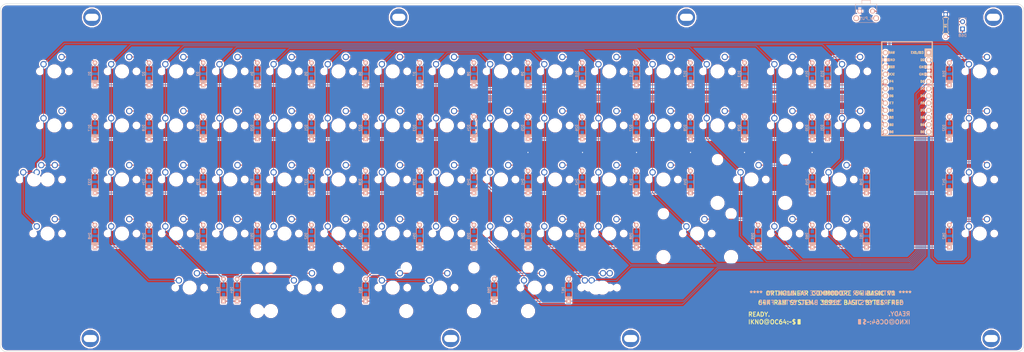
<source format=kicad_pcb>
(kicad_pcb (version 20171130) (host pcbnew "(5.0.1)-3")
  (layers (0 F.Cu signal) (31 B.Cu signal) (34 B.Paste user) (35 F.Paste user) (36 B.SilkS user) (37 F.SilkS user) (38 B.Mask user) (39 F.Mask user) (44 Edge.Cuts user))
  (net 0 "")
  (net 1 "Net-(D1-Pad2)")
  (net 2 row0)
  (net 3 "Net-(D2-Pad2)")
  (net 4 "Net-(D3-Pad2)")
  (net 5 "Net-(D4-Pad2)")
  (net 6 "Net-(D5-Pad2)")
  (net 7 "Net-(D6-Pad2)")
  (net 8 "Net-(D7-Pad2)")
  (net 9 "Net-(D8-Pad2)")
  (net 10 "Net-(D9-Pad2)")
  (net 11 "Net-(D10-Pad2)")
  (net 12 row1)
  (net 13 "Net-(D11-Pad2)")
  (net 14 "Net-(D12-Pad2)")
  (net 15 "Net-(D13-Pad2)")
  (net 16 "Net-(D14-Pad2)")
  (net 17 "Net-(D15-Pad2)")
  (net 18 "Net-(D16-Pad2)")
  (net 19 "Net-(D17-Pad2)")
  (net 20 "Net-(D18-Pad2)")
  (net 21 "Net-(D19-Pad2)")
  (net 22 row2)
  (net 23 "Net-(D20-Pad2)")
  (net 24 "Net-(D21-Pad2)")
  (net 25 "Net-(D22-Pad2)")
  (net 26 "Net-(D23-Pad2)")
  (net 27 "Net-(D24-Pad2)")
  (net 28 "Net-(D25-Pad2)")
  (net 29 "Net-(D26-Pad2)")
  (net 30 "Net-(D27-Pad2)")
  (net 31 "Net-(D28-Pad2)")
  (net 32 row3)
  (net 33 "Net-(D29-Pad2)")
  (net 34 "Net-(D30-Pad2)")
  (net 35 "Net-(D31-Pad2)")
  (net 36 "Net-(D32-Pad2)")
  (net 37 "Net-(D33-Pad2)")
  (net 38 "Net-(D34-Pad2)")
  (net 39 "Net-(D35-Pad2)")
  (net 40 "Net-(D36-Pad2)")
  (net 41 "Net-(D37-Pad2)")
  (net 42 "Net-(D38-Pad2)")
  (net 43 "Net-(D39-Pad2)")
  (net 44 "Net-(D40-Pad2)")
  (net 45 "Net-(D41-Pad2)")
  (net 46 "Net-(D42-Pad2)")
  (net 47 "Net-(D43-Pad2)")
  (net 48 "Net-(D44-Pad2)")
  (net 49 "Net-(D45-Pad2)")
  (net 50 "Net-(D46-Pad2)")
  (net 51 row5)
  (net 52 "Net-(D47-Pad2)")
  (net 53 "Net-(D48-Pad2)")
  (net 54 "Net-(D49-Pad2)")
  (net 55 "Net-(D50-Pad2)")
  (net 56 "Net-(D51-Pad2)")
  (net 57 "Net-(D52-Pad2)")
  (net 58 "Net-(D53-Pad2)")
  (net 59 "Net-(D54-Pad2)")
  (net 60 "Net-(D55-Pad2)")
  (net 61 row6)
  (net 62 "Net-(D56-Pad2)")
  (net 63 "Net-(D57-Pad2)")
  (net 64 "Net-(D58-Pad2)")
  (net 65 "Net-(D59-Pad2)")
  (net 66 "Net-(D60-Pad2)")
  (net 67 "Net-(D61-Pad2)")
  (net 68 "Net-(D62-Pad2)")
  (net 69 "Net-(D63-Pad2)")
  (net 70 row7)
  (net 71 col0)
  (net 72 col1)
  (net 73 col2)
  (net 74 col3)
  (net 75 col4)
  (net 76 col5)
  (net 77 col6)
  (net 78 col7)
  (net 79 led)
  (net 80 GND)
  (net 81 row4)
  (net 82 "Net-(U1-Pad24)")
  (net 83 reset)
  (net 84 VCC)
  (net 85 "Net-(D67-Pad2)")
  (net 86 "Net-(D66-Pad2)")
  (net 87 "Net-(D65-Pad2)")
  (net 88 row8)
  (net 89 "Net-(D64-Pad2)")
  (net 90 "Net-(D68-Pad1)")
  (module Connector_PinHeader_2.54mm:PinHeader_1x02_P2.54mm_Vertical (layer B.Cu) (at 363.736243 69.056308)
    (fp_text reference D68 (at 0 2.33) (layer B.SilkS) (effects (justify mirror)))
    (fp_text value LED)
    (pad 1 thru_hole rect (at 0 0) (size 1.7 1.7) (drill 1) (layers *.Cu *.Mask) (net 90 "Net-(D68-Pad1)"))
    (pad 2 thru_hole oval (at 0 -2.54) (size 1.7 1.7) (drill 1) (layers *.Cu *.Mask) (net 84 VCC))
  )
  (module Keebio-Parts:Resistor-Compact (layer B.Cu) (at 357.783113 67.865682 90)
    (fp_text reference R1 (at 0 0 90) (layer F.SilkS) (effects (font (size 0.8 0.8))))
    (fp_text value 1k (at 0 0 90) (layer B.SilkS) (effects (font (size 0.8 0.8)) (justify mirror)))
    (pad 2 thru_hole circle (at -3.9 0 90) (size 1.6 1.6) (drill 1) (layers *.Cu *.Mask B.SilkS) (net 90 "Net-(D68-Pad1)"))
    (pad 1 thru_hole circle (at 3.9 0 90) (size 1.6 1.6) (drill 1) (layers *.Cu *.Mask) (net 80 GND))
  )
  (module keyboard_parts:SW_TACT_TH_HORIZ (layer B.Cu) (at 329.802848 62.805416)
    (fp_text reference RSW1 hide)
    (fp_text value SW_PUSH (at 0 2.55) (layer B.SilkS) (effects (justify mirror)))
    (pad 4 thru_hole circle (at -3.5 2.5) (size 2 2) (drill 1.3) (layers *.Cu *.Mask B.SilkS))
    (pad 3 thru_hole circle (at 3.5 2.5) (size 2 2) (drill 1.3) (layers *.Cu *.Mask B.SilkS))
    (pad 2 thru_hole circle (at -2.25 0) (size 1.7 1.7) (drill 1) (layers *.Cu *.Mask B.SilkS) (net 80 GND))
    (pad 1 thru_hole circle (at 2.25 0) (size 1.7 1.7) (drill 1) (layers *.Cu *.Mask B.SilkS) (net 83 reset))
  )
  (module lib:MXOnly-1.25U (layer F.Cu) (at 237.028324 160.232947)
    (fp_text reference SW67-1)
    (fp_text value SW_META)
    (pad "" np_thru_hole circle (at 5.08 0 48.0996) (size 1.75 1.75) (drill 1.75) (layers *.Cu *.Mask))
    (pad "" np_thru_hole circle (at -5.08 0 48.0996) (size 1.75 1.75) (drill 1.75) (layers *.Cu *.Mask))
    (pad 1 thru_hole circle (at -3.81 -2.54) (size 2.25 2.25) (drill 1.47) (layers *.Cu *.Mask) (net 77 col6))
    (pad "" np_thru_hole circle (at 0 0) (size 3.9878 3.9878) (drill 3.9878) (layers *.Cu *.Mask))
    (pad 2 thru_hole circle (at 2.54 -5.08) (size 2.25 2.25) (drill 1.47) (layers *.Cu *.Mask) (net 85 "Net-(D67-Pad2)"))
  )
  (module lib:MXOnly-1.25U (layer F.Cu) (at 213.215804 160.232947)
    (fp_text reference SW66)
    (fp_text value SW_ALT)
    (pad "" np_thru_hole circle (at 5.08 0 48.0996) (size 1.75 1.75) (drill 1.75) (layers *.Cu *.Mask))
    (pad "" np_thru_hole circle (at -5.08 0 48.0996) (size 1.75 1.75) (drill 1.75) (layers *.Cu *.Mask))
    (pad 1 thru_hole circle (at -3.81 -2.54) (size 2.25 2.25) (drill 1.47) (layers *.Cu *.Mask) (net 78 col7))
    (pad "" np_thru_hole circle (at 0 0) (size 3.9878 3.9878) (drill 3.9878) (layers *.Cu *.Mask))
    (pad 2 thru_hole circle (at 2.54 -5.08) (size 2.25 2.25) (drill 1.47) (layers *.Cu *.Mask) (net 86 "Net-(D66-Pad2)"))
  )
  (module lib:MXOnly-2.25U (layer F.Cu) (at 179.878276 160.232947)
    (fp_text reference SW65-2)
    (fp_text value SW_RSPAC)
    (pad "" np_thru_hole circle (at 11.90625 8.255) (size 3.9878 3.9878) (drill 3.9878) (layers *.Cu *.Mask))
    (pad "" np_thru_hole circle (at -11.90625 8.255) (size 3.9878 3.9878) (drill 3.9878) (layers *.Cu *.Mask))
    (pad "" np_thru_hole circle (at 11.90625 -6.985) (size 3.048 3.048) (drill 3.048) (layers *.Cu *.Mask))
    (pad "" np_thru_hole circle (at -11.90625 -6.985) (size 3.048 3.048) (drill 3.048) (layers *.Cu *.Mask))
    (pad "" np_thru_hole circle (at 5.08 0 48.0996) (size 1.75 1.75) (drill 1.75) (layers *.Cu *.Mask))
    (pad "" np_thru_hole circle (at -5.08 0 48.0996) (size 1.75 1.75) (drill 1.75) (layers *.Cu *.Mask))
    (pad 1 thru_hole circle (at -3.81 -2.54) (size 2.25 2.25) (drill 1.47) (layers *.Cu *.Mask) (net 76 col5))
    (pad "" np_thru_hole circle (at 0 0) (size 3.9878 3.9878) (drill 3.9878) (layers *.Cu *.Mask))
    (pad 2 thru_hole circle (at 2.54 -5.08) (size 2.25 2.25) (drill 1.47) (layers *.Cu *.Mask) (net 87 "Net-(D65-Pad2)"))
  )
  (module lib:MXOnly-2.25U (layer F.Cu) (at 270.36574 141.182703)
    (fp_text reference SW59)
    (fp_text value SW_SHIFT)
    (pad "" np_thru_hole circle (at 11.90625 8.255) (size 3.9878 3.9878) (drill 3.9878) (layers *.Cu *.Mask))
    (pad "" np_thru_hole circle (at -11.90625 8.255) (size 3.9878 3.9878) (drill 3.9878) (layers *.Cu *.Mask))
    (pad "" np_thru_hole circle (at 11.90625 -6.985) (size 3.048 3.048) (drill 3.048) (layers *.Cu *.Mask))
    (pad "" np_thru_hole circle (at -11.90625 -6.985) (size 3.048 3.048) (drill 3.048) (layers *.Cu *.Mask))
    (pad "" np_thru_hole circle (at 5.08 0 48.0996) (size 1.75 1.75) (drill 1.75) (layers *.Cu *.Mask))
    (pad "" np_thru_hole circle (at -5.08 0 48.0996) (size 1.75 1.75) (drill 1.75) (layers *.Cu *.Mask))
    (pad 1 thru_hole circle (at -3.81 -2.54) (size 2.25 2.25) (drill 1.47) (layers *.Cu *.Mask) (net 75 col4))
    (pad "" np_thru_hole circle (at 0 0) (size 3.9878 3.9878) (drill 3.9878) (layers *.Cu *.Mask))
    (pad 2 thru_hole circle (at 2.54 -5.08) (size 2.25 2.25) (drill 1.47) (layers *.Cu *.Mask) (net 65 "Net-(D59-Pad2)"))
  )
  (module lib:MXOnly-2.25U (layer F.Cu) (at 289.41574 122.132703)
    (fp_text reference SW45)
    (fp_text value SW_RET)
    (pad "" np_thru_hole circle (at 11.90625 8.255) (size 3.9878 3.9878) (drill 3.9878) (layers *.Cu *.Mask))
    (pad "" np_thru_hole circle (at -11.90625 8.255) (size 3.9878 3.9878) (drill 3.9878) (layers *.Cu *.Mask))
    (pad "" np_thru_hole circle (at 11.90625 -6.985) (size 3.048 3.048) (drill 3.048) (layers *.Cu *.Mask))
    (pad "" np_thru_hole circle (at -11.90625 -6.985) (size 3.048 3.048) (drill 3.048) (layers *.Cu *.Mask))
    (pad "" np_thru_hole circle (at 5.08 0 48.0996) (size 1.75 1.75) (drill 1.75) (layers *.Cu *.Mask))
    (pad "" np_thru_hole circle (at -5.08 0 48.0996) (size 1.75 1.75) (drill 1.75) (layers *.Cu *.Mask))
    (pad 1 thru_hole circle (at -3.81 -2.54) (size 2.25 2.25) (drill 1.47) (layers *.Cu *.Mask) (net 74 col3))
    (pad "" np_thru_hole circle (at 0 0) (size 3.9878 3.9878) (drill 3.9878) (layers *.Cu *.Mask))
    (pad 2 thru_hole circle (at 2.54 -5.08) (size 2.25 2.25) (drill 1.47) (layers *.Cu *.Mask) (net 49 "Net-(D45-Pad2)"))
  )
  (module lib:MXOnly-6U (layer F.Cu) (at 163.209512 160.232947)
    (fp_text reference SW65-1)
    (fp_text value SW_SPACE)
    (pad "" np_thru_hole circle (at 47.625 8.255) (size 3.9878 3.9878) (drill 3.9878) (layers *.Cu *.Mask))
    (pad "" np_thru_hole circle (at -47.625 8.255) (size 3.9878 3.9878) (drill 3.9878) (layers *.Cu *.Mask))
    (pad "" np_thru_hole circle (at 47.625 -6.985) (size 3.048 3.048) (drill 3.048) (layers *.Cu *.Mask))
    (pad "" np_thru_hole circle (at -47.625 -6.985) (size 3.048 3.048) (drill 3.048) (layers *.Cu *.Mask))
    (pad "" np_thru_hole circle (at 5.08 0 48.0996) (size 1.75 1.75) (drill 1.75) (layers *.Cu *.Mask))
    (pad "" np_thru_hole circle (at -5.08 0 48.0996) (size 1.75 1.75) (drill 1.75) (layers *.Cu *.Mask))
    (pad 1 thru_hole circle (at -3.81 -2.54) (size 2.25 2.25) (drill 1.47) (layers *.Cu *.Mask) (net 76 col5))
    (pad "" np_thru_hole circle (at 0 0) (size 3.9878 3.9878) (drill 3.9878) (layers *.Cu *.Mask))
    (pad 2 thru_hole circle (at 2.54 -5.08) (size 2.25 2.25) (drill 1.47) (layers *.Cu *.Mask) (net 87 "Net-(D65-Pad2)"))
  )
  (module lib:MXOnly-2.75U (layer F.Cu) (at 132.25324 160.232703)
    (fp_text reference SW64)
    (fp_text value SW_LSPAC)
    (pad "" np_thru_hole circle (at 11.90625 8.255) (size 3.9878 3.9878) (drill 3.9878) (layers *.Cu *.Mask))
    (pad "" np_thru_hole circle (at -11.90625 8.255) (size 3.9878 3.9878) (drill 3.9878) (layers *.Cu *.Mask))
    (pad "" np_thru_hole circle (at 11.90625 -6.985) (size 3.048 3.048) (drill 3.048) (layers *.Cu *.Mask))
    (pad "" np_thru_hole circle (at -11.90625 -6.985) (size 3.048 3.048) (drill 3.048) (layers *.Cu *.Mask))
    (pad "" np_thru_hole circle (at 5.08 0 48.0996) (size 1.75 1.75) (drill 1.75) (layers *.Cu *.Mask))
    (pad "" np_thru_hole circle (at -5.08 0 48.0996) (size 1.75 1.75) (drill 1.75) (layers *.Cu *.Mask))
    (pad 1 thru_hole circle (at -3.81 -2.54) (size 2.25 2.25) (drill 1.47) (layers *.Cu *.Mask) (net 73 col2))
    (pad "" np_thru_hole circle (at 0 0) (size 3.9878 3.9878) (drill 3.9878) (layers *.Cu *.Mask))
    (pad 2 thru_hole circle (at 2.54 -5.08) (size 2.25 2.25) (drill 1.47) (layers *.Cu *.Mask) (net 89 "Net-(D64-Pad2)"))
  )
  (module lib:MXOnly-1.75U (layer F.Cu) (at 41.76566 122.132915)
    (fp_text reference SW33-2)
    (fp_text value SW_CAPS)
    (pad "" np_thru_hole circle (at 5.08 0 48.0996) (size 1.75 1.75) (drill 1.75) (layers *.Cu *.Mask))
    (pad "" np_thru_hole circle (at -5.08 0 48.0996) (size 1.75 1.75) (drill 1.75) (layers *.Cu *.Mask))
    (pad 1 thru_hole circle (at -3.81 -2.54) (size 2.25 2.25) (drill 1.47) (layers *.Cu *.Mask) (net 71 col0))
    (pad "" np_thru_hole circle (at 0 0) (size 3.9878 3.9878) (drill 3.9878) (layers *.Cu *.Mask))
    (pad 2 thru_hole circle (at 2.54 -5.08) (size 2.25 2.25) (drill 1.47) (layers *.Cu *.Mask) (net 37 "Net-(D33-Pad2)"))
  )
  (module lib:MXOnly-1.75U (layer F.Cu) (at 41.76574 141.182703)
    (fp_text reference SW48)
    (fp_text value SW_SHIFT)
    (pad "" np_thru_hole circle (at 5.08 0 48.0996) (size 1.75 1.75) (drill 1.75) (layers *.Cu *.Mask))
    (pad "" np_thru_hole circle (at -5.08 0 48.0996) (size 1.75 1.75) (drill 1.75) (layers *.Cu *.Mask))
    (pad 1 thru_hole circle (at -3.81 -2.54) (size 2.25 2.25) (drill 1.47) (layers *.Cu *.Mask) (net 71 col0))
    (pad "" np_thru_hole circle (at 0 0) (size 3.9878 3.9878) (drill 3.9878) (layers *.Cu *.Mask))
    (pad 2 thru_hole circle (at 2.54 -5.08) (size 2.25 2.25) (drill 1.47) (layers *.Cu *.Mask) (net 53 "Net-(D48-Pad2)"))
  )
  (module lib:MXOnly-1.75USTEPPED (layer F.Cu) (at 41.765656 122.132915)
    (fp_text reference SW33-1)
    (fp_text value SW_STPCAP)
    (pad "" np_thru_hole circle (at 0.3175 0 48.0996) (size 1.75 1.75) (drill 1.75) (layers *.Cu *.Mask))
    (pad "" np_thru_hole circle (at -9.8425 0 48.0996) (size 1.75 1.75) (drill 1.75) (layers *.Cu *.Mask))
    (pad 1 thru_hole circle (at -8.5725 -2.54) (size 2.25 2.25) (drill 1.47) (layers *.Cu *.Mask) (net 71 col0))
    (pad "" np_thru_hole circle (at -4.7625 0) (size 3.9878 3.9878) (drill 3.9878) (layers *.Cu *.Mask))
    (pad 2 thru_hole circle (at -2.2225 -5.08) (size 2.25 2.25) (drill 1.47) (layers *.Cu *.Mask) (net 37 "Net-(D33-Pad2)"))
  )
  (module lib:MXOnly-1.5U (layer F.Cu) (at 44.14699 84.032703)
    (fp_text reference SW1)
    (fp_text value SW_ESC)
    (pad 2 thru_hole circle (at 2.54 -5.08) (size 2.25 2.25) (drill 1.47) (layers *.Cu *.Mask) (net 1 "Net-(D1-Pad2)"))
    (pad "" np_thru_hole circle (at 0 0) (size 3.9878 3.9878) (drill 3.9878) (layers *.Cu *.Mask))
    (pad 1 thru_hole circle (at -3.81 -2.54) (size 2.25 2.25) (drill 1.47) (layers *.Cu *.Mask) (net 71 col0))
    (pad "" np_thru_hole circle (at -5.08 0 48.0996) (size 1.75 1.75) (drill 1.75) (layers *.Cu *.Mask))
    (pad "" np_thru_hole circle (at 5.08 0 48.0996) (size 1.75 1.75) (drill 1.75) (layers *.Cu *.Mask))
  )
  (module lib:MXOnly-1.5U (layer F.Cu) (at 369.783123 84.032883)
    (fp_text reference SW16)
    (fp_text value SW_F1)
    (pad 2 thru_hole circle (at 2.54 -5.08) (size 2.25 2.25) (drill 1.47) (layers *.Cu *.Mask) (net 18 "Net-(D16-Pad2)"))
    (pad "" np_thru_hole circle (at 0 0) (size 3.9878 3.9878) (drill 3.9878) (layers *.Cu *.Mask))
    (pad 1 thru_hole circle (at -3.81 -2.54) (size 2.25 2.25) (drill 1.47) (layers *.Cu *.Mask) (net 71 col0))
    (pad "" np_thru_hole circle (at -5.08 0 48.0996) (size 1.75 1.75) (drill 1.75) (layers *.Cu *.Mask))
    (pad "" np_thru_hole circle (at 5.08 0 48.0996) (size 1.75 1.75) (drill 1.75) (layers *.Cu *.Mask))
  )
  (module lib:MXOnly-1.5U (layer F.Cu) (at 234.647072 160.232947)
    (fp_text reference SW67-2)
    (fp_text value SW_META)
    (pad 2 thru_hole circle (at 2.54 -5.08) (size 2.25 2.25) (drill 1.47) (layers *.Cu *.Mask) (net 85 "Net-(D67-Pad2)"))
    (pad "" np_thru_hole circle (at 0 0) (size 3.9878 3.9878) (drill 3.9878) (layers *.Cu *.Mask))
    (pad 1 thru_hole circle (at -3.81 -2.54) (size 2.25 2.25) (drill 1.47) (layers *.Cu *.Mask) (net 77 col6))
    (pad "" np_thru_hole circle (at -5.08 0 48.0996) (size 1.75 1.75) (drill 1.75) (layers *.Cu *.Mask))
    (pad "" np_thru_hole circle (at 5.08 0 48.0996) (size 1.75 1.75) (drill 1.75) (layers *.Cu *.Mask))
  )
  (module lib:MXOnly-1.5U (layer F.Cu) (at 91.77199 160.232703)
    (fp_text reference SW63)
    (fp_text value SW_CTRL)
    (pad 2 thru_hole circle (at 2.54 -5.08) (size 2.25 2.25) (drill 1.47) (layers *.Cu *.Mask) (net 69 "Net-(D63-Pad2)"))
    (pad "" np_thru_hole circle (at 0 0) (size 3.9878 3.9878) (drill 3.9878) (layers *.Cu *.Mask))
    (pad 1 thru_hole circle (at -3.81 -2.54) (size 2.25 2.25) (drill 1.47) (layers *.Cu *.Mask) (net 72 col1))
    (pad "" np_thru_hole circle (at -5.08 0 48.0996) (size 1.75 1.75) (drill 1.75) (layers *.Cu *.Mask))
    (pad "" np_thru_hole circle (at 5.08 0 48.0996) (size 1.75 1.75) (drill 1.75) (layers *.Cu *.Mask))
  )
  (module lib:MXOnly-1.5U (layer F.Cu) (at 44.14699 103.082703)
    (fp_text reference SW17)
    (fp_text value SW_TAB)
    (pad 2 thru_hole circle (at 2.54 -5.08) (size 2.25 2.25) (drill 1.47) (layers *.Cu *.Mask) (net 19 "Net-(D17-Pad2)"))
    (pad "" np_thru_hole circle (at 0 0) (size 3.9878 3.9878) (drill 3.9878) (layers *.Cu *.Mask))
    (pad 1 thru_hole circle (at -3.81 -2.54) (size 2.25 2.25) (drill 1.47) (layers *.Cu *.Mask) (net 71 col0))
    (pad "" np_thru_hole circle (at -5.08 0 48.0996) (size 1.75 1.75) (drill 1.75) (layers *.Cu *.Mask))
    (pad "" np_thru_hole circle (at 5.08 0 48.0996) (size 1.75 1.75) (drill 1.75) (layers *.Cu *.Mask))
  )
  (module lib:MXOnly-1.5U (layer F.Cu) (at 301.32199 84.032703)
    (fp_text reference SW14)
    (fp_text value SW_BACK)
    (pad 2 thru_hole circle (at 2.54 -5.08) (size 2.25 2.25) (drill 1.47) (layers *.Cu *.Mask) (net 16 "Net-(D14-Pad2)"))
    (pad "" np_thru_hole circle (at 0 0) (size 3.9878 3.9878) (drill 3.9878) (layers *.Cu *.Mask))
    (pad 1 thru_hole circle (at -3.81 -2.54) (size 2.25 2.25) (drill 1.47) (layers *.Cu *.Mask) (net 73 col2))
    (pad "" np_thru_hole circle (at -5.08 0 48.0996) (size 1.75 1.75) (drill 1.75) (layers *.Cu *.Mask))
    (pad "" np_thru_hole circle (at 5.08 0 48.0996) (size 1.75 1.75) (drill 1.75) (layers *.Cu *.Mask))
  )
  (module lib:MXOnly-1.5U (layer F.Cu) (at 301.32199 103.082703)
    (fp_text reference SW30)
    (fp_text value SW_\)
    (pad 2 thru_hole circle (at 2.54 -5.08) (size 2.25 2.25) (drill 1.47) (layers *.Cu *.Mask) (net 34 "Net-(D30-Pad2)"))
    (pad "" np_thru_hole circle (at 0 0) (size 3.9878 3.9878) (drill 3.9878) (layers *.Cu *.Mask))
    (pad 1 thru_hole circle (at -3.81 -2.54) (size 2.25 2.25) (drill 1.47) (layers *.Cu *.Mask) (net 73 col2))
    (pad "" np_thru_hole circle (at -5.08 0 48.0996) (size 1.75 1.75) (drill 1.75) (layers *.Cu *.Mask))
    (pad "" np_thru_hole circle (at 5.08 0 48.0996) (size 1.75 1.75) (drill 1.75) (layers *.Cu *.Mask))
  )
  (module lib:MXOnly-1.5U (layer F.Cu) (at 369.783123 103.082899)
    (fp_text reference SW32)
    (fp_text value SW_F2)
    (pad 2 thru_hole circle (at 2.54 -5.08) (size 2.25 2.25) (drill 1.47) (layers *.Cu *.Mask) (net 36 "Net-(D32-Pad2)"))
    (pad "" np_thru_hole circle (at 0 0) (size 3.9878 3.9878) (drill 3.9878) (layers *.Cu *.Mask))
    (pad 1 thru_hole circle (at -3.81 -2.54) (size 2.25 2.25) (drill 1.47) (layers *.Cu *.Mask) (net 71 col0))
    (pad "" np_thru_hole circle (at -5.08 0 48.0996) (size 1.75 1.75) (drill 1.75) (layers *.Cu *.Mask))
    (pad "" np_thru_hole circle (at 5.08 0 48.0996) (size 1.75 1.75) (drill 1.75) (layers *.Cu *.Mask))
  )
  (module lib:MXOnly-1.5U (layer F.Cu) (at 369.783123 141.182931)
    (fp_text reference SW62)
    (fp_text value SW_F4)
    (pad 2 thru_hole circle (at 2.54 -5.08) (size 2.25 2.25) (drill 1.47) (layers *.Cu *.Mask) (net 68 "Net-(D62-Pad2)"))
    (pad "" np_thru_hole circle (at 0 0) (size 3.9878 3.9878) (drill 3.9878) (layers *.Cu *.Mask))
    (pad 1 thru_hole circle (at -3.81 -2.54) (size 2.25 2.25) (drill 1.47) (layers *.Cu *.Mask) (net 71 col0))
    (pad "" np_thru_hole circle (at -5.08 0 48.0996) (size 1.75 1.75) (drill 1.75) (layers *.Cu *.Mask))
    (pad "" np_thru_hole circle (at 5.08 0 48.0996) (size 1.75 1.75) (drill 1.75) (layers *.Cu *.Mask))
  )
  (module lib:MXOnly-1.5U (layer F.Cu) (at 369.783123 122.132703)
    (fp_text reference SW47)
    (fp_text value SW_F3)
    (pad 2 thru_hole circle (at 2.54 -5.08) (size 2.25 2.25) (drill 1.47) (layers *.Cu *.Mask) (net 52 "Net-(D47-Pad2)"))
    (pad "" np_thru_hole circle (at 0 0) (size 3.9878 3.9878) (drill 3.9878) (layers *.Cu *.Mask))
    (pad 1 thru_hole circle (at -3.81 -2.54) (size 2.25 2.25) (drill 1.47) (layers *.Cu *.Mask) (net 71 col0))
    (pad "" np_thru_hole circle (at -5.08 0 48.0996) (size 1.75 1.75) (drill 1.75) (layers *.Cu *.Mask))
    (pad "" np_thru_hole circle (at 5.08 0 48.0996) (size 1.75 1.75) (drill 1.75) (layers *.Cu *.Mask))
  )
  (module lib:MXOnly-1U (layer F.Cu) (at 125.10949 141.182703)
    (fp_text reference SW52)
    (fp_text value SW_V)
    (pad 2 thru_hole circle (at 2.54 -5.08) (size 2.25 2.25) (drill 1.47) (layers *.Cu *.Mask) (net 57 "Net-(D52-Pad2)"))
    (pad "" np_thru_hole circle (at 0 0) (size 3.9878 3.9878) (drill 3.9878) (layers *.Cu *.Mask))
    (pad 1 thru_hole circle (at -3.81 -2.54) (size 2.25 2.25) (drill 1.47) (layers *.Cu *.Mask) (net 75 col4))
    (pad "" np_thru_hole circle (at -5.08 0 48.0996) (size 1.75 1.75) (drill 1.75) (layers *.Cu *.Mask))
    (pad "" np_thru_hole circle (at 5.08 0 48.0996) (size 1.75 1.75) (drill 1.75) (layers *.Cu *.Mask))
  )
  (module lib:MXOnly-1U (layer F.Cu) (at 258.45949 122.132703)
    (fp_text reference SW44)
    (fp_text value SW_')
    (pad 2 thru_hole circle (at 2.54 -5.08) (size 2.25 2.25) (drill 1.47) (layers *.Cu *.Mask) (net 48 "Net-(D44-Pad2)"))
    (pad "" np_thru_hole circle (at 0 0) (size 3.9878 3.9878) (drill 3.9878) (layers *.Cu *.Mask))
    (pad 1 thru_hole circle (at -3.81 -2.54) (size 2.25 2.25) (drill 1.47) (layers *.Cu *.Mask) (net 75 col4))
    (pad "" np_thru_hole circle (at -5.08 0 48.0996) (size 1.75 1.75) (drill 1.75) (layers *.Cu *.Mask))
    (pad "" np_thru_hole circle (at 5.08 0 48.0996) (size 1.75 1.75) (drill 1.75) (layers *.Cu *.Mask))
  )
  (module lib:MXOnly-1U (layer F.Cu) (at 106.05949 141.182703)
    (fp_text reference SW51)
    (fp_text value SW_C)
    (pad 2 thru_hole circle (at 2.54 -5.08) (size 2.25 2.25) (drill 1.47) (layers *.Cu *.Mask) (net 56 "Net-(D51-Pad2)"))
    (pad "" np_thru_hole circle (at 0 0) (size 3.9878 3.9878) (drill 3.9878) (layers *.Cu *.Mask))
    (pad 1 thru_hole circle (at -3.81 -2.54) (size 2.25 2.25) (drill 1.47) (layers *.Cu *.Mask) (net 74 col3))
    (pad "" np_thru_hole circle (at -5.08 0 48.0996) (size 1.75 1.75) (drill 1.75) (layers *.Cu *.Mask))
    (pad "" np_thru_hole circle (at 5.08 0 48.0996) (size 1.75 1.75) (drill 1.75) (layers *.Cu *.Mask))
  )
  (module lib:MXOnly-1U (layer F.Cu) (at 87.00949 141.182703)
    (fp_text reference SW50)
    (fp_text value SW_X)
    (pad 2 thru_hole circle (at 2.54 -5.08) (size 2.25 2.25) (drill 1.47) (layers *.Cu *.Mask) (net 55 "Net-(D50-Pad2)"))
    (pad "" np_thru_hole circle (at 0 0) (size 3.9878 3.9878) (drill 3.9878) (layers *.Cu *.Mask))
    (pad 1 thru_hole circle (at -3.81 -2.54) (size 2.25 2.25) (drill 1.47) (layers *.Cu *.Mask) (net 73 col2))
    (pad "" np_thru_hole circle (at -5.08 0 48.0996) (size 1.75 1.75) (drill 1.75) (layers *.Cu *.Mask))
    (pad "" np_thru_hole circle (at 5.08 0 48.0996) (size 1.75 1.75) (drill 1.75) (layers *.Cu *.Mask))
  )
  (module lib:MXOnly-1U (layer F.Cu) (at 67.95949 141.182703)
    (fp_text reference SW49)
    (fp_text value SW_Z)
    (pad 2 thru_hole circle (at 2.54 -5.08) (size 2.25 2.25) (drill 1.47) (layers *.Cu *.Mask) (net 54 "Net-(D49-Pad2)"))
    (pad "" np_thru_hole circle (at 0 0) (size 3.9878 3.9878) (drill 3.9878) (layers *.Cu *.Mask))
    (pad 1 thru_hole circle (at -3.81 -2.54) (size 2.25 2.25) (drill 1.47) (layers *.Cu *.Mask) (net 72 col1))
    (pad "" np_thru_hole circle (at -5.08 0 48.0996) (size 1.75 1.75) (drill 1.75) (layers *.Cu *.Mask))
    (pad "" np_thru_hole circle (at 5.08 0 48.0996) (size 1.75 1.75) (drill 1.75) (layers *.Cu *.Mask))
  )
  (module lib:MXOnly-1U (layer F.Cu) (at 320.37199 122.132703)
    (fp_text reference SW46)
    (fp_text value SW_PGDN)
    (pad 2 thru_hole circle (at 2.54 -5.08) (size 2.25 2.25) (drill 1.47) (layers *.Cu *.Mask) (net 50 "Net-(D46-Pad2)"))
    (pad "" np_thru_hole circle (at 0 0) (size 3.9878 3.9878) (drill 3.9878) (layers *.Cu *.Mask))
    (pad 1 thru_hole circle (at -3.81 -2.54) (size 2.25 2.25) (drill 1.47) (layers *.Cu *.Mask) (net 72 col1))
    (pad "" np_thru_hole circle (at -5.08 0 48.0996) (size 1.75 1.75) (drill 1.75) (layers *.Cu *.Mask))
    (pad "" np_thru_hole circle (at 5.08 0 48.0996) (size 1.75 1.75) (drill 1.75) (layers *.Cu *.Mask))
  )
  (module lib:MXOnly-1U (layer F.Cu) (at 239.40949 122.132703)
    (fp_text reference SW43)
    (fp_text value SW_;)
    (pad 2 thru_hole circle (at 2.54 -5.08) (size 2.25 2.25) (drill 1.47) (layers *.Cu *.Mask) (net 47 "Net-(D43-Pad2)"))
    (pad "" np_thru_hole circle (at 0 0) (size 3.9878 3.9878) (drill 3.9878) (layers *.Cu *.Mask))
    (pad 1 thru_hole circle (at -3.81 -2.54) (size 2.25 2.25) (drill 1.47) (layers *.Cu *.Mask) (net 76 col5))
    (pad "" np_thru_hole circle (at -5.08 0 48.0996) (size 1.75 1.75) (drill 1.75) (layers *.Cu *.Mask))
    (pad "" np_thru_hole circle (at 5.08 0 48.0996) (size 1.75 1.75) (drill 1.75) (layers *.Cu *.Mask))
  )
  (module lib:MXOnly-1U (layer F.Cu) (at 220.35949 122.132703)
    (fp_text reference SW42)
    (fp_text value SW_L)
    (pad 2 thru_hole circle (at 2.54 -5.08) (size 2.25 2.25) (drill 1.47) (layers *.Cu *.Mask) (net 46 "Net-(D42-Pad2)"))
    (pad "" np_thru_hole circle (at 0 0) (size 3.9878 3.9878) (drill 3.9878) (layers *.Cu *.Mask))
    (pad 1 thru_hole circle (at -3.81 -2.54) (size 2.25 2.25) (drill 1.47) (layers *.Cu *.Mask) (net 77 col6))
    (pad "" np_thru_hole circle (at -5.08 0 48.0996) (size 1.75 1.75) (drill 1.75) (layers *.Cu *.Mask))
    (pad "" np_thru_hole circle (at 5.08 0 48.0996) (size 1.75 1.75) (drill 1.75) (layers *.Cu *.Mask))
  )
  (module lib:MXOnly-1U (layer F.Cu) (at 201.30949 122.132703)
    (fp_text reference SW41)
    (fp_text value SW_K)
    (pad 2 thru_hole circle (at 2.54 -5.08) (size 2.25 2.25) (drill 1.47) (layers *.Cu *.Mask) (net 45 "Net-(D41-Pad2)"))
    (pad "" np_thru_hole circle (at 0 0) (size 3.9878 3.9878) (drill 3.9878) (layers *.Cu *.Mask))
    (pad 1 thru_hole circle (at -3.81 -2.54) (size 2.25 2.25) (drill 1.47) (layers *.Cu *.Mask) (net 78 col7))
    (pad "" np_thru_hole circle (at -5.08 0 48.0996) (size 1.75 1.75) (drill 1.75) (layers *.Cu *.Mask))
    (pad "" np_thru_hole circle (at 5.08 0 48.0996) (size 1.75 1.75) (drill 1.75) (layers *.Cu *.Mask))
  )
  (module lib:MXOnly-1U (layer F.Cu) (at 182.25949 122.132703)
    (fp_text reference SW40)
    (fp_text value SW_J)
    (pad 2 thru_hole circle (at 2.54 -5.08) (size 2.25 2.25) (drill 1.47) (layers *.Cu *.Mask) (net 44 "Net-(D40-Pad2)"))
    (pad "" np_thru_hole circle (at 0 0) (size 3.9878 3.9878) (drill 3.9878) (layers *.Cu *.Mask))
    (pad 1 thru_hole circle (at -3.81 -2.54) (size 2.25 2.25) (drill 1.47) (layers *.Cu *.Mask) (net 78 col7))
    (pad "" np_thru_hole circle (at -5.08 0 48.0996) (size 1.75 1.75) (drill 1.75) (layers *.Cu *.Mask))
    (pad "" np_thru_hole circle (at 5.08 0 48.0996) (size 1.75 1.75) (drill 1.75) (layers *.Cu *.Mask))
  )
  (module lib:MXOnly-1U (layer F.Cu) (at 125.10949 122.132703)
    (fp_text reference SW37)
    (fp_text value SW_F)
    (pad 2 thru_hole circle (at 2.54 -5.08) (size 2.25 2.25) (drill 1.47) (layers *.Cu *.Mask) (net 41 "Net-(D37-Pad2)"))
    (pad "" np_thru_hole circle (at 0 0) (size 3.9878 3.9878) (drill 3.9878) (layers *.Cu *.Mask))
    (pad 1 thru_hole circle (at -3.81 -2.54) (size 2.25 2.25) (drill 1.47) (layers *.Cu *.Mask) (net 75 col4))
    (pad "" np_thru_hole circle (at -5.08 0 48.0996) (size 1.75 1.75) (drill 1.75) (layers *.Cu *.Mask))
    (pad "" np_thru_hole circle (at 5.08 0 48.0996) (size 1.75 1.75) (drill 1.75) (layers *.Cu *.Mask))
  )
  (module lib:MXOnly-1U (layer F.Cu) (at 144.15949 122.132703)
    (fp_text reference SW38)
    (fp_text value SW_G)
    (pad 2 thru_hole circle (at 2.54 -5.08) (size 2.25 2.25) (drill 1.47) (layers *.Cu *.Mask) (net 42 "Net-(D38-Pad2)"))
    (pad "" np_thru_hole circle (at 0 0) (size 3.9878 3.9878) (drill 3.9878) (layers *.Cu *.Mask))
    (pad 1 thru_hole circle (at -3.81 -2.54) (size 2.25 2.25) (drill 1.47) (layers *.Cu *.Mask) (net 76 col5))
    (pad "" np_thru_hole circle (at -5.08 0 48.0996) (size 1.75 1.75) (drill 1.75) (layers *.Cu *.Mask))
    (pad "" np_thru_hole circle (at 5.08 0 48.0996) (size 1.75 1.75) (drill 1.75) (layers *.Cu *.Mask))
  )
  (module lib:MXOnly-1U (layer F.Cu) (at 163.20949 122.132703)
    (fp_text reference SW39)
    (fp_text value SW_H)
    (pad 2 thru_hole circle (at 2.54 -5.08) (size 2.25 2.25) (drill 1.47) (layers *.Cu *.Mask) (net 43 "Net-(D39-Pad2)"))
    (pad "" np_thru_hole circle (at 0 0) (size 3.9878 3.9878) (drill 3.9878) (layers *.Cu *.Mask))
    (pad 1 thru_hole circle (at -3.81 -2.54) (size 2.25 2.25) (drill 1.47) (layers *.Cu *.Mask) (net 77 col6))
    (pad "" np_thru_hole circle (at -5.08 0 48.0996) (size 1.75 1.75) (drill 1.75) (layers *.Cu *.Mask))
    (pad "" np_thru_hole circle (at 5.08 0 48.0996) (size 1.75 1.75) (drill 1.75) (layers *.Cu *.Mask))
  )
  (module lib:MXOnly-1U (layer F.Cu) (at 67.95949 84.032703)
    (fp_text reference SW2)
    (fp_text value SW_1)
    (pad 2 thru_hole circle (at 2.54 -5.08) (size 2.25 2.25) (drill 1.47) (layers *.Cu *.Mask) (net 3 "Net-(D2-Pad2)"))
    (pad "" np_thru_hole circle (at 0 0) (size 3.9878 3.9878) (drill 3.9878) (layers *.Cu *.Mask))
    (pad 1 thru_hole circle (at -3.81 -2.54) (size 2.25 2.25) (drill 1.47) (layers *.Cu *.Mask) (net 72 col1))
    (pad "" np_thru_hole circle (at -5.08 0 48.0996) (size 1.75 1.75) (drill 1.75) (layers *.Cu *.Mask))
    (pad "" np_thru_hole circle (at 5.08 0 48.0996) (size 1.75 1.75) (drill 1.75) (layers *.Cu *.Mask))
  )
  (module lib:MXOnly-1U (layer F.Cu) (at 106.05949 122.132703)
    (fp_text reference SW36)
    (fp_text value SW_D)
    (pad 2 thru_hole circle (at 2.54 -5.08) (size 2.25 2.25) (drill 1.47) (layers *.Cu *.Mask) (net 40 "Net-(D36-Pad2)"))
    (pad "" np_thru_hole circle (at 0 0) (size 3.9878 3.9878) (drill 3.9878) (layers *.Cu *.Mask))
    (pad 1 thru_hole circle (at -3.81 -2.54) (size 2.25 2.25) (drill 1.47) (layers *.Cu *.Mask) (net 74 col3))
    (pad "" np_thru_hole circle (at -5.08 0 48.0996) (size 1.75 1.75) (drill 1.75) (layers *.Cu *.Mask))
    (pad "" np_thru_hole circle (at 5.08 0 48.0996) (size 1.75 1.75) (drill 1.75) (layers *.Cu *.Mask))
  )
  (module lib:MXOnly-1U (layer F.Cu) (at 320.37199 141.182703)
    (fp_text reference SW61)
    (fp_text value SW_END)
    (pad 2 thru_hole circle (at 2.54 -5.08) (size 2.25 2.25) (drill 1.47) (layers *.Cu *.Mask) (net 67 "Net-(D61-Pad2)"))
    (pad "" np_thru_hole circle (at 0 0) (size 3.9878 3.9878) (drill 3.9878) (layers *.Cu *.Mask))
    (pad 1 thru_hole circle (at -3.81 -2.54) (size 2.25 2.25) (drill 1.47) (layers *.Cu *.Mask) (net 72 col1))
    (pad "" np_thru_hole circle (at -5.08 0 48.0996) (size 1.75 1.75) (drill 1.75) (layers *.Cu *.Mask))
    (pad "" np_thru_hole circle (at 5.08 0 48.0996) (size 1.75 1.75) (drill 1.75) (layers *.Cu *.Mask))
  )
  (module lib:MXOnly-1U (layer F.Cu) (at 301.32199 141.182703)
    (fp_text reference SW60)
    (fp_text value SW_HOME)
    (pad 2 thru_hole circle (at 2.54 -5.08) (size 2.25 2.25) (drill 1.47) (layers *.Cu *.Mask) (net 66 "Net-(D60-Pad2)"))
    (pad "" np_thru_hole circle (at 0 0) (size 3.9878 3.9878) (drill 3.9878) (layers *.Cu *.Mask))
    (pad 1 thru_hole circle (at -3.81 -2.54) (size 2.25 2.25) (drill 1.47) (layers *.Cu *.Mask) (net 73 col2))
    (pad "" np_thru_hole circle (at -5.08 0 48.0996) (size 1.75 1.75) (drill 1.75) (layers *.Cu *.Mask))
    (pad "" np_thru_hole circle (at 5.08 0 48.0996) (size 1.75 1.75) (drill 1.75) (layers *.Cu *.Mask))
  )
  (module lib:MXOnly-1U (layer F.Cu) (at 220.35949 141.182703)
    (fp_text reference SW57)
    (fp_text value SW_.)
    (pad 2 thru_hole circle (at 2.54 -5.08) (size 2.25 2.25) (drill 1.47) (layers *.Cu *.Mask) (net 63 "Net-(D57-Pad2)"))
    (pad "" np_thru_hole circle (at 0 0) (size 3.9878 3.9878) (drill 3.9878) (layers *.Cu *.Mask))
    (pad 1 thru_hole circle (at -3.81 -2.54) (size 2.25 2.25) (drill 1.47) (layers *.Cu *.Mask) (net 77 col6))
    (pad "" np_thru_hole circle (at -5.08 0 48.0996) (size 1.75 1.75) (drill 1.75) (layers *.Cu *.Mask))
    (pad "" np_thru_hole circle (at 5.08 0 48.0996) (size 1.75 1.75) (drill 1.75) (layers *.Cu *.Mask))
  )
  (module lib:MXOnly-1U (layer F.Cu) (at 201.30949 141.182703)
    (fp_text reference SW56)
    (fp_text value SW_,)
    (pad 2 thru_hole circle (at 2.54 -5.08) (size 2.25 2.25) (drill 1.47) (layers *.Cu *.Mask) (net 62 "Net-(D56-Pad2)"))
    (pad "" np_thru_hole circle (at 0 0) (size 3.9878 3.9878) (drill 3.9878) (layers *.Cu *.Mask))
    (pad 1 thru_hole circle (at -3.81 -2.54) (size 2.25 2.25) (drill 1.47) (layers *.Cu *.Mask) (net 78 col7))
    (pad "" np_thru_hole circle (at -5.08 0 48.0996) (size 1.75 1.75) (drill 1.75) (layers *.Cu *.Mask))
    (pad "" np_thru_hole circle (at 5.08 0 48.0996) (size 1.75 1.75) (drill 1.75) (layers *.Cu *.Mask))
  )
  (module lib:MXOnly-1U (layer F.Cu) (at 144.15949 141.182703)
    (fp_text reference SW53)
    (fp_text value SW_B)
    (pad 2 thru_hole circle (at 2.54 -5.08) (size 2.25 2.25) (drill 1.47) (layers *.Cu *.Mask) (net 58 "Net-(D53-Pad2)"))
    (pad "" np_thru_hole circle (at 0 0) (size 3.9878 3.9878) (drill 3.9878) (layers *.Cu *.Mask))
    (pad 1 thru_hole circle (at -3.81 -2.54) (size 2.25 2.25) (drill 1.47) (layers *.Cu *.Mask) (net 76 col5))
    (pad "" np_thru_hole circle (at -5.08 0 48.0996) (size 1.75 1.75) (drill 1.75) (layers *.Cu *.Mask))
    (pad "" np_thru_hole circle (at 5.08 0 48.0996) (size 1.75 1.75) (drill 1.75) (layers *.Cu *.Mask))
  )
  (module lib:MXOnly-1U (layer F.Cu) (at 182.25949 141.182703)
    (fp_text reference SW55)
    (fp_text value SW_M)
    (pad 2 thru_hole circle (at 2.54 -5.08) (size 2.25 2.25) (drill 1.47) (layers *.Cu *.Mask) (net 60 "Net-(D55-Pad2)"))
    (pad "" np_thru_hole circle (at 0 0) (size 3.9878 3.9878) (drill 3.9878) (layers *.Cu *.Mask))
    (pad 1 thru_hole circle (at -3.81 -2.54) (size 2.25 2.25) (drill 1.47) (layers *.Cu *.Mask) (net 78 col7))
    (pad "" np_thru_hole circle (at -5.08 0 48.0996) (size 1.75 1.75) (drill 1.75) (layers *.Cu *.Mask))
    (pad "" np_thru_hole circle (at 5.08 0 48.0996) (size 1.75 1.75) (drill 1.75) (layers *.Cu *.Mask))
  )
  (module lib:MXOnly-1U (layer F.Cu) (at 163.20949 141.182703)
    (fp_text reference SW54)
    (fp_text value SW_N)
    (pad 2 thru_hole circle (at 2.54 -5.08) (size 2.25 2.25) (drill 1.47) (layers *.Cu *.Mask) (net 59 "Net-(D54-Pad2)"))
    (pad "" np_thru_hole circle (at 0 0) (size 3.9878 3.9878) (drill 3.9878) (layers *.Cu *.Mask))
    (pad 1 thru_hole circle (at -3.81 -2.54) (size 2.25 2.25) (drill 1.47) (layers *.Cu *.Mask) (net 77 col6))
    (pad "" np_thru_hole circle (at -5.08 0 48.0996) (size 1.75 1.75) (drill 1.75) (layers *.Cu *.Mask))
    (pad "" np_thru_hole circle (at 5.08 0 48.0996) (size 1.75 1.75) (drill 1.75) (layers *.Cu *.Mask))
  )
  (module lib:MXOnly-1U (layer F.Cu) (at 87.00949 84.032703)
    (fp_text reference SW3)
    (fp_text value SW_2)
    (pad 2 thru_hole circle (at 2.54 -5.08) (size 2.25 2.25) (drill 1.47) (layers *.Cu *.Mask) (net 4 "Net-(D3-Pad2)"))
    (pad "" np_thru_hole circle (at 0 0) (size 3.9878 3.9878) (drill 3.9878) (layers *.Cu *.Mask))
    (pad 1 thru_hole circle (at -3.81 -2.54) (size 2.25 2.25) (drill 1.47) (layers *.Cu *.Mask) (net 73 col2))
    (pad "" np_thru_hole circle (at -5.08 0 48.0996) (size 1.75 1.75) (drill 1.75) (layers *.Cu *.Mask))
    (pad "" np_thru_hole circle (at 5.08 0 48.0996) (size 1.75 1.75) (drill 1.75) (layers *.Cu *.Mask))
  )
  (module lib:MXOnly-1U (layer F.Cu) (at 182.25949 103.082703)
    (fp_text reference SW24)
    (fp_text value SW_U)
    (pad 2 thru_hole circle (at 2.54 -5.08) (size 2.25 2.25) (drill 1.47) (layers *.Cu *.Mask) (net 27 "Net-(D24-Pad2)"))
    (pad "" np_thru_hole circle (at 0 0) (size 3.9878 3.9878) (drill 3.9878) (layers *.Cu *.Mask))
    (pad 1 thru_hole circle (at -3.81 -2.54) (size 2.25 2.25) (drill 1.47) (layers *.Cu *.Mask) (net 78 col7))
    (pad "" np_thru_hole circle (at -5.08 0 48.0996) (size 1.75 1.75) (drill 1.75) (layers *.Cu *.Mask))
    (pad "" np_thru_hole circle (at 5.08 0 48.0996) (size 1.75 1.75) (drill 1.75) (layers *.Cu *.Mask))
  )
  (module lib:MXOnly-1U (layer F.Cu) (at 239.40949 141.182703)
    (fp_text reference SW58)
    (fp_text value SW_/)
    (pad 2 thru_hole circle (at 2.54 -5.08) (size 2.25 2.25) (drill 1.47) (layers *.Cu *.Mask) (net 64 "Net-(D58-Pad2)"))
    (pad "" np_thru_hole circle (at 0 0) (size 3.9878 3.9878) (drill 3.9878) (layers *.Cu *.Mask))
    (pad 1 thru_hole circle (at -3.81 -2.54) (size 2.25 2.25) (drill 1.47) (layers *.Cu *.Mask) (net 76 col5))
    (pad "" np_thru_hole circle (at -5.08 0 48.0996) (size 1.75 1.75) (drill 1.75) (layers *.Cu *.Mask))
    (pad "" np_thru_hole circle (at 5.08 0 48.0996) (size 1.75 1.75) (drill 1.75) (layers *.Cu *.Mask))
  )
  (module lib:MXOnly-1U (layer F.Cu) (at 239.40949 84.032703)
    (fp_text reference SW11)
    (fp_text value SW_0)
    (pad 2 thru_hole circle (at 2.54 -5.08) (size 2.25 2.25) (drill 1.47) (layers *.Cu *.Mask) (net 13 "Net-(D11-Pad2)"))
    (pad "" np_thru_hole circle (at 0 0) (size 3.9878 3.9878) (drill 3.9878) (layers *.Cu *.Mask))
    (pad 1 thru_hole circle (at -3.81 -2.54) (size 2.25 2.25) (drill 1.47) (layers *.Cu *.Mask) (net 76 col5))
    (pad "" np_thru_hole circle (at -5.08 0 48.0996) (size 1.75 1.75) (drill 1.75) (layers *.Cu *.Mask))
    (pad "" np_thru_hole circle (at 5.08 0 48.0996) (size 1.75 1.75) (drill 1.75) (layers *.Cu *.Mask))
  )
  (module lib:MXOnly-1U (layer F.Cu) (at 67.95949 103.082703)
    (fp_text reference SW18)
    (fp_text value SW_Q)
    (pad 2 thru_hole circle (at 2.54 -5.08) (size 2.25 2.25) (drill 1.47) (layers *.Cu *.Mask) (net 20 "Net-(D18-Pad2)"))
    (pad "" np_thru_hole circle (at 0 0) (size 3.9878 3.9878) (drill 3.9878) (layers *.Cu *.Mask))
    (pad 1 thru_hole circle (at -3.81 -2.54) (size 2.25 2.25) (drill 1.47) (layers *.Cu *.Mask) (net 72 col1))
    (pad "" np_thru_hole circle (at -5.08 0 48.0996) (size 1.75 1.75) (drill 1.75) (layers *.Cu *.Mask))
    (pad "" np_thru_hole circle (at 5.08 0 48.0996) (size 1.75 1.75) (drill 1.75) (layers *.Cu *.Mask))
  )
  (module lib:MXOnly-1U (layer F.Cu) (at 325.13449 84.032703)
    (fp_text reference SW15)
    (fp_text value SW_DEL)
    (pad 2 thru_hole circle (at 2.54 -5.08) (size 2.25 2.25) (drill 1.47) (layers *.Cu *.Mask) (net 17 "Net-(D15-Pad2)"))
    (pad "" np_thru_hole circle (at 0 0) (size 3.9878 3.9878) (drill 3.9878) (layers *.Cu *.Mask))
    (pad 1 thru_hole circle (at -3.81 -2.54) (size 2.25 2.25) (drill 1.47) (layers *.Cu *.Mask) (net 72 col1))
    (pad "" np_thru_hole circle (at -5.08 0 48.0996) (size 1.75 1.75) (drill 1.75) (layers *.Cu *.Mask))
    (pad "" np_thru_hole circle (at 5.08 0 48.0996) (size 1.75 1.75) (drill 1.75) (layers *.Cu *.Mask))
  )
  (module lib:MXOnly-1U (layer F.Cu) (at 258.45949 84.032703)
    (fp_text reference SW12)
    (fp_text value SW_-)
    (pad 2 thru_hole circle (at 2.54 -5.08) (size 2.25 2.25) (drill 1.47) (layers *.Cu *.Mask) (net 14 "Net-(D12-Pad2)"))
    (pad "" np_thru_hole circle (at 0 0) (size 3.9878 3.9878) (drill 3.9878) (layers *.Cu *.Mask))
    (pad 1 thru_hole circle (at -3.81 -2.54) (size 2.25 2.25) (drill 1.47) (layers *.Cu *.Mask) (net 75 col4))
    (pad "" np_thru_hole circle (at -5.08 0 48.0996) (size 1.75 1.75) (drill 1.75) (layers *.Cu *.Mask))
    (pad "" np_thru_hole circle (at 5.08 0 48.0996) (size 1.75 1.75) (drill 1.75) (layers *.Cu *.Mask))
  )
  (module lib:MXOnly-1U (layer F.Cu) (at 67.95949 122.132703)
    (fp_text reference SW34)
    (fp_text value SW_A)
    (pad 2 thru_hole circle (at 2.54 -5.08) (size 2.25 2.25) (drill 1.47) (layers *.Cu *.Mask) (net 38 "Net-(D34-Pad2)"))
    (pad "" np_thru_hole circle (at 0 0) (size 3.9878 3.9878) (drill 3.9878) (layers *.Cu *.Mask))
    (pad 1 thru_hole circle (at -3.81 -2.54) (size 2.25 2.25) (drill 1.47) (layers *.Cu *.Mask) (net 72 col1))
    (pad "" np_thru_hole circle (at -5.08 0 48.0996) (size 1.75 1.75) (drill 1.75) (layers *.Cu *.Mask))
    (pad "" np_thru_hole circle (at 5.08 0 48.0996) (size 1.75 1.75) (drill 1.75) (layers *.Cu *.Mask))
  )
  (module lib:MXOnly-1U (layer F.Cu) (at 220.35949 84.032703)
    (fp_text reference SW10)
    (fp_text value SW_9)
    (pad 2 thru_hole circle (at 2.54 -5.08) (size 2.25 2.25) (drill 1.47) (layers *.Cu *.Mask) (net 11 "Net-(D10-Pad2)"))
    (pad "" np_thru_hole circle (at 0 0) (size 3.9878 3.9878) (drill 3.9878) (layers *.Cu *.Mask))
    (pad 1 thru_hole circle (at -3.81 -2.54) (size 2.25 2.25) (drill 1.47) (layers *.Cu *.Mask) (net 77 col6))
    (pad "" np_thru_hole circle (at -5.08 0 48.0996) (size 1.75 1.75) (drill 1.75) (layers *.Cu *.Mask))
    (pad "" np_thru_hole circle (at 5.08 0 48.0996) (size 1.75 1.75) (drill 1.75) (layers *.Cu *.Mask))
  )
  (module lib:MXOnly-1U (layer F.Cu) (at 201.30949 84.032703)
    (fp_text reference SW9)
    (fp_text value SW_8)
    (pad 2 thru_hole circle (at 2.54 -5.08) (size 2.25 2.25) (drill 1.47) (layers *.Cu *.Mask) (net 10 "Net-(D9-Pad2)"))
    (pad "" np_thru_hole circle (at 0 0) (size 3.9878 3.9878) (drill 3.9878) (layers *.Cu *.Mask))
    (pad 1 thru_hole circle (at -3.81 -2.54) (size 2.25 2.25) (drill 1.47) (layers *.Cu *.Mask) (net 78 col7))
    (pad "" np_thru_hole circle (at -5.08 0 48.0996) (size 1.75 1.75) (drill 1.75) (layers *.Cu *.Mask))
    (pad "" np_thru_hole circle (at 5.08 0 48.0996) (size 1.75 1.75) (drill 1.75) (layers *.Cu *.Mask))
  )
  (module lib:MXOnly-1U (layer F.Cu) (at 182.25949 84.032703)
    (fp_text reference SW8)
    (fp_text value SW_7)
    (pad 2 thru_hole circle (at 2.54 -5.08) (size 2.25 2.25) (drill 1.47) (layers *.Cu *.Mask) (net 9 "Net-(D8-Pad2)"))
    (pad "" np_thru_hole circle (at 0 0) (size 3.9878 3.9878) (drill 3.9878) (layers *.Cu *.Mask))
    (pad 1 thru_hole circle (at -3.81 -2.54) (size 2.25 2.25) (drill 1.47) (layers *.Cu *.Mask) (net 78 col7))
    (pad "" np_thru_hole circle (at -5.08 0 48.0996) (size 1.75 1.75) (drill 1.75) (layers *.Cu *.Mask))
    (pad "" np_thru_hole circle (at 5.08 0 48.0996) (size 1.75 1.75) (drill 1.75) (layers *.Cu *.Mask))
  )
  (module lib:MXOnly-1U (layer F.Cu) (at 163.20949 84.032703)
    (fp_text reference SW7)
    (fp_text value SW_6)
    (pad 2 thru_hole circle (at 2.54 -5.08) (size 2.25 2.25) (drill 1.47) (layers *.Cu *.Mask) (net 8 "Net-(D7-Pad2)"))
    (pad "" np_thru_hole circle (at 0 0) (size 3.9878 3.9878) (drill 3.9878) (layers *.Cu *.Mask))
    (pad 1 thru_hole circle (at -3.81 -2.54) (size 2.25 2.25) (drill 1.47) (layers *.Cu *.Mask) (net 77 col6))
    (pad "" np_thru_hole circle (at -5.08 0 48.0996) (size 1.75 1.75) (drill 1.75) (layers *.Cu *.Mask))
    (pad "" np_thru_hole circle (at 5.08 0 48.0996) (size 1.75 1.75) (drill 1.75) (layers *.Cu *.Mask))
  )
  (module lib:MXOnly-1U (layer F.Cu) (at 325.13449 103.082703)
    (fp_text reference SW31)
    (fp_text value SW_PGUP)
    (pad 2 thru_hole circle (at 2.54 -5.08) (size 2.25 2.25) (drill 1.47) (layers *.Cu *.Mask) (net 35 "Net-(D31-Pad2)"))
    (pad "" np_thru_hole circle (at 0 0) (size 3.9878 3.9878) (drill 3.9878) (layers *.Cu *.Mask))
    (pad 1 thru_hole circle (at -3.81 -2.54) (size 2.25 2.25) (drill 1.47) (layers *.Cu *.Mask) (net 72 col1))
    (pad "" np_thru_hole circle (at -5.08 0 48.0996) (size 1.75 1.75) (drill 1.75) (layers *.Cu *.Mask))
    (pad "" np_thru_hole circle (at 5.08 0 48.0996) (size 1.75 1.75) (drill 1.75) (layers *.Cu *.Mask))
  )
  (module lib:MXOnly-1U (layer F.Cu) (at 125.10949 84.032703)
    (fp_text reference SW5)
    (fp_text value SW_4)
    (pad 2 thru_hole circle (at 2.54 -5.08) (size 2.25 2.25) (drill 1.47) (layers *.Cu *.Mask) (net 6 "Net-(D5-Pad2)"))
    (pad "" np_thru_hole circle (at 0 0) (size 3.9878 3.9878) (drill 3.9878) (layers *.Cu *.Mask))
    (pad 1 thru_hole circle (at -3.81 -2.54) (size 2.25 2.25) (drill 1.47) (layers *.Cu *.Mask) (net 75 col4))
    (pad "" np_thru_hole circle (at -5.08 0 48.0996) (size 1.75 1.75) (drill 1.75) (layers *.Cu *.Mask))
    (pad "" np_thru_hole circle (at 5.08 0 48.0996) (size 1.75 1.75) (drill 1.75) (layers *.Cu *.Mask))
  )
  (module lib:MXOnly-1U (layer F.Cu) (at 144.15949 84.032703)
    (fp_text reference SW6)
    (fp_text value SW_5)
    (pad 2 thru_hole circle (at 2.54 -5.08) (size 2.25 2.25) (drill 1.47) (layers *.Cu *.Mask) (net 7 "Net-(D6-Pad2)"))
    (pad "" np_thru_hole circle (at 0 0) (size 3.9878 3.9878) (drill 3.9878) (layers *.Cu *.Mask))
    (pad 1 thru_hole circle (at -3.81 -2.54) (size 2.25 2.25) (drill 1.47) (layers *.Cu *.Mask) (net 76 col5))
    (pad "" np_thru_hole circle (at -5.08 0 48.0996) (size 1.75 1.75) (drill 1.75) (layers *.Cu *.Mask))
    (pad "" np_thru_hole circle (at 5.08 0 48.0996) (size 1.75 1.75) (drill 1.75) (layers *.Cu *.Mask))
  )
  (module lib:MXOnly-1U (layer F.Cu) (at 87.00949 122.132703)
    (fp_text reference SW35)
    (fp_text value SW_S)
    (pad 2 thru_hole circle (at 2.54 -5.08) (size 2.25 2.25) (drill 1.47) (layers *.Cu *.Mask) (net 39 "Net-(D35-Pad2)"))
    (pad "" np_thru_hole circle (at 0 0) (size 3.9878 3.9878) (drill 3.9878) (layers *.Cu *.Mask))
    (pad 1 thru_hole circle (at -3.81 -2.54) (size 2.25 2.25) (drill 1.47) (layers *.Cu *.Mask) (net 73 col2))
    (pad "" np_thru_hole circle (at -5.08 0 48.0996) (size 1.75 1.75) (drill 1.75) (layers *.Cu *.Mask))
    (pad "" np_thru_hole circle (at 5.08 0 48.0996) (size 1.75 1.75) (drill 1.75) (layers *.Cu *.Mask))
  )
  (module lib:MXOnly-1U (layer F.Cu) (at 87.00949 103.082703)
    (fp_text reference SW19)
    (fp_text value SW_W)
    (pad 2 thru_hole circle (at 2.54 -5.08) (size 2.25 2.25) (drill 1.47) (layers *.Cu *.Mask) (net 21 "Net-(D19-Pad2)"))
    (pad "" np_thru_hole circle (at 0 0) (size 3.9878 3.9878) (drill 3.9878) (layers *.Cu *.Mask))
    (pad 1 thru_hole circle (at -3.81 -2.54) (size 2.25 2.25) (drill 1.47) (layers *.Cu *.Mask) (net 73 col2))
    (pad "" np_thru_hole circle (at -5.08 0 48.0996) (size 1.75 1.75) (drill 1.75) (layers *.Cu *.Mask))
    (pad "" np_thru_hole circle (at 5.08 0 48.0996) (size 1.75 1.75) (drill 1.75) (layers *.Cu *.Mask))
  )
  (module lib:MXOnly-1U (layer F.Cu) (at 106.05949 103.082703)
    (fp_text reference SW20)
    (fp_text value SW_E)
    (pad 2 thru_hole circle (at 2.54 -5.08) (size 2.25 2.25) (drill 1.47) (layers *.Cu *.Mask) (net 23 "Net-(D20-Pad2)"))
    (pad "" np_thru_hole circle (at 0 0) (size 3.9878 3.9878) (drill 3.9878) (layers *.Cu *.Mask))
    (pad 1 thru_hole circle (at -3.81 -2.54) (size 2.25 2.25) (drill 1.47) (layers *.Cu *.Mask) (net 74 col3))
    (pad "" np_thru_hole circle (at -5.08 0 48.0996) (size 1.75 1.75) (drill 1.75) (layers *.Cu *.Mask))
    (pad "" np_thru_hole circle (at 5.08 0 48.0996) (size 1.75 1.75) (drill 1.75) (layers *.Cu *.Mask))
  )
  (module lib:MXOnly-1U (layer F.Cu) (at 125.10949 103.082703)
    (fp_text reference SW21)
    (fp_text value SW_R)
    (pad 2 thru_hole circle (at 2.54 -5.08) (size 2.25 2.25) (drill 1.47) (layers *.Cu *.Mask) (net 24 "Net-(D21-Pad2)"))
    (pad "" np_thru_hole circle (at 0 0) (size 3.9878 3.9878) (drill 3.9878) (layers *.Cu *.Mask))
    (pad 1 thru_hole circle (at -3.81 -2.54) (size 2.25 2.25) (drill 1.47) (layers *.Cu *.Mask) (net 75 col4))
    (pad "" np_thru_hole circle (at -5.08 0 48.0996) (size 1.75 1.75) (drill 1.75) (layers *.Cu *.Mask))
    (pad "" np_thru_hole circle (at 5.08 0 48.0996) (size 1.75 1.75) (drill 1.75) (layers *.Cu *.Mask))
  )
  (module lib:MXOnly-1U (layer F.Cu) (at 220.35949 103.082703)
    (fp_text reference SW26)
    (fp_text value SW_O)
    (pad 2 thru_hole circle (at 2.54 -5.08) (size 2.25 2.25) (drill 1.47) (layers *.Cu *.Mask) (net 29 "Net-(D26-Pad2)"))
    (pad "" np_thru_hole circle (at 0 0) (size 3.9878 3.9878) (drill 3.9878) (layers *.Cu *.Mask))
    (pad 1 thru_hole circle (at -3.81 -2.54) (size 2.25 2.25) (drill 1.47) (layers *.Cu *.Mask) (net 77 col6))
    (pad "" np_thru_hole circle (at -5.08 0 48.0996) (size 1.75 1.75) (drill 1.75) (layers *.Cu *.Mask))
    (pad "" np_thru_hole circle (at 5.08 0 48.0996) (size 1.75 1.75) (drill 1.75) (layers *.Cu *.Mask))
  )
  (module lib:MXOnly-1U (layer F.Cu) (at 144.15949 103.082703)
    (fp_text reference SW22)
    (fp_text value SW_T)
    (pad 2 thru_hole circle (at 2.54 -5.08) (size 2.25 2.25) (drill 1.47) (layers *.Cu *.Mask) (net 25 "Net-(D22-Pad2)"))
    (pad "" np_thru_hole circle (at 0 0) (size 3.9878 3.9878) (drill 3.9878) (layers *.Cu *.Mask))
    (pad 1 thru_hole circle (at -3.81 -2.54) (size 2.25 2.25) (drill 1.47) (layers *.Cu *.Mask) (net 76 col5))
    (pad "" np_thru_hole circle (at -5.08 0 48.0996) (size 1.75 1.75) (drill 1.75) (layers *.Cu *.Mask))
    (pad "" np_thru_hole circle (at 5.08 0 48.0996) (size 1.75 1.75) (drill 1.75) (layers *.Cu *.Mask))
  )
  (module lib:MXOnly-1U (layer F.Cu) (at 163.20949 103.082703)
    (fp_text reference SW23)
    (fp_text value SW_Y)
    (pad 2 thru_hole circle (at 2.54 -5.08) (size 2.25 2.25) (drill 1.47) (layers *.Cu *.Mask) (net 26 "Net-(D23-Pad2)"))
    (pad "" np_thru_hole circle (at 0 0) (size 3.9878 3.9878) (drill 3.9878) (layers *.Cu *.Mask))
    (pad 1 thru_hole circle (at -3.81 -2.54) (size 2.25 2.25) (drill 1.47) (layers *.Cu *.Mask) (net 77 col6))
    (pad "" np_thru_hole circle (at -5.08 0 48.0996) (size 1.75 1.75) (drill 1.75) (layers *.Cu *.Mask))
    (pad "" np_thru_hole circle (at 5.08 0 48.0996) (size 1.75 1.75) (drill 1.75) (layers *.Cu *.Mask))
  )
  (module lib:MXOnly-1U (layer F.Cu) (at 201.30949 103.082703)
    (fp_text reference SW25)
    (fp_text value SW_I)
    (pad 2 thru_hole circle (at 2.54 -5.08) (size 2.25 2.25) (drill 1.47) (layers *.Cu *.Mask) (net 28 "Net-(D25-Pad2)"))
    (pad "" np_thru_hole circle (at 0 0) (size 3.9878 3.9878) (drill 3.9878) (layers *.Cu *.Mask))
    (pad 1 thru_hole circle (at -3.81 -2.54) (size 2.25 2.25) (drill 1.47) (layers *.Cu *.Mask) (net 78 col7))
    (pad "" np_thru_hole circle (at -5.08 0 48.0996) (size 1.75 1.75) (drill 1.75) (layers *.Cu *.Mask))
    (pad "" np_thru_hole circle (at 5.08 0 48.0996) (size 1.75 1.75) (drill 1.75) (layers *.Cu *.Mask))
  )
  (module lib:MXOnly-1U (layer F.Cu) (at 277.50949 84.032703)
    (fp_text reference SW13)
    (fp_text value SW_=)
    (pad 2 thru_hole circle (at 2.54 -5.08) (size 2.25 2.25) (drill 1.47) (layers *.Cu *.Mask) (net 15 "Net-(D13-Pad2)"))
    (pad "" np_thru_hole circle (at 0 0) (size 3.9878 3.9878) (drill 3.9878) (layers *.Cu *.Mask))
    (pad 1 thru_hole circle (at -3.81 -2.54) (size 2.25 2.25) (drill 1.47) (layers *.Cu *.Mask) (net 74 col3))
    (pad "" np_thru_hole circle (at -5.08 0 48.0996) (size 1.75 1.75) (drill 1.75) (layers *.Cu *.Mask))
    (pad "" np_thru_hole circle (at 5.08 0 48.0996) (size 1.75 1.75) (drill 1.75) (layers *.Cu *.Mask))
  )
  (module lib:MXOnly-1U (layer F.Cu) (at 239.40949 103.082703)
    (fp_text reference SW27)
    (fp_text value SW_P)
    (pad 2 thru_hole circle (at 2.54 -5.08) (size 2.25 2.25) (drill 1.47) (layers *.Cu *.Mask) (net 30 "Net-(D27-Pad2)"))
    (pad "" np_thru_hole circle (at 0 0) (size 3.9878 3.9878) (drill 3.9878) (layers *.Cu *.Mask))
    (pad 1 thru_hole circle (at -3.81 -2.54) (size 2.25 2.25) (drill 1.47) (layers *.Cu *.Mask) (net 76 col5))
    (pad "" np_thru_hole circle (at -5.08 0 48.0996) (size 1.75 1.75) (drill 1.75) (layers *.Cu *.Mask))
    (pad "" np_thru_hole circle (at 5.08 0 48.0996) (size 1.75 1.75) (drill 1.75) (layers *.Cu *.Mask))
  )
  (module lib:MXOnly-1U (layer F.Cu) (at 258.45949 103.082703)
    (fp_text reference SW28)
    (fp_text value SW_[)
    (pad 2 thru_hole circle (at 2.54 -5.08) (size 2.25 2.25) (drill 1.47) (layers *.Cu *.Mask) (net 31 "Net-(D28-Pad2)"))
    (pad "" np_thru_hole circle (at 0 0) (size 3.9878 3.9878) (drill 3.9878) (layers *.Cu *.Mask))
    (pad 1 thru_hole circle (at -3.81 -2.54) (size 2.25 2.25) (drill 1.47) (layers *.Cu *.Mask) (net 75 col4))
    (pad "" np_thru_hole circle (at -5.08 0 48.0996) (size 1.75 1.75) (drill 1.75) (layers *.Cu *.Mask))
    (pad "" np_thru_hole circle (at 5.08 0 48.0996) (size 1.75 1.75) (drill 1.75) (layers *.Cu *.Mask))
  )
  (module lib:MXOnly-1U (layer F.Cu) (at 106.05949 84.032703)
    (fp_text reference SW4)
    (fp_text value SW_3)
    (pad 2 thru_hole circle (at 2.54 -5.08) (size 2.25 2.25) (drill 1.47) (layers *.Cu *.Mask) (net 5 "Net-(D4-Pad2)"))
    (pad "" np_thru_hole circle (at 0 0) (size 3.9878 3.9878) (drill 3.9878) (layers *.Cu *.Mask))
    (pad 1 thru_hole circle (at -3.81 -2.54) (size 2.25 2.25) (drill 1.47) (layers *.Cu *.Mask) (net 74 col3))
    (pad "" np_thru_hole circle (at -5.08 0 48.0996) (size 1.75 1.75) (drill 1.75) (layers *.Cu *.Mask))
    (pad "" np_thru_hole circle (at 5.08 0 48.0996) (size 1.75 1.75) (drill 1.75) (layers *.Cu *.Mask))
  )
  (module lib:MXOnly-1U (layer F.Cu) (at 277.50949 103.082703)
    (fp_text reference SW29)
    (fp_text value SW_])
    (pad 2 thru_hole circle (at 2.54 -5.08) (size 2.25 2.25) (drill 1.47) (layers *.Cu *.Mask) (net 33 "Net-(D29-Pad2)"))
    (pad "" np_thru_hole circle (at 0 0) (size 3.9878 3.9878) (drill 3.9878) (layers *.Cu *.Mask))
    (pad 1 thru_hole circle (at -3.81 -2.54) (size 2.25 2.25) (drill 1.47) (layers *.Cu *.Mask) (net 74 col3))
    (pad "" np_thru_hole circle (at -5.08 0 48.0996) (size 1.75 1.75) (drill 1.75) (layers *.Cu *.Mask))
    (pad "" np_thru_hole circle (at 5.08 0 48.0996) (size 1.75 1.75) (drill 1.75) (layers *.Cu *.Mask))
  )
  (module Keebio-Parts:ArduinoProMicro (layer B.Cu) (at 344.184664 91.4 270)
    (fp_text reference U1 hide)
    (fp_text value ProMicro hide)
    (fp_text user D2 (at -11.43 -5.461 180) (layer F.SilkS) (effects (font (size 0.8 0.8))))
    (fp_text user D0 (at -1.27 -5.461 180) (layer F.SilkS) (effects (font (size 0.8 0.8))))
    (fp_text user D1 (at -3.81 -5.461 180) (layer F.SilkS) (effects (font (size 0.8 0.8))))
    (fp_text user GND (at -6.35 -5.461 180) (layer F.SilkS) (effects (font (size 0.8 0.8))))
    (fp_text user GND (at -8.89 -5.461 180) (layer F.SilkS) (effects (font (size 0.8 0.8))))
    (fp_text user D4 (at 1.27 -5.461 180) (layer F.SilkS) (effects (font (size 0.8 0.8))))
    (fp_text user C6 (at 3.81 -5.461 180) (layer F.SilkS) (effects (font (size 0.8 0.8))))
    (fp_text user D7 (at 6.35 -5.461 180) (layer F.SilkS) (effects (font (size 0.8 0.8))))
    (fp_text user E6 (at 8.89 -5.461 180) (layer F.SilkS) (effects (font (size 0.8 0.8))))
    (fp_text user B4 (at 11.43 -5.461 180) (layer F.SilkS) (effects (font (size 0.8 0.8))))
    (fp_text user B5 (at 13.97 -5.461 180) (layer F.SilkS) (effects (font (size 0.8 0.8))))
    (fp_text user B6 (at 13.97 5.461 180) (layer F.SilkS) (effects (font (size 0.8 0.8))))
    (fp_text user B2 (at 11.43 5.461 180) (layer B.SilkS) (effects (font (size 0.8 0.8)) (justify mirror)))
    (fp_text user B3 (at 8.89 5.461 180) (layer F.SilkS) (effects (font (size 0.8 0.8))))
    (fp_text user B1 (at 6.35 5.461 180) (layer F.SilkS) (effects (font (size 0.8 0.8))))
    (fp_text user F7 (at 3.81 5.461 180) (layer B.SilkS) (effects (font (size 0.8 0.8)) (justify mirror)))
    (fp_text user F6 (at 1.27 5.461 180) (layer B.SilkS) (effects (font (size 0.8 0.8)) (justify mirror)))
    (fp_text user F5 (at -1.27 5.461 180) (layer B.SilkS) (effects (font (size 0.8 0.8)) (justify mirror)))
    (fp_text user F4 (at -3.81 5.461 180) (layer F.SilkS) (effects (font (size 0.8 0.8))))
    (fp_text user VCC (at -6.35 5.461 180) (layer F.SilkS) (effects (font (size 0.8 0.8))))
    (fp_text user GND (at -11.43 5.461 180) (layer F.SilkS) (effects (font (size 0.8 0.8))))
    (fp_text user RAW (at -13.97 5.461 180) (layer F.SilkS) (effects (font (size 0.8 0.8))))
    (fp_text user RAW (at -13.97 5.461 180) (layer B.SilkS) (effects (font (size 0.8 0.8)) (justify mirror)))
    (fp_text user GND (at -11.43 5.461 180) (layer B.SilkS) (effects (font (size 0.8 0.8)) (justify mirror)))
    (fp_text user ST (at -8.92 5.73312 180) (layer B.SilkS) (effects (font (size 0.8 0.8)) (justify mirror)))
    (fp_text user VCC (at -6.35 5.461 180) (layer B.SilkS) (effects (font (size 0.8 0.8)) (justify mirror)))
    (fp_text user F4 (at -3.81 5.461 180) (layer B.SilkS) (effects (font (size 0.8 0.8)) (justify mirror)))
    (fp_text user F5 (at -1.27 5.461 180) (layer F.SilkS) (effects (font (size 0.8 0.8))))
    (fp_text user F6 (at 1.27 5.461 180) (layer F.SilkS) (effects (font (size 0.8 0.8))))
    (fp_text user F7 (at 3.81 5.461 180) (layer F.SilkS) (effects (font (size 0.8 0.8))))
    (fp_text user B1 (at 6.35 5.461 180) (layer B.SilkS) (effects (font (size 0.8 0.8)) (justify mirror)))
    (fp_text user B3 (at 8.89 5.461 180) (layer B.SilkS) (effects (font (size 0.8 0.8)) (justify mirror)))
    (fp_text user B2 (at 11.43 5.461 180) (layer F.SilkS) (effects (font (size 0.8 0.8))))
    (fp_text user B6 (at 13.97 5.461 180) (layer B.SilkS) (effects (font (size 0.8 0.8)) (justify mirror)))
    (fp_text user B5 (at 13.97 -5.461 180) (layer B.SilkS) (effects (font (size 0.8 0.8)) (justify mirror)))
    (fp_text user B4 (at 11.43 -5.461 180) (layer B.SilkS) (effects (font (size 0.8 0.8)) (justify mirror)))
    (fp_text user E6 (at 8.89 -5.461 180) (layer B.SilkS) (effects (font (size 0.8 0.8)) (justify mirror)))
    (fp_text user D7 (at 6.35 -5.461 180) (layer B.SilkS) (effects (font (size 0.8 0.8)) (justify mirror)))
    (fp_text user C6 (at 3.81 -5.461 180) (layer B.SilkS) (effects (font (size 0.8 0.8)) (justify mirror)))
    (fp_text user D4 (at 1.27 -5.461 180) (layer B.SilkS) (effects (font (size 0.8 0.8)) (justify mirror)))
    (fp_text user GND (at -8.89 -5.461 180) (layer B.SilkS) (effects (font (size 0.8 0.8)) (justify mirror)))
    (fp_text user GND (at -6.35 -5.461 180) (layer B.SilkS) (effects (font (size 0.8 0.8)) (justify mirror)))
    (fp_text user D1 (at -3.81 -5.461 180) (layer B.SilkS) (effects (font (size 0.8 0.8)) (justify mirror)))
    (fp_text user D0 (at -1.27 -5.461 180) (layer B.SilkS) (effects (font (size 0.8 0.8)) (justify mirror)))
    (fp_text user D2 (at -11.43 -5.461 180) (layer B.SilkS) (effects (font (size 0.8 0.8)) (justify mirror)))
    (fp_text user TX0/D3 (at -13.97 -3.571872 180) (layer F.SilkS) (effects (font (size 0.8 0.8))))
    (fp_text user TX0/D3 (at -13.97 -3.571872 180) (layer B.SilkS) (effects (font (size 0.8 0.8)) (justify mirror)))
    (fp_text user ST (at -8.91 5.04 180) (layer F.SilkS) (effects (font (size 0.8 0.8))))
    (pad 1 thru_hole rect (at -13.97 -7.62 270) (size 1.7526 1.7526) (drill 1.0922) (layers *.Cu *.SilkS *.Mask) (net 79 led))
    (pad 2 thru_hole circle (at -11.43 -7.62 270) (size 1.7526 1.7526) (drill 1.0922) (layers *.Cu *.SilkS *.Mask) (net 71 col0))
    (pad 3 thru_hole circle (at -8.89 -7.62 270) (size 1.7526 1.7526) (drill 1.0922) (layers *.Cu *.SilkS *.Mask) (net 80 GND))
    (pad 4 thru_hole circle (at -6.35 -7.62 270) (size 1.7526 1.7526) (drill 1.0922) (layers *.Cu *.SilkS *.Mask) (net 80 GND))
    (pad 5 thru_hole circle (at -3.81 -7.62 270) (size 1.7526 1.7526) (drill 1.0922) (layers *.Cu *.SilkS *.Mask) (net 72 col1))
    (pad 6 thru_hole circle (at -1.27 -7.62 270) (size 1.7526 1.7526) (drill 1.0922) (layers *.Cu *.SilkS *.Mask) (net 73 col2))
    (pad 7 thru_hole circle (at 1.27 -7.62 270) (size 1.7526 1.7526) (drill 1.0922) (layers *.Cu *.SilkS *.Mask) (net 74 col3))
    (pad 8 thru_hole circle (at 3.81 -7.62 270) (size 1.7526 1.7526) (drill 1.0922) (layers *.Cu *.SilkS *.Mask) (net 75 col4))
    (pad 9 thru_hole circle (at 6.35 -7.62 270) (size 1.7526 1.7526) (drill 1.0922) (layers *.Cu *.SilkS *.Mask) (net 76 col5))
    (pad 10 thru_hole circle (at 8.89 -7.62 270) (size 1.7526 1.7526) (drill 1.0922) (layers *.Cu *.SilkS *.Mask) (net 77 col6))
    (pad 11 thru_hole circle (at 11.43 -7.62 270) (size 1.7526 1.7526) (drill 1.0922) (layers *.Cu *.SilkS *.Mask) (net 88 row8))
    (pad 13 thru_hole circle (at 13.97 7.62 270) (size 1.7526 1.7526) (drill 1.0922) (layers *.Cu *.SilkS *.Mask) (net 32 row3))
    (pad 14 thru_hole circle (at 11.43 7.62 270) (size 1.7526 1.7526) (drill 1.0922) (layers *.Cu *.SilkS *.Mask) (net 51 row5))
    (pad 15 thru_hole circle (at 8.89 7.62 270) (size 1.7526 1.7526) (drill 1.0922) (layers *.Cu *.SilkS *.Mask) (net 70 row7))
    (pad 16 thru_hole circle (at 6.35 7.62 270) (size 1.7526 1.7526) (drill 1.0922) (layers *.Cu *.SilkS *.Mask) (net 61 row6))
    (pad 17 thru_hole circle (at 3.81 7.62 270) (size 1.7526 1.7526) (drill 1.0922) (layers *.Cu *.SilkS *.Mask) (net 81 row4))
    (pad 18 thru_hole circle (at 1.27 7.62 270) (size 1.7526 1.7526) (drill 1.0922) (layers *.Cu *.SilkS *.Mask) (net 22 row2))
    (pad 19 thru_hole circle (at -1.27 7.62 270) (size 1.7526 1.7526) (drill 1.0922) (layers *.Cu *.SilkS *.Mask) (net 2 row0))
    (pad 20 thru_hole circle (at -3.81 7.62 270) (size 1.7526 1.7526) (drill 1.0922) (layers *.Cu *.SilkS *.Mask) (net 12 row1))
    (pad 21 thru_hole circle (at -6.35 7.62 270) (size 1.7526 1.7526) (drill 1.0922) (layers *.Cu *.SilkS *.Mask) (net 84 VCC))
    (pad 22 thru_hole circle (at -8.89 7.62 270) (size 1.7526 1.7526) (drill 1.0922) (layers *.Cu *.SilkS *.Mask) (net 83 reset))
    (pad 23 thru_hole circle (at -11.43 7.62 270) (size 1.7526 1.7526) (drill 1.0922) (layers *.Cu *.SilkS *.Mask) (net 80 GND))
    (pad 12 thru_hole circle (at 13.97 -7.62 270) (size 1.7526 1.7526) (drill 1.0922) (layers *.Cu *.SilkS *.Mask) (net 78 col7))
    (pad 24 thru_hole circle (at -13.97 7.62 270) (size 1.7526 1.7526) (drill 1.0922) (layers *.Cu *.SilkS *.Mask) (net 82 "Net-(U1-Pad24)"))
  )
  (module keyboard_parts:Poker_oval_hole (layer F.Cu) (at 246.93444 178.157939)
    (fp_text reference H3 hide)
    (fp_text value MountingHole hide)
    (pad "" thru_hole circle (at 0 0) (size 6.1 6.1) (drill oval 4.6 2.5) (layers *.Cu *.Mask))
  )
  (module keyboard_parts:Poker_oval_hole (layer F.Cu) (at 374.5594 64.982867)
    (fp_text reference H8 hide)
    (fp_text value MountingHole hide)
    (pad "" thru_hole circle (at 0 0) (size 6.1 6.1) (drill oval 4.6 2.5) (layers *.Cu *.Mask))
  )
  (module keyboard_parts:Poker_oval_hole (layer F.Cu) (at 373.78444 178.157939)
    (fp_text reference H7 hide)
    (fp_text value MountingHole hide)
    (pad "" thru_hole circle (at 0 0) (size 6.1 6.1) (drill oval 4.6 2.5) (layers *.Cu *.Mask))
  )
  (module keyboard_parts:Poker_oval_hole (layer F.Cu) (at 266.5594 64.982867)
    (fp_text reference H6 hide)
    (fp_text value MountingHole hide)
    (pad "" thru_hole circle (at 0 0) (size 6.1 6.1) (drill oval 4.6 2.5) (layers *.Cu *.Mask))
  )
  (module keyboard_parts:Poker_oval_hole (layer F.Cu) (at 183.63444 178.157939)
    (fp_text reference H4 hide)
    (fp_text value MountingHole hide)
    (pad "" thru_hole circle (at 0 0) (size 6.1 6.1) (drill oval 4.6 2.5) (layers *.Cu *.Mask))
  )
  (module keyboard_parts:Poker_oval_hole (layer F.Cu) (at 165.3594 64.982867)
    (fp_text reference H2 hide)
    (fp_text value MountingHole hide)
    (pad "" thru_hole circle (at 0 0) (size 6.1 6.1) (drill oval 4.6 2.5) (layers *.Cu *.Mask))
  )
  (module keyboard_parts:Poker_oval_hole (layer F.Cu) (at 56.78444 178.157939)
    (fp_text reference H1 hide)
    (fp_text value MountingHole hide)
    (pad "" thru_hole circle (at 0 0) (size 6.1 6.1) (drill oval 4.6 2.5) (layers *.Cu *.Mask))
  )
  (module keyboard_parts:Poker_oval_hole (layer F.Cu) (at 57.3594 64.982867)
    (fp_text reference H5 hide)
    (fp_text value MountingHole hide)
    (pad "" thru_hole circle (at 0 0) (size 6.1 6.1) (drill oval 4.6 2.5) (layers *.Cu *.Mask))
  )
  (module keyboard_parts:D_SOD123_axial (layer B.Cu) (at 108.44074 161.095203 90)
    (fp_text reference D64 (at 0 -1.925 90) (layer B.SilkS) (effects (font (size 0.8 0.8)) (justify mirror)))
    (fp_text value D hide)
    (pad 2 smd rect (at 2.7 0 90) (size 2.5 0.5) (layers B.Cu) (net 89 "Net-(D64-Pad2)"))
    (pad 1 smd rect (at -2.7 0 90) (size 2.5 0.5) (layers B.Cu) (net 88 row8))
    (pad 2 thru_hole circle (at 3.9 0 90) (size 1.6 1.6) (drill 0.7) (layers *.Cu *.Mask B.SilkS) (net 89 "Net-(D64-Pad2)"))
    (pad 1 thru_hole rect (at -3.9 0 90) (size 1.6 1.6) (drill 0.7) (layers *.Cu *.Mask B.SilkS) (net 88 row8))
    (pad 1 smd rect (at -1.575 0 90) (size 1.2 1.2) (layers B.Cu B.Paste B.Mask) (net 88 row8))
    (pad 2 smd rect (at 1.575 0 90) (size 1.2 1.2) (layers B.Cu B.Paste B.Mask) (net 89 "Net-(D64-Pad2)"))
  )
  (module keyboard_parts:D_SOD123_axial (layer B.Cu) (at 153.68449 161.095203 90)
    (fp_text reference D65 (at 0 -1.925 90) (layer B.SilkS) (effects (font (size 0.8 0.8)) (justify mirror)))
    (fp_text value D hide)
    (pad 2 smd rect (at 1.575 0 90) (size 1.2 1.2) (layers B.Cu B.Paste B.Mask) (net 87 "Net-(D65-Pad2)"))
    (pad 1 smd rect (at -1.575 0 90) (size 1.2 1.2) (layers B.Cu B.Paste B.Mask) (net 88 row8))
    (pad 1 thru_hole rect (at -3.9 0 90) (size 1.6 1.6) (drill 0.7) (layers *.Cu *.Mask B.SilkS) (net 88 row8))
    (pad 2 thru_hole circle (at 3.9 0 90) (size 1.6 1.6) (drill 0.7) (layers *.Cu *.Mask B.SilkS) (net 87 "Net-(D65-Pad2)"))
    (pad 1 smd rect (at -2.7 0 90) (size 2.5 0.5) (layers B.Cu) (net 88 row8))
    (pad 2 smd rect (at 2.7 0 90) (size 2.5 0.5) (layers B.Cu) (net 87 "Net-(D65-Pad2)"))
  )
  (module keyboard_parts:D_SOD123_axial (layer B.Cu) (at 198.92824 161.095203 90)
    (fp_text reference D66 (at 0 -1.925 90) (layer B.SilkS) (effects (font (size 0.8 0.8)) (justify mirror)))
    (fp_text value D hide)
    (pad 2 smd rect (at 2.7 0 90) (size 2.5 0.5) (layers B.Cu) (net 86 "Net-(D66-Pad2)"))
    (pad 1 smd rect (at -2.7 0 90) (size 2.5 0.5) (layers B.Cu) (net 88 row8))
    (pad 2 thru_hole circle (at 3.9 0 90) (size 1.6 1.6) (drill 0.7) (layers *.Cu *.Mask B.SilkS) (net 86 "Net-(D66-Pad2)"))
    (pad 1 thru_hole rect (at -3.9 0 90) (size 1.6 1.6) (drill 0.7) (layers *.Cu *.Mask B.SilkS) (net 88 row8))
    (pad 1 smd rect (at -1.575 0 90) (size 1.2 1.2) (layers B.Cu B.Paste B.Mask) (net 88 row8))
    (pad 2 smd rect (at 1.575 0 90) (size 1.2 1.2) (layers B.Cu B.Paste B.Mask) (net 86 "Net-(D66-Pad2)"))
  )
  (module keyboard_parts:D_SOD123_axial (layer B.Cu) (at 225.122064 161.095451 90)
    (fp_text reference D67 (at 0 -1.925 90) (layer B.SilkS) (effects (font (size 0.8 0.8)) (justify mirror)))
    (fp_text value D hide)
    (pad 2 smd rect (at 1.575 0 90) (size 1.2 1.2) (layers B.Cu B.Paste B.Mask) (net 85 "Net-(D67-Pad2)"))
    (pad 1 smd rect (at -1.575 0 90) (size 1.2 1.2) (layers B.Cu B.Paste B.Mask) (net 88 row8))
    (pad 1 thru_hole rect (at -3.9 0 90) (size 1.6 1.6) (drill 0.7) (layers *.Cu *.Mask B.SilkS) (net 88 row8))
    (pad 2 thru_hole circle (at 3.9 0 90) (size 1.6 1.6) (drill 0.7) (layers *.Cu *.Mask B.SilkS) (net 85 "Net-(D67-Pad2)"))
    (pad 1 smd rect (at -2.7 0 90) (size 2.5 0.5) (layers B.Cu) (net 88 row8))
    (pad 2 smd rect (at 2.7 0 90) (size 2.5 0.5) (layers B.Cu) (net 85 "Net-(D67-Pad2)"))
  )
  (module keyboard_parts:D_SOD123_axial (layer B.Cu) (at 58.43449 84.895203 90)
    (fp_text reference D1 (at 0 -1.925 90) (layer B.SilkS) (effects (font (size 0.8 0.8)) (justify mirror)))
    (fp_text value D hide)
    (pad 2 smd rect (at 2.7 0 90) (size 2.5 0.5) (layers B.Cu) (net 1 "Net-(D1-Pad2)"))
    (pad 1 smd rect (at -2.7 0 90) (size 2.5 0.5) (layers B.Cu) (net 2 row0))
    (pad 2 thru_hole circle (at 3.9 0 90) (size 1.6 1.6) (drill 0.7) (layers *.Cu *.Mask B.SilkS) (net 1 "Net-(D1-Pad2)"))
    (pad 1 thru_hole rect (at -3.9 0 90) (size 1.6 1.6) (drill 0.7) (layers *.Cu *.Mask B.SilkS) (net 2 row0))
    (pad 1 smd rect (at -1.575 0 90) (size 1.2 1.2) (layers B.Cu B.Paste B.Mask) (net 2 row0))
    (pad 2 smd rect (at 1.575 0 90) (size 1.2 1.2) (layers B.Cu B.Paste B.Mask) (net 1 "Net-(D1-Pad2)"))
  )
  (module keyboard_parts:D_SOD123_axial (layer B.Cu) (at 77.48449 84.895203 90)
    (fp_text reference D2 (at 0 -1.925 90) (layer B.SilkS) (effects (font (size 0.8 0.8)) (justify mirror)))
    (fp_text value D hide)
    (pad 2 smd rect (at 2.7 0 90) (size 2.5 0.5) (layers B.Cu) (net 3 "Net-(D2-Pad2)"))
    (pad 1 smd rect (at -2.7 0 90) (size 2.5 0.5) (layers B.Cu) (net 2 row0))
    (pad 2 thru_hole circle (at 3.9 0 90) (size 1.6 1.6) (drill 0.7) (layers *.Cu *.Mask B.SilkS) (net 3 "Net-(D2-Pad2)"))
    (pad 1 thru_hole rect (at -3.9 0 90) (size 1.6 1.6) (drill 0.7) (layers *.Cu *.Mask B.SilkS) (net 2 row0))
    (pad 1 smd rect (at -1.575 0 90) (size 1.2 1.2) (layers B.Cu B.Paste B.Mask) (net 2 row0))
    (pad 2 smd rect (at 1.575 0 90) (size 1.2 1.2) (layers B.Cu B.Paste B.Mask) (net 3 "Net-(D2-Pad2)"))
  )
  (module keyboard_parts:D_SOD123_axial (layer B.Cu) (at 96.53449 84.895203 90)
    (fp_text reference D3 (at 0 -1.925 90) (layer B.SilkS) (effects (font (size 0.8 0.8)) (justify mirror)))
    (fp_text value D hide)
    (pad 2 smd rect (at 2.7 0 90) (size 2.5 0.5) (layers B.Cu) (net 4 "Net-(D3-Pad2)"))
    (pad 1 smd rect (at -2.7 0 90) (size 2.5 0.5) (layers B.Cu) (net 2 row0))
    (pad 2 thru_hole circle (at 3.9 0 90) (size 1.6 1.6) (drill 0.7) (layers *.Cu *.Mask B.SilkS) (net 4 "Net-(D3-Pad2)"))
    (pad 1 thru_hole rect (at -3.9 0 90) (size 1.6 1.6) (drill 0.7) (layers *.Cu *.Mask B.SilkS) (net 2 row0))
    (pad 1 smd rect (at -1.575 0 90) (size 1.2 1.2) (layers B.Cu B.Paste B.Mask) (net 2 row0))
    (pad 2 smd rect (at 1.575 0 90) (size 1.2 1.2) (layers B.Cu B.Paste B.Mask) (net 4 "Net-(D3-Pad2)"))
  )
  (module keyboard_parts:D_SOD123_axial (layer B.Cu) (at 115.58449 84.895203 90)
    (fp_text reference D4 (at 0 -1.925 90) (layer B.SilkS) (effects (font (size 0.8 0.8)) (justify mirror)))
    (fp_text value D hide)
    (pad 2 smd rect (at 2.7 0 90) (size 2.5 0.5) (layers B.Cu) (net 5 "Net-(D4-Pad2)"))
    (pad 1 smd rect (at -2.7 0 90) (size 2.5 0.5) (layers B.Cu) (net 2 row0))
    (pad 2 thru_hole circle (at 3.9 0 90) (size 1.6 1.6) (drill 0.7) (layers *.Cu *.Mask B.SilkS) (net 5 "Net-(D4-Pad2)"))
    (pad 1 thru_hole rect (at -3.9 0 90) (size 1.6 1.6) (drill 0.7) (layers *.Cu *.Mask B.SilkS) (net 2 row0))
    (pad 1 smd rect (at -1.575 0 90) (size 1.2 1.2) (layers B.Cu B.Paste B.Mask) (net 2 row0))
    (pad 2 smd rect (at 1.575 0 90) (size 1.2 1.2) (layers B.Cu B.Paste B.Mask) (net 5 "Net-(D4-Pad2)"))
  )
  (module keyboard_parts:D_SOD123_axial (layer B.Cu) (at 134.63449 84.895203 90)
    (fp_text reference D5 (at 0 -1.925 90) (layer B.SilkS) (effects (font (size 0.8 0.8)) (justify mirror)))
    (fp_text value D hide)
    (pad 2 smd rect (at 2.7 0 90) (size 2.5 0.5) (layers B.Cu) (net 6 "Net-(D5-Pad2)"))
    (pad 1 smd rect (at -2.7 0 90) (size 2.5 0.5) (layers B.Cu) (net 2 row0))
    (pad 2 thru_hole circle (at 3.9 0 90) (size 1.6 1.6) (drill 0.7) (layers *.Cu *.Mask B.SilkS) (net 6 "Net-(D5-Pad2)"))
    (pad 1 thru_hole rect (at -3.9 0 90) (size 1.6 1.6) (drill 0.7) (layers *.Cu *.Mask B.SilkS) (net 2 row0))
    (pad 1 smd rect (at -1.575 0 90) (size 1.2 1.2) (layers B.Cu B.Paste B.Mask) (net 2 row0))
    (pad 2 smd rect (at 1.575 0 90) (size 1.2 1.2) (layers B.Cu B.Paste B.Mask) (net 6 "Net-(D5-Pad2)"))
  )
  (module keyboard_parts:D_SOD123_axial (layer B.Cu) (at 153.68449 84.895203 90)
    (fp_text reference D6 (at 0 -1.925 90) (layer B.SilkS) (effects (font (size 0.8 0.8)) (justify mirror)))
    (fp_text value D hide)
    (pad 2 smd rect (at 2.7 0 90) (size 2.5 0.5) (layers B.Cu) (net 7 "Net-(D6-Pad2)"))
    (pad 1 smd rect (at -2.7 0 90) (size 2.5 0.5) (layers B.Cu) (net 2 row0))
    (pad 2 thru_hole circle (at 3.9 0 90) (size 1.6 1.6) (drill 0.7) (layers *.Cu *.Mask B.SilkS) (net 7 "Net-(D6-Pad2)"))
    (pad 1 thru_hole rect (at -3.9 0 90) (size 1.6 1.6) (drill 0.7) (layers *.Cu *.Mask B.SilkS) (net 2 row0))
    (pad 1 smd rect (at -1.575 0 90) (size 1.2 1.2) (layers B.Cu B.Paste B.Mask) (net 2 row0))
    (pad 2 smd rect (at 1.575 0 90) (size 1.2 1.2) (layers B.Cu B.Paste B.Mask) (net 7 "Net-(D6-Pad2)"))
  )
  (module keyboard_parts:D_SOD123_axial (layer B.Cu) (at 172.73449 84.895203 90)
    (fp_text reference D7 (at 0 -1.925 90) (layer B.SilkS) (effects (font (size 0.8 0.8)) (justify mirror)))
    (fp_text value D hide)
    (pad 2 smd rect (at 2.7 0 90) (size 2.5 0.5) (layers B.Cu) (net 8 "Net-(D7-Pad2)"))
    (pad 1 smd rect (at -2.7 0 90) (size 2.5 0.5) (layers B.Cu) (net 2 row0))
    (pad 2 thru_hole circle (at 3.9 0 90) (size 1.6 1.6) (drill 0.7) (layers *.Cu *.Mask B.SilkS) (net 8 "Net-(D7-Pad2)"))
    (pad 1 thru_hole rect (at -3.9 0 90) (size 1.6 1.6) (drill 0.7) (layers *.Cu *.Mask B.SilkS) (net 2 row0))
    (pad 1 smd rect (at -1.575 0 90) (size 1.2 1.2) (layers B.Cu B.Paste B.Mask) (net 2 row0))
    (pad 2 smd rect (at 1.575 0 90) (size 1.2 1.2) (layers B.Cu B.Paste B.Mask) (net 8 "Net-(D7-Pad2)"))
  )
  (module keyboard_parts:D_SOD123_axial (layer B.Cu) (at 191.78449 84.895203 90)
    (fp_text reference D8 (at 0 -1.925 90) (layer B.SilkS) (effects (font (size 0.8 0.8)) (justify mirror)))
    (fp_text value D hide)
    (pad 2 smd rect (at 2.7 0 90) (size 2.5 0.5) (layers B.Cu) (net 9 "Net-(D8-Pad2)"))
    (pad 1 smd rect (at -2.7 0 90) (size 2.5 0.5) (layers B.Cu) (net 2 row0))
    (pad 2 thru_hole circle (at 3.9 0 90) (size 1.6 1.6) (drill 0.7) (layers *.Cu *.Mask B.SilkS) (net 9 "Net-(D8-Pad2)"))
    (pad 1 thru_hole rect (at -3.9 0 90) (size 1.6 1.6) (drill 0.7) (layers *.Cu *.Mask B.SilkS) (net 2 row0))
    (pad 1 smd rect (at -1.575 0 90) (size 1.2 1.2) (layers B.Cu B.Paste B.Mask) (net 2 row0))
    (pad 2 smd rect (at 1.575 0 90) (size 1.2 1.2) (layers B.Cu B.Paste B.Mask) (net 9 "Net-(D8-Pad2)"))
  )
  (module keyboard_parts:D_SOD123_axial (layer B.Cu) (at 210.83449 84.895203 90)
    (fp_text reference D9 (at 0 -1.925 90) (layer B.SilkS) (effects (font (size 0.8 0.8)) (justify mirror)))
    (fp_text value D hide)
    (pad 2 smd rect (at 1.575 0 90) (size 1.2 1.2) (layers B.Cu B.Paste B.Mask) (net 10 "Net-(D9-Pad2)"))
    (pad 1 smd rect (at -1.575 0 90) (size 1.2 1.2) (layers B.Cu B.Paste B.Mask) (net 12 row1))
    (pad 1 thru_hole rect (at -3.9 0 90) (size 1.6 1.6) (drill 0.7) (layers *.Cu *.Mask B.SilkS) (net 12 row1))
    (pad 2 thru_hole circle (at 3.9 0 90) (size 1.6 1.6) (drill 0.7) (layers *.Cu *.Mask B.SilkS) (net 10 "Net-(D9-Pad2)"))
    (pad 1 smd rect (at -2.7 0 90) (size 2.5 0.5) (layers B.Cu) (net 12 row1))
    (pad 2 smd rect (at 2.7 0 90) (size 2.5 0.5) (layers B.Cu) (net 10 "Net-(D9-Pad2)"))
  )
  (module keyboard_parts:D_SOD123_axial (layer B.Cu) (at 229.88449 84.895203 90)
    (fp_text reference D10 (at 0 -1.925 90) (layer B.SilkS) (effects (font (size 0.8 0.8)) (justify mirror)))
    (fp_text value D hide)
    (pad 2 smd rect (at 1.575 0 90) (size 1.2 1.2) (layers B.Cu B.Paste B.Mask) (net 11 "Net-(D10-Pad2)"))
    (pad 1 smd rect (at -1.575 0 90) (size 1.2 1.2) (layers B.Cu B.Paste B.Mask) (net 12 row1))
    (pad 1 thru_hole rect (at -3.9 0 90) (size 1.6 1.6) (drill 0.7) (layers *.Cu *.Mask B.SilkS) (net 12 row1))
    (pad 2 thru_hole circle (at 3.9 0 90) (size 1.6 1.6) (drill 0.7) (layers *.Cu *.Mask B.SilkS) (net 11 "Net-(D10-Pad2)"))
    (pad 1 smd rect (at -2.7 0 90) (size 2.5 0.5) (layers B.Cu) (net 12 row1))
    (pad 2 smd rect (at 2.7 0 90) (size 2.5 0.5) (layers B.Cu) (net 11 "Net-(D10-Pad2)"))
  )
  (module keyboard_parts:D_SOD123_axial (layer B.Cu) (at 248.93449 84.895203 90)
    (fp_text reference D11 (at 0 -1.925 90) (layer B.SilkS) (effects (font (size 0.8 0.8)) (justify mirror)))
    (fp_text value D hide)
    (pad 2 smd rect (at 1.575 0 90) (size 1.2 1.2) (layers B.Cu B.Paste B.Mask) (net 13 "Net-(D11-Pad2)"))
    (pad 1 smd rect (at -1.575 0 90) (size 1.2 1.2) (layers B.Cu B.Paste B.Mask) (net 12 row1))
    (pad 1 thru_hole rect (at -3.9 0 90) (size 1.6 1.6) (drill 0.7) (layers *.Cu *.Mask B.SilkS) (net 12 row1))
    (pad 2 thru_hole circle (at 3.9 0 90) (size 1.6 1.6) (drill 0.7) (layers *.Cu *.Mask B.SilkS) (net 13 "Net-(D11-Pad2)"))
    (pad 1 smd rect (at -2.7 0 90) (size 2.5 0.5) (layers B.Cu) (net 12 row1))
    (pad 2 smd rect (at 2.7 0 90) (size 2.5 0.5) (layers B.Cu) (net 13 "Net-(D11-Pad2)"))
  )
  (module keyboard_parts:D_SOD123_axial (layer B.Cu) (at 267.98449 84.895203 90)
    (fp_text reference D12 (at 0 -1.925 90) (layer B.SilkS) (effects (font (size 0.8 0.8)) (justify mirror)))
    (fp_text value D hide)
    (pad 2 smd rect (at 1.575 0 90) (size 1.2 1.2) (layers B.Cu B.Paste B.Mask) (net 14 "Net-(D12-Pad2)"))
    (pad 1 smd rect (at -1.575 0 90) (size 1.2 1.2) (layers B.Cu B.Paste B.Mask) (net 12 row1))
    (pad 1 thru_hole rect (at -3.9 0 90) (size 1.6 1.6) (drill 0.7) (layers *.Cu *.Mask B.SilkS) (net 12 row1))
    (pad 2 thru_hole circle (at 3.9 0 90) (size 1.6 1.6) (drill 0.7) (layers *.Cu *.Mask B.SilkS) (net 14 "Net-(D12-Pad2)"))
    (pad 1 smd rect (at -2.7 0 90) (size 2.5 0.5) (layers B.Cu) (net 12 row1))
    (pad 2 smd rect (at 2.7 0 90) (size 2.5 0.5) (layers B.Cu) (net 14 "Net-(D12-Pad2)"))
  )
  (module keyboard_parts:D_SOD123_axial (layer B.Cu) (at 287.03449 84.895203 90)
    (fp_text reference D13 (at 0 -1.925 90) (layer B.SilkS) (effects (font (size 0.8 0.8)) (justify mirror)))
    (fp_text value D hide)
    (pad 2 smd rect (at 1.575 0 90) (size 1.2 1.2) (layers B.Cu B.Paste B.Mask) (net 15 "Net-(D13-Pad2)"))
    (pad 1 smd rect (at -1.575 0 90) (size 1.2 1.2) (layers B.Cu B.Paste B.Mask) (net 12 row1))
    (pad 1 thru_hole rect (at -3.9 0 90) (size 1.6 1.6) (drill 0.7) (layers *.Cu *.Mask B.SilkS) (net 12 row1))
    (pad 2 thru_hole circle (at 3.9 0 90) (size 1.6 1.6) (drill 0.7) (layers *.Cu *.Mask B.SilkS) (net 15 "Net-(D13-Pad2)"))
    (pad 1 smd rect (at -2.7 0 90) (size 2.5 0.5) (layers B.Cu) (net 12 row1))
    (pad 2 smd rect (at 2.7 0 90) (size 2.5 0.5) (layers B.Cu) (net 15 "Net-(D13-Pad2)"))
  )
  (module keyboard_parts:D_SOD123_axial (layer B.Cu) (at 310.847136 84.895203 90)
    (fp_text reference D14 (at 0 -1.925 90) (layer B.SilkS) (effects (font (size 0.8 0.8)) (justify mirror)))
    (fp_text value D hide)
    (pad 2 smd rect (at 1.575 0 90) (size 1.2 1.2) (layers B.Cu B.Paste B.Mask) (net 16 "Net-(D14-Pad2)"))
    (pad 1 smd rect (at -1.575 0 90) (size 1.2 1.2) (layers B.Cu B.Paste B.Mask) (net 12 row1))
    (pad 1 thru_hole rect (at -3.9 0 90) (size 1.6 1.6) (drill 0.7) (layers *.Cu *.Mask B.SilkS) (net 12 row1))
    (pad 2 thru_hole circle (at 3.9 0 90) (size 1.6 1.6) (drill 0.7) (layers *.Cu *.Mask B.SilkS) (net 16 "Net-(D14-Pad2)"))
    (pad 1 smd rect (at -2.7 0 90) (size 2.5 0.5) (layers B.Cu) (net 12 row1))
    (pad 2 smd rect (at 2.7 0 90) (size 2.5 0.5) (layers B.Cu) (net 16 "Net-(D14-Pad2)"))
  )
  (module keyboard_parts:D_SOD123_axial (layer B.Cu) (at 316.204953 84.895203 90)
    (fp_text reference D15 (at 0 -1.925 90) (layer B.SilkS) (effects (font (size 0.8 0.8)) (justify mirror)))
    (fp_text value D hide)
    (pad 2 smd rect (at 1.575 0 90) (size 1.2 1.2) (layers B.Cu B.Paste B.Mask) (net 17 "Net-(D15-Pad2)"))
    (pad 1 smd rect (at -1.575 0 90) (size 1.2 1.2) (layers B.Cu B.Paste B.Mask) (net 12 row1))
    (pad 1 thru_hole rect (at -3.9 0 90) (size 1.6 1.6) (drill 0.7) (layers *.Cu *.Mask B.SilkS) (net 12 row1))
    (pad 2 thru_hole circle (at 3.9 0 90) (size 1.6 1.6) (drill 0.7) (layers *.Cu *.Mask B.SilkS) (net 17 "Net-(D15-Pad2)"))
    (pad 1 smd rect (at -2.7 0 90) (size 2.5 0.5) (layers B.Cu) (net 12 row1))
    (pad 2 smd rect (at 2.7 0 90) (size 2.5 0.5) (layers B.Cu) (net 17 "Net-(D15-Pad2)"))
  )
  (module keyboard_parts:D_SOD123_axial (layer B.Cu) (at 359.067489 84.895387 90)
    (fp_text reference D16 (at 0 -1.925 90) (layer B.SilkS) (effects (font (size 0.8 0.8)) (justify mirror)))
    (fp_text value D hide)
    (pad 2 smd rect (at 1.575 0 90) (size 1.2 1.2) (layers B.Cu B.Paste B.Mask) (net 18 "Net-(D16-Pad2)"))
    (pad 1 smd rect (at -1.575 0 90) (size 1.2 1.2) (layers B.Cu B.Paste B.Mask) (net 12 row1))
    (pad 1 thru_hole rect (at -3.9 0 90) (size 1.6 1.6) (drill 0.7) (layers *.Cu *.Mask B.SilkS) (net 12 row1))
    (pad 2 thru_hole circle (at 3.9 0 90) (size 1.6 1.6) (drill 0.7) (layers *.Cu *.Mask B.SilkS) (net 18 "Net-(D16-Pad2)"))
    (pad 1 smd rect (at -2.7 0 90) (size 2.5 0.5) (layers B.Cu) (net 12 row1))
    (pad 2 smd rect (at 2.7 0 90) (size 2.5 0.5) (layers B.Cu) (net 18 "Net-(D16-Pad2)"))
  )
  (module keyboard_parts:D_SOD123_axial (layer B.Cu) (at 58.43449 103.945203 90)
    (fp_text reference D17 (at 0 -1.925 90) (layer B.SilkS) (effects (font (size 0.8 0.8)) (justify mirror)))
    (fp_text value D hide)
    (pad 2 smd rect (at 2.7 0 90) (size 2.5 0.5) (layers B.Cu) (net 19 "Net-(D17-Pad2)"))
    (pad 1 smd rect (at -2.7 0 90) (size 2.5 0.5) (layers B.Cu) (net 22 row2))
    (pad 2 thru_hole circle (at 3.9 0 90) (size 1.6 1.6) (drill 0.7) (layers *.Cu *.Mask B.SilkS) (net 19 "Net-(D17-Pad2)"))
    (pad 1 thru_hole rect (at -3.9 0 90) (size 1.6 1.6) (drill 0.7) (layers *.Cu *.Mask B.SilkS) (net 22 row2))
    (pad 1 smd rect (at -1.575 0 90) (size 1.2 1.2) (layers B.Cu B.Paste B.Mask) (net 22 row2))
    (pad 2 smd rect (at 1.575 0 90) (size 1.2 1.2) (layers B.Cu B.Paste B.Mask) (net 19 "Net-(D17-Pad2)"))
  )
  (module keyboard_parts:D_SOD123_axial (layer B.Cu) (at 77.48449 103.945203 90)
    (fp_text reference D18 (at 0 -1.925 90) (layer B.SilkS) (effects (font (size 0.8 0.8)) (justify mirror)))
    (fp_text value D hide)
    (pad 2 smd rect (at 2.7 0 90) (size 2.5 0.5) (layers B.Cu) (net 20 "Net-(D18-Pad2)"))
    (pad 1 smd rect (at -2.7 0 90) (size 2.5 0.5) (layers B.Cu) (net 22 row2))
    (pad 2 thru_hole circle (at 3.9 0 90) (size 1.6 1.6) (drill 0.7) (layers *.Cu *.Mask B.SilkS) (net 20 "Net-(D18-Pad2)"))
    (pad 1 thru_hole rect (at -3.9 0 90) (size 1.6 1.6) (drill 0.7) (layers *.Cu *.Mask B.SilkS) (net 22 row2))
    (pad 1 smd rect (at -1.575 0 90) (size 1.2 1.2) (layers B.Cu B.Paste B.Mask) (net 22 row2))
    (pad 2 smd rect (at 1.575 0 90) (size 1.2 1.2) (layers B.Cu B.Paste B.Mask) (net 20 "Net-(D18-Pad2)"))
  )
  (module keyboard_parts:D_SOD123_axial (layer B.Cu) (at 96.53449 103.945203 90)
    (fp_text reference D19 (at 0 -1.925 90) (layer B.SilkS) (effects (font (size 0.8 0.8)) (justify mirror)))
    (fp_text value D hide)
    (pad 2 smd rect (at 2.7 0 90) (size 2.5 0.5) (layers B.Cu) (net 21 "Net-(D19-Pad2)"))
    (pad 1 smd rect (at -2.7 0 90) (size 2.5 0.5) (layers B.Cu) (net 22 row2))
    (pad 2 thru_hole circle (at 3.9 0 90) (size 1.6 1.6) (drill 0.7) (layers *.Cu *.Mask B.SilkS) (net 21 "Net-(D19-Pad2)"))
    (pad 1 thru_hole rect (at -3.9 0 90) (size 1.6 1.6) (drill 0.7) (layers *.Cu *.Mask B.SilkS) (net 22 row2))
    (pad 1 smd rect (at -1.575 0 90) (size 1.2 1.2) (layers B.Cu B.Paste B.Mask) (net 22 row2))
    (pad 2 smd rect (at 1.575 0 90) (size 1.2 1.2) (layers B.Cu B.Paste B.Mask) (net 21 "Net-(D19-Pad2)"))
  )
  (module keyboard_parts:D_SOD123_axial (layer B.Cu) (at 115.58449 103.945203 90)
    (fp_text reference D20 (at 0 -1.925 90) (layer B.SilkS) (effects (font (size 0.8 0.8)) (justify mirror)))
    (fp_text value D hide)
    (pad 2 smd rect (at 2.7 0 90) (size 2.5 0.5) (layers B.Cu) (net 23 "Net-(D20-Pad2)"))
    (pad 1 smd rect (at -2.7 0 90) (size 2.5 0.5) (layers B.Cu) (net 22 row2))
    (pad 2 thru_hole circle (at 3.9 0 90) (size 1.6 1.6) (drill 0.7) (layers *.Cu *.Mask B.SilkS) (net 23 "Net-(D20-Pad2)"))
    (pad 1 thru_hole rect (at -3.9 0 90) (size 1.6 1.6) (drill 0.7) (layers *.Cu *.Mask B.SilkS) (net 22 row2))
    (pad 1 smd rect (at -1.575 0 90) (size 1.2 1.2) (layers B.Cu B.Paste B.Mask) (net 22 row2))
    (pad 2 smd rect (at 1.575 0 90) (size 1.2 1.2) (layers B.Cu B.Paste B.Mask) (net 23 "Net-(D20-Pad2)"))
  )
  (module keyboard_parts:D_SOD123_axial (layer B.Cu) (at 134.63449 103.945203 90)
    (fp_text reference D21 (at 0 -1.925 90) (layer B.SilkS) (effects (font (size 0.8 0.8)) (justify mirror)))
    (fp_text value D hide)
    (pad 2 smd rect (at 2.7 0 90) (size 2.5 0.5) (layers B.Cu) (net 24 "Net-(D21-Pad2)"))
    (pad 1 smd rect (at -2.7 0 90) (size 2.5 0.5) (layers B.Cu) (net 22 row2))
    (pad 2 thru_hole circle (at 3.9 0 90) (size 1.6 1.6) (drill 0.7) (layers *.Cu *.Mask B.SilkS) (net 24 "Net-(D21-Pad2)"))
    (pad 1 thru_hole rect (at -3.9 0 90) (size 1.6 1.6) (drill 0.7) (layers *.Cu *.Mask B.SilkS) (net 22 row2))
    (pad 1 smd rect (at -1.575 0 90) (size 1.2 1.2) (layers B.Cu B.Paste B.Mask) (net 22 row2))
    (pad 2 smd rect (at 1.575 0 90) (size 1.2 1.2) (layers B.Cu B.Paste B.Mask) (net 24 "Net-(D21-Pad2)"))
  )
  (module keyboard_parts:D_SOD123_axial (layer B.Cu) (at 153.68449 103.945203 90)
    (fp_text reference D22 (at 0 -1.925 90) (layer B.SilkS) (effects (font (size 0.8 0.8)) (justify mirror)))
    (fp_text value D hide)
    (pad 2 smd rect (at 2.7 0 90) (size 2.5 0.5) (layers B.Cu) (net 25 "Net-(D22-Pad2)"))
    (pad 1 smd rect (at -2.7 0 90) (size 2.5 0.5) (layers B.Cu) (net 22 row2))
    (pad 2 thru_hole circle (at 3.9 0 90) (size 1.6 1.6) (drill 0.7) (layers *.Cu *.Mask B.SilkS) (net 25 "Net-(D22-Pad2)"))
    (pad 1 thru_hole rect (at -3.9 0 90) (size 1.6 1.6) (drill 0.7) (layers *.Cu *.Mask B.SilkS) (net 22 row2))
    (pad 1 smd rect (at -1.575 0 90) (size 1.2 1.2) (layers B.Cu B.Paste B.Mask) (net 22 row2))
    (pad 2 smd rect (at 1.575 0 90) (size 1.2 1.2) (layers B.Cu B.Paste B.Mask) (net 25 "Net-(D22-Pad2)"))
  )
  (module keyboard_parts:D_SOD123_axial (layer B.Cu) (at 172.73449 103.945203 90)
    (fp_text reference D23 (at 0 -1.925 90) (layer B.SilkS) (effects (font (size 0.8 0.8)) (justify mirror)))
    (fp_text value D hide)
    (pad 2 smd rect (at 2.7 0 90) (size 2.5 0.5) (layers B.Cu) (net 26 "Net-(D23-Pad2)"))
    (pad 1 smd rect (at -2.7 0 90) (size 2.5 0.5) (layers B.Cu) (net 22 row2))
    (pad 2 thru_hole circle (at 3.9 0 90) (size 1.6 1.6) (drill 0.7) (layers *.Cu *.Mask B.SilkS) (net 26 "Net-(D23-Pad2)"))
    (pad 1 thru_hole rect (at -3.9 0 90) (size 1.6 1.6) (drill 0.7) (layers *.Cu *.Mask B.SilkS) (net 22 row2))
    (pad 1 smd rect (at -1.575 0 90) (size 1.2 1.2) (layers B.Cu B.Paste B.Mask) (net 22 row2))
    (pad 2 smd rect (at 1.575 0 90) (size 1.2 1.2) (layers B.Cu B.Paste B.Mask) (net 26 "Net-(D23-Pad2)"))
  )
  (module keyboard_parts:D_SOD123_axial (layer B.Cu) (at 191.78449 103.945203 90)
    (fp_text reference D24 (at 0 -1.925 90) (layer B.SilkS) (effects (font (size 0.8 0.8)) (justify mirror)))
    (fp_text value D hide)
    (pad 2 smd rect (at 2.7 0 90) (size 2.5 0.5) (layers B.Cu) (net 27 "Net-(D24-Pad2)"))
    (pad 1 smd rect (at -2.7 0 90) (size 2.5 0.5) (layers B.Cu) (net 22 row2))
    (pad 2 thru_hole circle (at 3.9 0 90) (size 1.6 1.6) (drill 0.7) (layers *.Cu *.Mask B.SilkS) (net 27 "Net-(D24-Pad2)"))
    (pad 1 thru_hole rect (at -3.9 0 90) (size 1.6 1.6) (drill 0.7) (layers *.Cu *.Mask B.SilkS) (net 22 row2))
    (pad 1 smd rect (at -1.575 0 90) (size 1.2 1.2) (layers B.Cu B.Paste B.Mask) (net 22 row2))
    (pad 2 smd rect (at 1.575 0 90) (size 1.2 1.2) (layers B.Cu B.Paste B.Mask) (net 27 "Net-(D24-Pad2)"))
  )
  (module keyboard_parts:D_SOD123_axial (layer B.Cu) (at 210.83449 103.945203 90)
    (fp_text reference D25 (at 0 -1.925 90) (layer B.SilkS) (effects (font (size 0.8 0.8)) (justify mirror)))
    (fp_text value D hide)
    (pad 2 smd rect (at 1.575 0 90) (size 1.2 1.2) (layers B.Cu B.Paste B.Mask) (net 28 "Net-(D25-Pad2)"))
    (pad 1 smd rect (at -1.575 0 90) (size 1.2 1.2) (layers B.Cu B.Paste B.Mask) (net 32 row3))
    (pad 1 thru_hole rect (at -3.9 0 90) (size 1.6 1.6) (drill 0.7) (layers *.Cu *.Mask B.SilkS) (net 32 row3))
    (pad 2 thru_hole circle (at 3.9 0 90) (size 1.6 1.6) (drill 0.7) (layers *.Cu *.Mask B.SilkS) (net 28 "Net-(D25-Pad2)"))
    (pad 1 smd rect (at -2.7 0 90) (size 2.5 0.5) (layers B.Cu) (net 32 row3))
    (pad 2 smd rect (at 2.7 0 90) (size 2.5 0.5) (layers B.Cu) (net 28 "Net-(D25-Pad2)"))
  )
  (module keyboard_parts:D_SOD123_axial (layer B.Cu) (at 229.88449 103.945203 90)
    (fp_text reference D26 (at 0 -1.925 90) (layer B.SilkS) (effects (font (size 0.8 0.8)) (justify mirror)))
    (fp_text value D hide)
    (pad 2 smd rect (at 1.575 0 90) (size 1.2 1.2) (layers B.Cu B.Paste B.Mask) (net 29 "Net-(D26-Pad2)"))
    (pad 1 smd rect (at -1.575 0 90) (size 1.2 1.2) (layers B.Cu B.Paste B.Mask) (net 32 row3))
    (pad 1 thru_hole rect (at -3.9 0 90) (size 1.6 1.6) (drill 0.7) (layers *.Cu *.Mask B.SilkS) (net 32 row3))
    (pad 2 thru_hole circle (at 3.9 0 90) (size 1.6 1.6) (drill 0.7) (layers *.Cu *.Mask B.SilkS) (net 29 "Net-(D26-Pad2)"))
    (pad 1 smd rect (at -2.7 0 90) (size 2.5 0.5) (layers B.Cu) (net 32 row3))
    (pad 2 smd rect (at 2.7 0 90) (size 2.5 0.5) (layers B.Cu) (net 29 "Net-(D26-Pad2)"))
  )
  (module keyboard_parts:D_SOD123_axial (layer B.Cu) (at 248.93449 103.945203 90)
    (fp_text reference D27 (at 0 -1.925 90) (layer B.SilkS) (effects (font (size 0.8 0.8)) (justify mirror)))
    (fp_text value D hide)
    (pad 2 smd rect (at 1.575 0 90) (size 1.2 1.2) (layers B.Cu B.Paste B.Mask) (net 30 "Net-(D27-Pad2)"))
    (pad 1 smd rect (at -1.575 0 90) (size 1.2 1.2) (layers B.Cu B.Paste B.Mask) (net 32 row3))
    (pad 1 thru_hole rect (at -3.9 0 90) (size 1.6 1.6) (drill 0.7) (layers *.Cu *.Mask B.SilkS) (net 32 row3))
    (pad 2 thru_hole circle (at 3.9 0 90) (size 1.6 1.6) (drill 0.7) (layers *.Cu *.Mask B.SilkS) (net 30 "Net-(D27-Pad2)"))
    (pad 1 smd rect (at -2.7 0 90) (size 2.5 0.5) (layers B.Cu) (net 32 row3))
    (pad 2 smd rect (at 2.7 0 90) (size 2.5 0.5) (layers B.Cu) (net 30 "Net-(D27-Pad2)"))
  )
  (module keyboard_parts:D_SOD123_axial (layer B.Cu) (at 267.98449 103.945203 90)
    (fp_text reference D28 (at 0 -1.925 90) (layer B.SilkS) (effects (font (size 0.8 0.8)) (justify mirror)))
    (fp_text value D hide)
    (pad 2 smd rect (at 1.575 0 90) (size 1.2 1.2) (layers B.Cu B.Paste B.Mask) (net 31 "Net-(D28-Pad2)"))
    (pad 1 smd rect (at -1.575 0 90) (size 1.2 1.2) (layers B.Cu B.Paste B.Mask) (net 32 row3))
    (pad 1 thru_hole rect (at -3.9 0 90) (size 1.6 1.6) (drill 0.7) (layers *.Cu *.Mask B.SilkS) (net 32 row3))
    (pad 2 thru_hole circle (at 3.9 0 90) (size 1.6 1.6) (drill 0.7) (layers *.Cu *.Mask B.SilkS) (net 31 "Net-(D28-Pad2)"))
    (pad 1 smd rect (at -2.7 0 90) (size 2.5 0.5) (layers B.Cu) (net 32 row3))
    (pad 2 smd rect (at 2.7 0 90) (size 2.5 0.5) (layers B.Cu) (net 31 "Net-(D28-Pad2)"))
  )
  (module keyboard_parts:D_SOD123_axial (layer B.Cu) (at 287.03449 103.945203 90)
    (fp_text reference D29 (at 0 -1.925 90) (layer B.SilkS) (effects (font (size 0.8 0.8)) (justify mirror)))
    (fp_text value D hide)
    (pad 2 smd rect (at 1.575 0 90) (size 1.2 1.2) (layers B.Cu B.Paste B.Mask) (net 33 "Net-(D29-Pad2)"))
    (pad 1 smd rect (at -1.575 0 90) (size 1.2 1.2) (layers B.Cu B.Paste B.Mask) (net 32 row3))
    (pad 1 thru_hole rect (at -3.9 0 90) (size 1.6 1.6) (drill 0.7) (layers *.Cu *.Mask B.SilkS) (net 32 row3))
    (pad 2 thru_hole circle (at 3.9 0 90) (size 1.6 1.6) (drill 0.7) (layers *.Cu *.Mask B.SilkS) (net 33 "Net-(D29-Pad2)"))
    (pad 1 smd rect (at -2.7 0 90) (size 2.5 0.5) (layers B.Cu) (net 32 row3))
    (pad 2 smd rect (at 2.7 0 90) (size 2.5 0.5) (layers B.Cu) (net 33 "Net-(D29-Pad2)"))
  )
  (module keyboard_parts:D_SOD123_axial (layer B.Cu) (at 310.847136 103.945203 90)
    (fp_text reference D30 (at 0 -1.925 90) (layer B.SilkS) (effects (font (size 0.8 0.8)) (justify mirror)))
    (fp_text value D hide)
    (pad 2 smd rect (at 1.575 0 90) (size 1.2 1.2) (layers B.Cu B.Paste B.Mask) (net 34 "Net-(D30-Pad2)"))
    (pad 1 smd rect (at -1.575 0 90) (size 1.2 1.2) (layers B.Cu B.Paste B.Mask) (net 32 row3))
    (pad 1 thru_hole rect (at -3.9 0 90) (size 1.6 1.6) (drill 0.7) (layers *.Cu *.Mask B.SilkS) (net 32 row3))
    (pad 2 thru_hole circle (at 3.9 0 90) (size 1.6 1.6) (drill 0.7) (layers *.Cu *.Mask B.SilkS) (net 34 "Net-(D30-Pad2)"))
    (pad 1 smd rect (at -2.7 0 90) (size 2.5 0.5) (layers B.Cu) (net 32 row3))
    (pad 2 smd rect (at 2.7 0 90) (size 2.5 0.5) (layers B.Cu) (net 34 "Net-(D30-Pad2)"))
  )
  (module keyboard_parts:D_SOD123_axial (layer B.Cu) (at 316.204953 103.945203 90)
    (fp_text reference D31 (at 0 -1.925 90) (layer B.SilkS) (effects (font (size 0.8 0.8)) (justify mirror)))
    (fp_text value D hide)
    (pad 2 smd rect (at 1.575 0 90) (size 1.2 1.2) (layers B.Cu B.Paste B.Mask) (net 35 "Net-(D31-Pad2)"))
    (pad 1 smd rect (at -1.575 0 90) (size 1.2 1.2) (layers B.Cu B.Paste B.Mask) (net 32 row3))
    (pad 1 thru_hole rect (at -3.9 0 90) (size 1.6 1.6) (drill 0.7) (layers *.Cu *.Mask B.SilkS) (net 32 row3))
    (pad 2 thru_hole circle (at 3.9 0 90) (size 1.6 1.6) (drill 0.7) (layers *.Cu *.Mask B.SilkS) (net 35 "Net-(D31-Pad2)"))
    (pad 1 smd rect (at -2.7 0 90) (size 2.5 0.5) (layers B.Cu) (net 32 row3))
    (pad 2 smd rect (at 2.7 0 90) (size 2.5 0.5) (layers B.Cu) (net 35 "Net-(D31-Pad2)"))
  )
  (module keyboard_parts:D_SOD123_axial (layer B.Cu) (at 359.067489 103.945203 90)
    (fp_text reference D32 (at 0 -1.925 90) (layer B.SilkS) (effects (font (size 0.8 0.8)) (justify mirror)))
    (fp_text value D hide)
    (pad 2 smd rect (at 1.575 0 90) (size 1.2 1.2) (layers B.Cu B.Paste B.Mask) (net 36 "Net-(D32-Pad2)"))
    (pad 1 smd rect (at -1.575 0 90) (size 1.2 1.2) (layers B.Cu B.Paste B.Mask) (net 32 row3))
    (pad 1 thru_hole rect (at -3.9 0 90) (size 1.6 1.6) (drill 0.7) (layers *.Cu *.Mask B.SilkS) (net 32 row3))
    (pad 2 thru_hole circle (at 3.9 0 90) (size 1.6 1.6) (drill 0.7) (layers *.Cu *.Mask B.SilkS) (net 36 "Net-(D32-Pad2)"))
    (pad 1 smd rect (at -2.7 0 90) (size 2.5 0.5) (layers B.Cu) (net 32 row3))
    (pad 2 smd rect (at 2.7 0 90) (size 2.5 0.5) (layers B.Cu) (net 36 "Net-(D32-Pad2)"))
  )
  (module keyboard_parts:D_SOD123_axial (layer B.Cu) (at 58.43449 122.995203 90)
    (fp_text reference D33 (at 0 -1.925 90) (layer B.SilkS) (effects (font (size 0.8 0.8)) (justify mirror)))
    (fp_text value D hide)
    (pad 2 smd rect (at 2.7 0 90) (size 2.5 0.5) (layers B.Cu) (net 37 "Net-(D33-Pad2)"))
    (pad 1 smd rect (at -2.7 0 90) (size 2.5 0.5) (layers B.Cu) (net 81 row4))
    (pad 2 thru_hole circle (at 3.9 0 90) (size 1.6 1.6) (drill 0.7) (layers *.Cu *.Mask B.SilkS) (net 37 "Net-(D33-Pad2)"))
    (pad 1 thru_hole rect (at -3.9 0 90) (size 1.6 1.6) (drill 0.7) (layers *.Cu *.Mask B.SilkS) (net 81 row4))
    (pad 1 smd rect (at -1.575 0 90) (size 1.2 1.2) (layers B.Cu B.Paste B.Mask) (net 81 row4))
    (pad 2 smd rect (at 1.575 0 90) (size 1.2 1.2) (layers B.Cu B.Paste B.Mask) (net 37 "Net-(D33-Pad2)"))
  )
  (module keyboard_parts:D_SOD123_axial (layer B.Cu) (at 77.48449 122.995203 90)
    (fp_text reference D34 (at 0 -1.925 90) (layer B.SilkS) (effects (font (size 0.8 0.8)) (justify mirror)))
    (fp_text value D hide)
    (pad 2 smd rect (at 2.7 0 90) (size 2.5 0.5) (layers B.Cu) (net 38 "Net-(D34-Pad2)"))
    (pad 1 smd rect (at -2.7 0 90) (size 2.5 0.5) (layers B.Cu) (net 81 row4))
    (pad 2 thru_hole circle (at 3.9 0 90) (size 1.6 1.6) (drill 0.7) (layers *.Cu *.Mask B.SilkS) (net 38 "Net-(D34-Pad2)"))
    (pad 1 thru_hole rect (at -3.9 0 90) (size 1.6 1.6) (drill 0.7) (layers *.Cu *.Mask B.SilkS) (net 81 row4))
    (pad 1 smd rect (at -1.575 0 90) (size 1.2 1.2) (layers B.Cu B.Paste B.Mask) (net 81 row4))
    (pad 2 smd rect (at 1.575 0 90) (size 1.2 1.2) (layers B.Cu B.Paste B.Mask) (net 38 "Net-(D34-Pad2)"))
  )
  (module keyboard_parts:D_SOD123_axial (layer B.Cu) (at 96.53449 122.995203 90)
    (fp_text reference D35 (at 0 -1.925 90) (layer B.SilkS) (effects (font (size 0.8 0.8)) (justify mirror)))
    (fp_text value D hide)
    (pad 2 smd rect (at 2.7 0 90) (size 2.5 0.5) (layers B.Cu) (net 39 "Net-(D35-Pad2)"))
    (pad 1 smd rect (at -2.7 0 90) (size 2.5 0.5) (layers B.Cu) (net 81 row4))
    (pad 2 thru_hole circle (at 3.9 0 90) (size 1.6 1.6) (drill 0.7) (layers *.Cu *.Mask B.SilkS) (net 39 "Net-(D35-Pad2)"))
    (pad 1 thru_hole rect (at -3.9 0 90) (size 1.6 1.6) (drill 0.7) (layers *.Cu *.Mask B.SilkS) (net 81 row4))
    (pad 1 smd rect (at -1.575 0 90) (size 1.2 1.2) (layers B.Cu B.Paste B.Mask) (net 81 row4))
    (pad 2 smd rect (at 1.575 0 90) (size 1.2 1.2) (layers B.Cu B.Paste B.Mask) (net 39 "Net-(D35-Pad2)"))
  )
  (module keyboard_parts:D_SOD123_axial (layer B.Cu) (at 115.58449 122.995203 90)
    (fp_text reference D36 (at 0 -1.925 90) (layer B.SilkS) (effects (font (size 0.8 0.8)) (justify mirror)))
    (fp_text value D hide)
    (pad 2 smd rect (at 2.7 0 90) (size 2.5 0.5) (layers B.Cu) (net 40 "Net-(D36-Pad2)"))
    (pad 1 smd rect (at -2.7 0 90) (size 2.5 0.5) (layers B.Cu) (net 81 row4))
    (pad 2 thru_hole circle (at 3.9 0 90) (size 1.6 1.6) (drill 0.7) (layers *.Cu *.Mask B.SilkS) (net 40 "Net-(D36-Pad2)"))
    (pad 1 thru_hole rect (at -3.9 0 90) (size 1.6 1.6) (drill 0.7) (layers *.Cu *.Mask B.SilkS) (net 81 row4))
    (pad 1 smd rect (at -1.575 0 90) (size 1.2 1.2) (layers B.Cu B.Paste B.Mask) (net 81 row4))
    (pad 2 smd rect (at 1.575 0 90) (size 1.2 1.2) (layers B.Cu B.Paste B.Mask) (net 40 "Net-(D36-Pad2)"))
  )
  (module keyboard_parts:D_SOD123_axial (layer B.Cu) (at 134.63449 122.995203 90)
    (fp_text reference D37 (at 0 -1.925 90) (layer B.SilkS) (effects (font (size 0.8 0.8)) (justify mirror)))
    (fp_text value D hide)
    (pad 2 smd rect (at 2.7 0 90) (size 2.5 0.5) (layers B.Cu) (net 41 "Net-(D37-Pad2)"))
    (pad 1 smd rect (at -2.7 0 90) (size 2.5 0.5) (layers B.Cu) (net 81 row4))
    (pad 2 thru_hole circle (at 3.9 0 90) (size 1.6 1.6) (drill 0.7) (layers *.Cu *.Mask B.SilkS) (net 41 "Net-(D37-Pad2)"))
    (pad 1 thru_hole rect (at -3.9 0 90) (size 1.6 1.6) (drill 0.7) (layers *.Cu *.Mask B.SilkS) (net 81 row4))
    (pad 1 smd rect (at -1.575 0 90) (size 1.2 1.2) (layers B.Cu B.Paste B.Mask) (net 81 row4))
    (pad 2 smd rect (at 1.575 0 90) (size 1.2 1.2) (layers B.Cu B.Paste B.Mask) (net 41 "Net-(D37-Pad2)"))
  )
  (module keyboard_parts:D_SOD123_axial (layer B.Cu) (at 153.68449 122.995203 90)
    (fp_text reference D38 (at 0 -1.925 90) (layer B.SilkS) (effects (font (size 0.8 0.8)) (justify mirror)))
    (fp_text value D hide)
    (pad 2 smd rect (at 2.7 0 90) (size 2.5 0.5) (layers B.Cu) (net 42 "Net-(D38-Pad2)"))
    (pad 1 smd rect (at -2.7 0 90) (size 2.5 0.5) (layers B.Cu) (net 81 row4))
    (pad 2 thru_hole circle (at 3.9 0 90) (size 1.6 1.6) (drill 0.7) (layers *.Cu *.Mask B.SilkS) (net 42 "Net-(D38-Pad2)"))
    (pad 1 thru_hole rect (at -3.9 0 90) (size 1.6 1.6) (drill 0.7) (layers *.Cu *.Mask B.SilkS) (net 81 row4))
    (pad 1 smd rect (at -1.575 0 90) (size 1.2 1.2) (layers B.Cu B.Paste B.Mask) (net 81 row4))
    (pad 2 smd rect (at 1.575 0 90) (size 1.2 1.2) (layers B.Cu B.Paste B.Mask) (net 42 "Net-(D38-Pad2)"))
  )
  (module keyboard_parts:D_SOD123_axial (layer B.Cu) (at 172.73449 122.995203 90)
    (fp_text reference D39 (at 0 -1.925 90) (layer B.SilkS) (effects (font (size 0.8 0.8)) (justify mirror)))
    (fp_text value D hide)
    (pad 2 smd rect (at 2.7 0 90) (size 2.5 0.5) (layers B.Cu) (net 43 "Net-(D39-Pad2)"))
    (pad 1 smd rect (at -2.7 0 90) (size 2.5 0.5) (layers B.Cu) (net 81 row4))
    (pad 2 thru_hole circle (at 3.9 0 90) (size 1.6 1.6) (drill 0.7) (layers *.Cu *.Mask B.SilkS) (net 43 "Net-(D39-Pad2)"))
    (pad 1 thru_hole rect (at -3.9 0 90) (size 1.6 1.6) (drill 0.7) (layers *.Cu *.Mask B.SilkS) (net 81 row4))
    (pad 1 smd rect (at -1.575 0 90) (size 1.2 1.2) (layers B.Cu B.Paste B.Mask) (net 81 row4))
    (pad 2 smd rect (at 1.575 0 90) (size 1.2 1.2) (layers B.Cu B.Paste B.Mask) (net 43 "Net-(D39-Pad2)"))
  )
  (module keyboard_parts:D_SOD123_axial (layer B.Cu) (at 191.78449 122.995203 90)
    (fp_text reference D40 (at 0 -1.925 90) (layer B.SilkS) (effects (font (size 0.8 0.8)) (justify mirror)))
    (fp_text value D hide)
    (pad 2 smd rect (at 2.7 0 90) (size 2.5 0.5) (layers B.Cu) (net 44 "Net-(D40-Pad2)"))
    (pad 1 smd rect (at -2.7 0 90) (size 2.5 0.5) (layers B.Cu) (net 81 row4))
    (pad 2 thru_hole circle (at 3.9 0 90) (size 1.6 1.6) (drill 0.7) (layers *.Cu *.Mask B.SilkS) (net 44 "Net-(D40-Pad2)"))
    (pad 1 thru_hole rect (at -3.9 0 90) (size 1.6 1.6) (drill 0.7) (layers *.Cu *.Mask B.SilkS) (net 81 row4))
    (pad 1 smd rect (at -1.575 0 90) (size 1.2 1.2) (layers B.Cu B.Paste B.Mask) (net 81 row4))
    (pad 2 smd rect (at 1.575 0 90) (size 1.2 1.2) (layers B.Cu B.Paste B.Mask) (net 44 "Net-(D40-Pad2)"))
  )
  (module keyboard_parts:D_SOD123_axial (layer B.Cu) (at 210.83449 122.995203 90)
    (fp_text reference D41 (at 0 -1.925 90) (layer B.SilkS) (effects (font (size 0.8 0.8)) (justify mirror)))
    (fp_text value D hide)
    (pad 2 smd rect (at 1.575 0 90) (size 1.2 1.2) (layers B.Cu B.Paste B.Mask) (net 45 "Net-(D41-Pad2)"))
    (pad 1 smd rect (at -1.575 0 90) (size 1.2 1.2) (layers B.Cu B.Paste B.Mask) (net 51 row5))
    (pad 1 thru_hole rect (at -3.9 0 90) (size 1.6 1.6) (drill 0.7) (layers *.Cu *.Mask B.SilkS) (net 51 row5))
    (pad 2 thru_hole circle (at 3.9 0 90) (size 1.6 1.6) (drill 0.7) (layers *.Cu *.Mask B.SilkS) (net 45 "Net-(D41-Pad2)"))
    (pad 1 smd rect (at -2.7 0 90) (size 2.5 0.5) (layers B.Cu) (net 51 row5))
    (pad 2 smd rect (at 2.7 0 90) (size 2.5 0.5) (layers B.Cu) (net 45 "Net-(D41-Pad2)"))
  )
  (module keyboard_parts:D_SOD123_axial (layer B.Cu) (at 229.88449 122.995203 90)
    (fp_text reference D42 (at 0 -1.925 90) (layer B.SilkS) (effects (font (size 0.8 0.8)) (justify mirror)))
    (fp_text value D hide)
    (pad 2 smd rect (at 1.575 0 90) (size 1.2 1.2) (layers B.Cu B.Paste B.Mask) (net 46 "Net-(D42-Pad2)"))
    (pad 1 smd rect (at -1.575 0 90) (size 1.2 1.2) (layers B.Cu B.Paste B.Mask) (net 51 row5))
    (pad 1 thru_hole rect (at -3.9 0 90) (size 1.6 1.6) (drill 0.7) (layers *.Cu *.Mask B.SilkS) (net 51 row5))
    (pad 2 thru_hole circle (at 3.9 0 90) (size 1.6 1.6) (drill 0.7) (layers *.Cu *.Mask B.SilkS) (net 46 "Net-(D42-Pad2)"))
    (pad 1 smd rect (at -2.7 0 90) (size 2.5 0.5) (layers B.Cu) (net 51 row5))
    (pad 2 smd rect (at 2.7 0 90) (size 2.5 0.5) (layers B.Cu) (net 46 "Net-(D42-Pad2)"))
  )
  (module keyboard_parts:D_SOD123_axial (layer B.Cu) (at 248.93449 122.995203 90)
    (fp_text reference D43 (at 0 -1.925 90) (layer B.SilkS) (effects (font (size 0.8 0.8)) (justify mirror)))
    (fp_text value D hide)
    (pad 2 smd rect (at 1.575 0 90) (size 1.2 1.2) (layers B.Cu B.Paste B.Mask) (net 47 "Net-(D43-Pad2)"))
    (pad 1 smd rect (at -1.575 0 90) (size 1.2 1.2) (layers B.Cu B.Paste B.Mask) (net 51 row5))
    (pad 1 thru_hole rect (at -3.9 0 90) (size 1.6 1.6) (drill 0.7) (layers *.Cu *.Mask B.SilkS) (net 51 row5))
    (pad 2 thru_hole circle (at 3.9 0 90) (size 1.6 1.6) (drill 0.7) (layers *.Cu *.Mask B.SilkS) (net 47 "Net-(D43-Pad2)"))
    (pad 1 smd rect (at -2.7 0 90) (size 2.5 0.5) (layers B.Cu) (net 51 row5))
    (pad 2 smd rect (at 2.7 0 90) (size 2.5 0.5) (layers B.Cu) (net 47 "Net-(D43-Pad2)"))
  )
  (module keyboard_parts:D_SOD123_axial (layer B.Cu) (at 267.98449 122.995203 90)
    (fp_text reference D44 (at 0 -1.925 90) (layer B.SilkS) (effects (font (size 0.8 0.8)) (justify mirror)))
    (fp_text value D hide)
    (pad 2 smd rect (at 2.7 0 90) (size 2.5 0.5) (layers B.Cu) (net 48 "Net-(D44-Pad2)"))
    (pad 1 smd rect (at -2.7 0 90) (size 2.5 0.5) (layers B.Cu) (net 51 row5))
    (pad 2 thru_hole circle (at 3.9 0 90) (size 1.6 1.6) (drill 0.7) (layers *.Cu *.Mask B.SilkS) (net 48 "Net-(D44-Pad2)"))
    (pad 1 thru_hole rect (at -3.9 0 90) (size 1.6 1.6) (drill 0.7) (layers *.Cu *.Mask B.SilkS) (net 51 row5))
    (pad 1 smd rect (at -1.575 0 90) (size 1.2 1.2) (layers B.Cu B.Paste B.Mask) (net 51 row5))
    (pad 2 smd rect (at 1.575 0 90) (size 1.2 1.2) (layers B.Cu B.Paste B.Mask) (net 48 "Net-(D44-Pad2)"))
  )
  (module keyboard_parts:D_SOD123_axial (layer B.Cu) (at 310.84699 122.995203 90)
    (fp_text reference D45 (at 0 -1.925 90) (layer B.SilkS) (effects (font (size 0.8 0.8)) (justify mirror)))
    (fp_text value D hide)
    (pad 2 smd rect (at 1.575 0 90) (size 1.2 1.2) (layers B.Cu B.Paste B.Mask) (net 49 "Net-(D45-Pad2)"))
    (pad 1 smd rect (at -1.575 0 90) (size 1.2 1.2) (layers B.Cu B.Paste B.Mask) (net 51 row5))
    (pad 1 thru_hole rect (at -3.9 0 90) (size 1.6 1.6) (drill 0.7) (layers *.Cu *.Mask B.SilkS) (net 51 row5))
    (pad 2 thru_hole circle (at 3.9 0 90) (size 1.6 1.6) (drill 0.7) (layers *.Cu *.Mask B.SilkS) (net 49 "Net-(D45-Pad2)"))
    (pad 1 smd rect (at -2.7 0 90) (size 2.5 0.5) (layers B.Cu) (net 51 row5))
    (pad 2 smd rect (at 2.7 0 90) (size 2.5 0.5) (layers B.Cu) (net 49 "Net-(D45-Pad2)"))
  )
  (module keyboard_parts:D_SOD123_axial (layer B.Cu) (at 329.89699 122.995203 90)
    (fp_text reference D46 (at 0 -1.925 90) (layer B.SilkS) (effects (font (size 0.8 0.8)) (justify mirror)))
    (fp_text value D hide)
    (pad 2 smd rect (at 1.575 0 90) (size 1.2 1.2) (layers B.Cu B.Paste B.Mask) (net 50 "Net-(D46-Pad2)"))
    (pad 1 smd rect (at -1.575 0 90) (size 1.2 1.2) (layers B.Cu B.Paste B.Mask) (net 51 row5))
    (pad 1 thru_hole rect (at -3.9 0 90) (size 1.6 1.6) (drill 0.7) (layers *.Cu *.Mask B.SilkS) (net 51 row5))
    (pad 2 thru_hole circle (at 3.9 0 90) (size 1.6 1.6) (drill 0.7) (layers *.Cu *.Mask B.SilkS) (net 50 "Net-(D46-Pad2)"))
    (pad 1 smd rect (at -2.7 0 90) (size 2.5 0.5) (layers B.Cu) (net 51 row5))
    (pad 2 smd rect (at 2.7 0 90) (size 2.5 0.5) (layers B.Cu) (net 50 "Net-(D46-Pad2)"))
  )
  (module keyboard_parts:D_SOD123_axial (layer B.Cu) (at 359.067489 122.995419 90)
    (fp_text reference D47 (at 0 -1.925 90) (layer B.SilkS) (effects (font (size 0.8 0.8)) (justify mirror)))
    (fp_text value D hide)
    (pad 2 smd rect (at 1.575 0 90) (size 1.2 1.2) (layers B.Cu B.Paste B.Mask) (net 52 "Net-(D47-Pad2)"))
    (pad 1 smd rect (at -1.575 0 90) (size 1.2 1.2) (layers B.Cu B.Paste B.Mask) (net 51 row5))
    (pad 1 thru_hole rect (at -3.9 0 90) (size 1.6 1.6) (drill 0.7) (layers *.Cu *.Mask B.SilkS) (net 51 row5))
    (pad 2 thru_hole circle (at 3.9 0 90) (size 1.6 1.6) (drill 0.7) (layers *.Cu *.Mask B.SilkS) (net 52 "Net-(D47-Pad2)"))
    (pad 1 smd rect (at -2.7 0 90) (size 2.5 0.5) (layers B.Cu) (net 51 row5))
    (pad 2 smd rect (at 2.7 0 90) (size 2.5 0.5) (layers B.Cu) (net 52 "Net-(D47-Pad2)"))
  )
  (module keyboard_parts:D_SOD123_axial (layer B.Cu) (at 58.43449 142.045203 90)
    (fp_text reference D48 (at 0 -1.925 90) (layer B.SilkS) (effects (font (size 0.8 0.8)) (justify mirror)))
    (fp_text value D hide)
    (pad 2 smd rect (at 2.7 0 90) (size 2.5 0.5) (layers B.Cu) (net 53 "Net-(D48-Pad2)"))
    (pad 1 smd rect (at -2.7 0 90) (size 2.5 0.5) (layers B.Cu) (net 61 row6))
    (pad 2 thru_hole circle (at 3.9 0 90) (size 1.6 1.6) (drill 0.7) (layers *.Cu *.Mask B.SilkS) (net 53 "Net-(D48-Pad2)"))
    (pad 1 thru_hole rect (at -3.9 0 90) (size 1.6 1.6) (drill 0.7) (layers *.Cu *.Mask B.SilkS) (net 61 row6))
    (pad 1 smd rect (at -1.575 0 90) (size 1.2 1.2) (layers B.Cu B.Paste B.Mask) (net 61 row6))
    (pad 2 smd rect (at 1.575 0 90) (size 1.2 1.2) (layers B.Cu B.Paste B.Mask) (net 53 "Net-(D48-Pad2)"))
  )
  (module keyboard_parts:D_SOD123_axial (layer B.Cu) (at 77.48449 142.045203 90)
    (fp_text reference D49 (at 0 -1.925 90) (layer B.SilkS) (effects (font (size 0.8 0.8)) (justify mirror)))
    (fp_text value D hide)
    (pad 2 smd rect (at 2.7 0 90) (size 2.5 0.5) (layers B.Cu) (net 54 "Net-(D49-Pad2)"))
    (pad 1 smd rect (at -2.7 0 90) (size 2.5 0.5) (layers B.Cu) (net 61 row6))
    (pad 2 thru_hole circle (at 3.9 0 90) (size 1.6 1.6) (drill 0.7) (layers *.Cu *.Mask B.SilkS) (net 54 "Net-(D49-Pad2)"))
    (pad 1 thru_hole rect (at -3.9 0 90) (size 1.6 1.6) (drill 0.7) (layers *.Cu *.Mask B.SilkS) (net 61 row6))
    (pad 1 smd rect (at -1.575 0 90) (size 1.2 1.2) (layers B.Cu B.Paste B.Mask) (net 61 row6))
    (pad 2 smd rect (at 1.575 0 90) (size 1.2 1.2) (layers B.Cu B.Paste B.Mask) (net 54 "Net-(D49-Pad2)"))
  )
  (module keyboard_parts:D_SOD123_axial (layer B.Cu) (at 96.53449 142.045203 90)
    (fp_text reference D50 (at 0 -1.925 90) (layer B.SilkS) (effects (font (size 0.8 0.8)) (justify mirror)))
    (fp_text value D hide)
    (pad 2 smd rect (at 2.7 0 90) (size 2.5 0.5) (layers B.Cu) (net 55 "Net-(D50-Pad2)"))
    (pad 1 smd rect (at -2.7 0 90) (size 2.5 0.5) (layers B.Cu) (net 61 row6))
    (pad 2 thru_hole circle (at 3.9 0 90) (size 1.6 1.6) (drill 0.7) (layers *.Cu *.Mask B.SilkS) (net 55 "Net-(D50-Pad2)"))
    (pad 1 thru_hole rect (at -3.9 0 90) (size 1.6 1.6) (drill 0.7) (layers *.Cu *.Mask B.SilkS) (net 61 row6))
    (pad 1 smd rect (at -1.575 0 90) (size 1.2 1.2) (layers B.Cu B.Paste B.Mask) (net 61 row6))
    (pad 2 smd rect (at 1.575 0 90) (size 1.2 1.2) (layers B.Cu B.Paste B.Mask) (net 55 "Net-(D50-Pad2)"))
  )
  (module keyboard_parts:D_SOD123_axial (layer B.Cu) (at 115.58449 142.045203 90)
    (fp_text reference D51 (at 0 -1.925 90) (layer B.SilkS) (effects (font (size 0.8 0.8)) (justify mirror)))
    (fp_text value D hide)
    (pad 2 smd rect (at 2.7 0 90) (size 2.5 0.5) (layers B.Cu) (net 56 "Net-(D51-Pad2)"))
    (pad 1 smd rect (at -2.7 0 90) (size 2.5 0.5) (layers B.Cu) (net 61 row6))
    (pad 2 thru_hole circle (at 3.9 0 90) (size 1.6 1.6) (drill 0.7) (layers *.Cu *.Mask B.SilkS) (net 56 "Net-(D51-Pad2)"))
    (pad 1 thru_hole rect (at -3.9 0 90) (size 1.6 1.6) (drill 0.7) (layers *.Cu *.Mask B.SilkS) (net 61 row6))
    (pad 1 smd rect (at -1.575 0 90) (size 1.2 1.2) (layers B.Cu B.Paste B.Mask) (net 61 row6))
    (pad 2 smd rect (at 1.575 0 90) (size 1.2 1.2) (layers B.Cu B.Paste B.Mask) (net 56 "Net-(D51-Pad2)"))
  )
  (module keyboard_parts:D_SOD123_axial (layer B.Cu) (at 134.63449 142.045203 90)
    (fp_text reference D52 (at 0 -1.925 90) (layer B.SilkS) (effects (font (size 0.8 0.8)) (justify mirror)))
    (fp_text value D hide)
    (pad 2 smd rect (at 2.7 0 90) (size 2.5 0.5) (layers B.Cu) (net 57 "Net-(D52-Pad2)"))
    (pad 1 smd rect (at -2.7 0 90) (size 2.5 0.5) (layers B.Cu) (net 61 row6))
    (pad 2 thru_hole circle (at 3.9 0 90) (size 1.6 1.6) (drill 0.7) (layers *.Cu *.Mask B.SilkS) (net 57 "Net-(D52-Pad2)"))
    (pad 1 thru_hole rect (at -3.9 0 90) (size 1.6 1.6) (drill 0.7) (layers *.Cu *.Mask B.SilkS) (net 61 row6))
    (pad 1 smd rect (at -1.575 0 90) (size 1.2 1.2) (layers B.Cu B.Paste B.Mask) (net 61 row6))
    (pad 2 smd rect (at 1.575 0 90) (size 1.2 1.2) (layers B.Cu B.Paste B.Mask) (net 57 "Net-(D52-Pad2)"))
  )
  (module keyboard_parts:D_SOD123_axial (layer B.Cu) (at 153.68449 142.045203 90)
    (fp_text reference D53 (at 0 -1.925 90) (layer B.SilkS) (effects (font (size 0.8 0.8)) (justify mirror)))
    (fp_text value D hide)
    (pad 2 smd rect (at 2.7 0 90) (size 2.5 0.5) (layers B.Cu) (net 58 "Net-(D53-Pad2)"))
    (pad 1 smd rect (at -2.7 0 90) (size 2.5 0.5) (layers B.Cu) (net 61 row6))
    (pad 2 thru_hole circle (at 3.9 0 90) (size 1.6 1.6) (drill 0.7) (layers *.Cu *.Mask B.SilkS) (net 58 "Net-(D53-Pad2)"))
    (pad 1 thru_hole rect (at -3.9 0 90) (size 1.6 1.6) (drill 0.7) (layers *.Cu *.Mask B.SilkS) (net 61 row6))
    (pad 1 smd rect (at -1.575 0 90) (size 1.2 1.2) (layers B.Cu B.Paste B.Mask) (net 61 row6))
    (pad 2 smd rect (at 1.575 0 90) (size 1.2 1.2) (layers B.Cu B.Paste B.Mask) (net 58 "Net-(D53-Pad2)"))
  )
  (module keyboard_parts:D_SOD123_axial (layer B.Cu) (at 172.73449 142.045203 90)
    (fp_text reference D54 (at 0 -1.925 90) (layer B.SilkS) (effects (font (size 0.8 0.8)) (justify mirror)))
    (fp_text value D hide)
    (pad 2 smd rect (at 2.7 0 90) (size 2.5 0.5) (layers B.Cu) (net 59 "Net-(D54-Pad2)"))
    (pad 1 smd rect (at -2.7 0 90) (size 2.5 0.5) (layers B.Cu) (net 61 row6))
    (pad 2 thru_hole circle (at 3.9 0 90) (size 1.6 1.6) (drill 0.7) (layers *.Cu *.Mask B.SilkS) (net 59 "Net-(D54-Pad2)"))
    (pad 1 thru_hole rect (at -3.9 0 90) (size 1.6 1.6) (drill 0.7) (layers *.Cu *.Mask B.SilkS) (net 61 row6))
    (pad 1 smd rect (at -1.575 0 90) (size 1.2 1.2) (layers B.Cu B.Paste B.Mask) (net 61 row6))
    (pad 2 smd rect (at 1.575 0 90) (size 1.2 1.2) (layers B.Cu B.Paste B.Mask) (net 59 "Net-(D54-Pad2)"))
  )
  (module keyboard_parts:D_SOD123_axial (layer B.Cu) (at 191.78449 142.045203 90)
    (fp_text reference D55 (at 0 -1.925 90) (layer B.SilkS) (effects (font (size 0.8 0.8)) (justify mirror)))
    (fp_text value D hide)
    (pad 2 smd rect (at 2.7 0 90) (size 2.5 0.5) (layers B.Cu) (net 60 "Net-(D55-Pad2)"))
    (pad 1 smd rect (at -2.7 0 90) (size 2.5 0.5) (layers B.Cu) (net 61 row6))
    (pad 2 thru_hole circle (at 3.9 0 90) (size 1.6 1.6) (drill 0.7) (layers *.Cu *.Mask B.SilkS) (net 60 "Net-(D55-Pad2)"))
    (pad 1 thru_hole rect (at -3.9 0 90) (size 1.6 1.6) (drill 0.7) (layers *.Cu *.Mask B.SilkS) (net 61 row6))
    (pad 1 smd rect (at -1.575 0 90) (size 1.2 1.2) (layers B.Cu B.Paste B.Mask) (net 61 row6))
    (pad 2 smd rect (at 1.575 0 90) (size 1.2 1.2) (layers B.Cu B.Paste B.Mask) (net 60 "Net-(D55-Pad2)"))
  )
  (module keyboard_parts:D_SOD123_axial (layer B.Cu) (at 210.83449 142.045203 90)
    (fp_text reference D56 (at 0 -1.925 90) (layer B.SilkS) (effects (font (size 0.8 0.8)) (justify mirror)))
    (fp_text value D hide)
    (pad 2 smd rect (at 1.575 0 90) (size 1.2 1.2) (layers B.Cu B.Paste B.Mask) (net 62 "Net-(D56-Pad2)"))
    (pad 1 smd rect (at -1.575 0 90) (size 1.2 1.2) (layers B.Cu B.Paste B.Mask) (net 70 row7))
    (pad 1 thru_hole rect (at -3.9 0 90) (size 1.6 1.6) (drill 0.7) (layers *.Cu *.Mask B.SilkS) (net 70 row7))
    (pad 2 thru_hole circle (at 3.9 0 90) (size 1.6 1.6) (drill 0.7) (layers *.Cu *.Mask B.SilkS) (net 62 "Net-(D56-Pad2)"))
    (pad 1 smd rect (at -2.7 0 90) (size 2.5 0.5) (layers B.Cu) (net 70 row7))
    (pad 2 smd rect (at 2.7 0 90) (size 2.5 0.5) (layers B.Cu) (net 62 "Net-(D56-Pad2)"))
  )
  (module keyboard_parts:D_SOD123_axial (layer B.Cu) (at 229.88449 142.045203 90)
    (fp_text reference D57 (at 0 -1.925 90) (layer B.SilkS) (effects (font (size 0.8 0.8)) (justify mirror)))
    (fp_text value D hide)
    (pad 2 smd rect (at 1.575 0 90) (size 1.2 1.2) (layers B.Cu B.Paste B.Mask) (net 63 "Net-(D57-Pad2)"))
    (pad 1 smd rect (at -1.575 0 90) (size 1.2 1.2) (layers B.Cu B.Paste B.Mask) (net 70 row7))
    (pad 1 thru_hole rect (at -3.9 0 90) (size 1.6 1.6) (drill 0.7) (layers *.Cu *.Mask B.SilkS) (net 70 row7))
    (pad 2 thru_hole circle (at 3.9 0 90) (size 1.6 1.6) (drill 0.7) (layers *.Cu *.Mask B.SilkS) (net 63 "Net-(D57-Pad2)"))
    (pad 1 smd rect (at -2.7 0 90) (size 2.5 0.5) (layers B.Cu) (net 70 row7))
    (pad 2 smd rect (at 2.7 0 90) (size 2.5 0.5) (layers B.Cu) (net 63 "Net-(D57-Pad2)"))
  )
  (module keyboard_parts:D_SOD123_axial (layer B.Cu) (at 248.93449 142.045203 90)
    (fp_text reference D58 (at 0 -1.925 90) (layer B.SilkS) (effects (font (size 0.8 0.8)) (justify mirror)))
    (fp_text value D hide)
    (pad 2 smd rect (at 1.575 0 90) (size 1.2 1.2) (layers B.Cu B.Paste B.Mask) (net 64 "Net-(D58-Pad2)"))
    (pad 1 smd rect (at -1.575 0 90) (size 1.2 1.2) (layers B.Cu B.Paste B.Mask) (net 70 row7))
    (pad 1 thru_hole rect (at -3.9 0 90) (size 1.6 1.6) (drill 0.7) (layers *.Cu *.Mask B.SilkS) (net 70 row7))
    (pad 2 thru_hole circle (at 3.9 0 90) (size 1.6 1.6) (drill 0.7) (layers *.Cu *.Mask B.SilkS) (net 64 "Net-(D58-Pad2)"))
    (pad 1 smd rect (at -2.7 0 90) (size 2.5 0.5) (layers B.Cu) (net 70 row7))
    (pad 2 smd rect (at 2.7 0 90) (size 2.5 0.5) (layers B.Cu) (net 64 "Net-(D58-Pad2)"))
  )
  (module keyboard_parts:D_SOD123_axial (layer B.Cu) (at 291.79699 142.045203 90)
    (fp_text reference D59 (at 0 -1.925 90) (layer B.SilkS) (effects (font (size 0.8 0.8)) (justify mirror)))
    (fp_text value D hide)
    (pad 2 smd rect (at 2.7 0 90) (size 2.5 0.5) (layers B.Cu) (net 65 "Net-(D59-Pad2)"))
    (pad 1 smd rect (at -2.7 0 90) (size 2.5 0.5) (layers B.Cu) (net 70 row7))
    (pad 2 thru_hole circle (at 3.9 0 90) (size 1.6 1.6) (drill 0.7) (layers *.Cu *.Mask B.SilkS) (net 65 "Net-(D59-Pad2)"))
    (pad 1 thru_hole rect (at -3.9 0 90) (size 1.6 1.6) (drill 0.7) (layers *.Cu *.Mask B.SilkS) (net 70 row7))
    (pad 1 smd rect (at -1.575 0 90) (size 1.2 1.2) (layers B.Cu B.Paste B.Mask) (net 70 row7))
    (pad 2 smd rect (at 1.575 0 90) (size 1.2 1.2) (layers B.Cu B.Paste B.Mask) (net 65 "Net-(D59-Pad2)"))
  )
  (module keyboard_parts:D_SOD123_axial (layer B.Cu) (at 310.84699 142.045203 90)
    (fp_text reference D60 (at 0 -1.925 90) (layer B.SilkS) (effects (font (size 0.8 0.8)) (justify mirror)))
    (fp_text value D hide)
    (pad 2 smd rect (at 1.575 0 90) (size 1.2 1.2) (layers B.Cu B.Paste B.Mask) (net 66 "Net-(D60-Pad2)"))
    (pad 1 smd rect (at -1.575 0 90) (size 1.2 1.2) (layers B.Cu B.Paste B.Mask) (net 70 row7))
    (pad 1 thru_hole rect (at -3.9 0 90) (size 1.6 1.6) (drill 0.7) (layers *.Cu *.Mask B.SilkS) (net 70 row7))
    (pad 2 thru_hole circle (at 3.9 0 90) (size 1.6 1.6) (drill 0.7) (layers *.Cu *.Mask B.SilkS) (net 66 "Net-(D60-Pad2)"))
    (pad 1 smd rect (at -2.7 0 90) (size 2.5 0.5) (layers B.Cu) (net 70 row7))
    (pad 2 smd rect (at 2.7 0 90) (size 2.5 0.5) (layers B.Cu) (net 66 "Net-(D60-Pad2)"))
  )
  (module keyboard_parts:D_SOD123_axial (layer B.Cu) (at 329.89699 142.045203 90)
    (fp_text reference D61 (at 0 -1.925 90) (layer B.SilkS) (effects (font (size 0.8 0.8)) (justify mirror)))
    (fp_text value D hide)
    (pad 2 smd rect (at 1.575 0 90) (size 1.2 1.2) (layers B.Cu B.Paste B.Mask) (net 67 "Net-(D61-Pad2)"))
    (pad 1 smd rect (at -1.575 0 90) (size 1.2 1.2) (layers B.Cu B.Paste B.Mask) (net 70 row7))
    (pad 1 thru_hole rect (at -3.9 0 90) (size 1.6 1.6) (drill 0.7) (layers *.Cu *.Mask B.SilkS) (net 70 row7))
    (pad 2 thru_hole circle (at 3.9 0 90) (size 1.6 1.6) (drill 0.7) (layers *.Cu *.Mask B.SilkS) (net 67 "Net-(D61-Pad2)"))
    (pad 1 smd rect (at -2.7 0 90) (size 2.5 0.5) (layers B.Cu) (net 70 row7))
    (pad 2 smd rect (at 2.7 0 90) (size 2.5 0.5) (layers B.Cu) (net 67 "Net-(D61-Pad2)"))
  )
  (module keyboard_parts:D_SOD123_axial (layer B.Cu) (at 359.067489 142.045435 90)
    (fp_text reference D62 (at 0 -1.925 90) (layer B.SilkS) (effects (font (size 0.8 0.8)) (justify mirror)))
    (fp_text value D hide)
    (pad 2 smd rect (at 1.575 0 90) (size 1.2 1.2) (layers B.Cu B.Paste B.Mask) (net 68 "Net-(D62-Pad2)"))
    (pad 1 smd rect (at -1.575 0 90) (size 1.2 1.2) (layers B.Cu B.Paste B.Mask) (net 70 row7))
    (pad 1 thru_hole rect (at -3.9 0 90) (size 1.6 1.6) (drill 0.7) (layers *.Cu *.Mask B.SilkS) (net 70 row7))
    (pad 2 thru_hole circle (at 3.9 0 90) (size 1.6 1.6) (drill 0.7) (layers *.Cu *.Mask B.SilkS) (net 68 "Net-(D62-Pad2)"))
    (pad 1 smd rect (at -2.7 0 90) (size 2.5 0.5) (layers B.Cu) (net 70 row7))
    (pad 2 smd rect (at 2.7 0 90) (size 2.5 0.5) (layers B.Cu) (net 68 "Net-(D62-Pad2)"))
  )
  (module keyboard_parts:D_SOD123_axial (layer B.Cu) (at 103.67824 161.095203 90)
    (fp_text reference D63 (at 0 -1.925 90) (layer B.SilkS) (effects (font (size 0.8 0.8)) (justify mirror)))
    (fp_text value D hide)
    (pad 2 smd rect (at 2.7 0 90) (size 2.5 0.5) (layers B.Cu) (net 69 "Net-(D63-Pad2)"))
    (pad 1 smd rect (at -2.7 0 90) (size 2.5 0.5) (layers B.Cu) (net 88 row8))
    (pad 2 thru_hole circle (at 3.9 0 90) (size 1.6 1.6) (drill 0.7) (layers *.Cu *.Mask B.SilkS) (net 69 "Net-(D63-Pad2)"))
    (pad 1 thru_hole rect (at -3.9 0 90) (size 1.6 1.6) (drill 0.7) (layers *.Cu *.Mask B.SilkS) (net 88 row8))
    (pad 1 smd rect (at -1.575 0 90) (size 1.2 1.2) (layers B.Cu B.Paste B.Mask) (net 88 row8))
    (pad 2 smd rect (at 1.575 0 90) (size 1.2 1.2) (layers B.Cu B.Paste B.Mask) (net 69 "Net-(D63-Pad2)"))
  )
  (gr_text "64K RAM SYSTEM  38911 BASIC BYTES FREE" (at 317.5 165.5) (layer B.SilkS) (effects (font (size 1.5 1.5) (thickness 0.3)) (justify mirror)))
  (gr_text "IKNO  OC64:~~$ " (at 345.5 172.35) (layer B.SilkS) (effects (font (size 1.5 1.5) (thickness 0.3)) (justify left mirror)))
  (gr_text @ (at 338.85 172.05) (layer B.SilkS) (effects (font (size 2 2) (thickness 0.2)) (justify mirror)))
  (gr_text ▮ (at 327.5 172.1) (layer B.SilkS) (effects (font (size 2 1.5) (thickness 0.3)) (justify mirror)))
  (gr_text READY. (at 345.5 169.5) (layer B.SilkS) (effects (font (size 1.5 1.5) (thickness 0.3)) (justify left mirror)))
  (gr_text "**** ORTHOLINEAR COMMODORE 64 BASIC V1 ****" (at 317.301829 162.2) (layer B.SilkS) (effects (font (size 1.5 1.5) (thickness 0.3)) (justify mirror)))
  (gr_text ▮ (at 306.225 172.125) (layer F.SilkS) (effects (font (size 2 1.5) (thickness 0.3))))
  (gr_text @ (at 294.76 172.01) (layer F.SilkS) (effects (font (size 2 2) (thickness 0.2))))
  (gr_text "IKNO  OC64:~~$ " (at 288.131008 172.342824) (layer F.SilkS) (effects (font (size 1.5 1.5) (thickness 0.3)) (justify left)))
  (gr_text READY. (at 288.131008 169.66392) (layer F.SilkS) (effects (font (size 1.5 1.5) (thickness 0.3)) (justify left)))
  (gr_text "64K RAM SYSTEM  38911 BASIC BYTES FREE" (at 317.301296 165.496736) (layer F.SilkS) (effects (font (size 1.5 1.5) (thickness 0.3))))
  (gr_text "**** ORTHOLINEAR COMMODORE 64 BASIC V1 ****" (at 317.301296 162.22252) (layer F.SilkS) (effects (font (size 1.5 1.5) (thickness 0.3))))
  (gr_line (start 382.880009 60.220363) (end 27.478148 60.220363) (layer Edge.Cuts) (width 0.15))
  (gr_arc (start 382.880009 62.601615) (end 385.261261 62.601615) (angle -90) (layer Edge.Cuts) (width 0.15))
  (gr_arc (start 382.880009 180.473589) (end 382.880009 182.854841) (angle -90) (layer Edge.Cuts) (width 0.15))
  (gr_arc (start 27.478148 180.473589) (end 25.096896 180.473589) (angle -90) (layer Edge.Cuts) (width 0.15))
  (gr_arc (start 27.478148 62.601615) (end 27.478148 60.220363) (angle -90) (layer Edge.Cuts) (width 0.15))
  (gr_line (start 385.261261 180.473589) (end 385.261261 62.601615) (layer Edge.Cuts) (width 0.15))
  (gr_line (start 25.096896 62.601615) (end 25.096896 180.473589) (layer Edge.Cuts) (width 0.15))
  (gr_line (start 382.880009 182.854841) (end 27.478148 182.854841) (layer Edge.Cuts) (width 0.15))
  (segment (start 46.68699 78.952703) (end 56.39199 78.952703) (width 0.25) (layer F.Cu) (net 1))
  (segment (start 56.39199 78.952703) (end 58.43449 80.995203) (width 0.25) (layer F.Cu) (net 1))
  (segment (start 191.78449 88.795203) (end 58.43449 88.795203) (width 0.25) (layer F.Cu) (net 2))
  (segment (start 192.83449 88.795203) (end 191.78449 88.795203) (width 0.25) (layer F.Cu) (net 2))
  (segment (start 194.169287 90.13) (end 192.83449 88.795203) (width 0.25) (layer F.Cu) (net 2))
  (segment (start 336.564664 90.13) (end 194.169287 90.13) (width 0.25) (layer F.Cu) (net 2))
  (segment (start 70.49949 78.952703) (end 75.44199 78.952703) (width 0.25) (layer F.Cu) (net 3))
  (segment (start 75.44199 78.952703) (end 77.48449 80.995203) (width 0.25) (layer F.Cu) (net 3))
  (segment (start 89.54949 78.952703) (end 94.49199 78.952703) (width 0.25) (layer F.Cu) (net 4))
  (segment (start 94.49199 78.952703) (end 96.53449 80.995203) (width 0.25) (layer F.Cu) (net 4))
  (segment (start 108.59949 78.952703) (end 113.54199 78.952703) (width 0.25) (layer F.Cu) (net 5))
  (segment (start 113.54199 78.952703) (end 115.58449 80.995203) (width 0.25) (layer F.Cu) (net 5))
  (segment (start 127.64949 78.952703) (end 132.59199 78.952703) (width 0.25) (layer F.Cu) (net 6))
  (segment (start 132.59199 78.952703) (end 134.63449 80.995203) (width 0.25) (layer F.Cu) (net 6))
  (segment (start 146.69949 78.952703) (end 151.64199 78.952703) (width 0.25) (layer F.Cu) (net 7))
  (segment (start 151.64199 78.952703) (end 153.68449 80.995203) (width 0.25) (layer F.Cu) (net 7))
  (segment (start 165.74949 78.952703) (end 170.69199 78.952703) (width 0.25) (layer F.Cu) (net 8))
  (segment (start 170.69199 78.952703) (end 172.73449 80.995203) (width 0.25) (layer F.Cu) (net 8))
  (segment (start 184.79949 78.952703) (end 189.74199 78.952703) (width 0.25) (layer F.Cu) (net 9))
  (segment (start 189.74199 78.952703) (end 191.78449 80.995203) (width 0.25) (layer F.Cu) (net 9))
  (segment (start 203.84949 78.952703) (end 208.79199 78.952703) (width 0.25) (layer F.Cu) (net 10))
  (segment (start 208.79199 78.952703) (end 210.83449 80.995203) (width 0.25) (layer F.Cu) (net 10))
  (segment (start 222.89949 78.952703) (end 227.84199 78.952703) (width 0.25) (layer F.Cu) (net 11))
  (segment (start 227.84199 78.952703) (end 229.88449 80.995203) (width 0.25) (layer F.Cu) (net 11))
  (segment (start 316.205137 88.795387) (end 316.204953 88.795203) (width 0.25) (layer F.Cu) (net 12))
  (segment (start 316.204953 88.795203) (end 210.83449 88.795203) (width 0.25) (layer F.Cu) (net 12))
  (segment (start 335.688365 88.466299) (end 335.688365 88.471435) (width 0.25) (layer F.Cu) (net 12))
  (segment (start 336.564664 87.59) (end 335.688365 88.466299) (width 0.25) (layer F.Cu) (net 12))
  (segment (start 335.364413 88.795387) (end 334.267688 88.795387) (width 0.25) (layer F.Cu) (net 12))
  (segment (start 335.688365 88.471435) (end 335.364413 88.795387) (width 0.25) (layer F.Cu) (net 12))
  (segment (start 359.067489 88.795387) (end 334.267688 88.795387) (width 0.25) (layer F.Cu) (net 12))
  (segment (start 334.267688 88.795387) (end 316.205137 88.795387) (width 0.25) (layer F.Cu) (net 12))
  (segment (start 241.94949 78.952703) (end 246.89199 78.952703) (width 0.25) (layer F.Cu) (net 13))
  (segment (start 246.89199 78.952703) (end 248.93449 80.995203) (width 0.25) (layer F.Cu) (net 13))
  (segment (start 260.99949 78.952703) (end 265.94199 78.952703) (width 0.25) (layer F.Cu) (net 14))
  (segment (start 265.94199 78.952703) (end 267.98449 80.995203) (width 0.25) (layer F.Cu) (net 14))
  (segment (start 280.04949 78.952703) (end 284.99199 78.952703) (width 0.25) (layer F.Cu) (net 15))
  (segment (start 284.99199 78.952703) (end 287.03449 80.995203) (width 0.25) (layer F.Cu) (net 15))
  (segment (start 303.86199 78.952703) (end 308.804636 78.952703) (width 0.25) (layer F.Cu) (net 16))
  (segment (start 308.804636 78.952703) (end 310.847136 80.995203) (width 0.25) (layer F.Cu) (net 16))
  (segment (start 327.67449 78.952703) (end 318.247453 78.952703) (width 0.25) (layer F.Cu) (net 17))
  (segment (start 318.247453 78.952703) (end 316.204953 80.995203) (width 0.25) (layer F.Cu) (net 17))
  (segment (start 372.323123 78.952883) (end 361.109993 78.952883) (width 0.25) (layer F.Cu) (net 18))
  (segment (start 361.109993 78.952883) (end 359.067489 80.995387) (width 0.25) (layer F.Cu) (net 18))
  (segment (start 46.68699 98.002703) (end 56.39199 98.002703) (width 0.25) (layer F.Cu) (net 19))
  (segment (start 56.39199 98.002703) (end 58.43449 100.045203) (width 0.25) (layer F.Cu) (net 19))
  (segment (start 70.49949 98.002703) (end 75.44199 98.002703) (width 0.25) (layer F.Cu) (net 20))
  (segment (start 75.44199 98.002703) (end 77.48449 100.045203) (width 0.25) (layer F.Cu) (net 20))
  (segment (start 89.54949 98.002703) (end 94.49199 98.002703) (width 0.25) (layer F.Cu) (net 21))
  (segment (start 94.49199 98.002703) (end 96.53449 100.045203) (width 0.25) (layer F.Cu) (net 21))
  (segment (start 191.78449 107.845203) (end 58.43449 107.845203) (width 0.25) (layer F.Cu) (net 22))
  (segment (start 191.78449 106.795203) (end 191.78449 107.845203) (width 0.25) (layer F.Cu) (net 22))
  (segment (start 336.564664 92.67) (end 335.325389 92.67) (width 0.25) (layer F.Cu) (net 22))
  (segment (start 335.226405 92.571016) (end 195.857648 92.571016) (width 0.25) (layer F.Cu) (net 22))
  (segment (start 195.857648 92.571016) (end 192.909491 95.519173) (width 0.25) (layer F.Cu) (net 22))
  (segment (start 335.325389 92.67) (end 335.226405 92.571016) (width 0.25) (layer F.Cu) (net 22))
  (segment (start 192.909491 95.519173) (end 192.909491 105.670202) (width 0.25) (layer F.Cu) (net 22))
  (segment (start 192.909491 105.670202) (end 191.78449 106.795203) (width 0.25) (layer F.Cu) (net 22))
  (segment (start 108.59949 98.002703) (end 113.54199 98.002703) (width 0.25) (layer F.Cu) (net 23))
  (segment (start 113.54199 98.002703) (end 115.58449 100.045203) (width 0.25) (layer F.Cu) (net 23))
  (segment (start 127.64949 98.002703) (end 132.59199 98.002703) (width 0.25) (layer F.Cu) (net 24))
  (segment (start 132.59199 98.002703) (end 134.63449 100.045203) (width 0.25) (layer F.Cu) (net 24))
  (segment (start 146.69949 98.002703) (end 151.64199 98.002703) (width 0.25) (layer F.Cu) (net 25))
  (segment (start 151.64199 98.002703) (end 153.68449 100.045203) (width 0.25) (layer F.Cu) (net 25))
  (segment (start 165.74949 98.002703) (end 170.69199 98.002703) (width 0.25) (layer F.Cu) (net 26))
  (segment (start 170.69199 98.002703) (end 172.73449 100.045203) (width 0.25) (layer F.Cu) (net 26))
  (segment (start 184.79949 98.002703) (end 189.74199 98.002703) (width 0.25) (layer F.Cu) (net 27))
  (segment (start 189.74199 98.002703) (end 191.78449 100.045203) (width 0.25) (layer F.Cu) (net 27))
  (segment (start 203.84949 98.002703) (end 208.79199 98.002703) (width 0.25) (layer F.Cu) (net 28))
  (segment (start 208.79199 98.002703) (end 210.83449 100.045203) (width 0.25) (layer F.Cu) (net 28))
  (segment (start 222.89949 98.002703) (end 227.84199 98.002703) (width 0.25) (layer F.Cu) (net 29))
  (segment (start 227.84199 98.002703) (end 229.88449 100.045203) (width 0.25) (layer F.Cu) (net 29))
  (segment (start 241.94949 98.002703) (end 246.89199 98.002703) (width 0.25) (layer F.Cu) (net 30))
  (segment (start 246.89199 98.002703) (end 248.93449 100.045203) (width 0.25) (layer F.Cu) (net 30))
  (segment (start 260.99949 98.002703) (end 265.94199 98.002703) (width 0.25) (layer F.Cu) (net 31))
  (segment (start 265.94199 98.002703) (end 267.98449 100.045203) (width 0.25) (layer F.Cu) (net 31))
  (segment (start 358.472376 107.845203) (end 359.067489 107.25009) (width 0.25) (layer F.Cu) (net 32))
  (segment (start 316.204953 107.845203) (end 210.83449 107.845203) (width 0.25) (layer F.Cu) (net 32))
  (segment (start 334.089461 107.845203) (end 333.077064 107.845203) (width 0.25) (layer F.Cu) (net 32))
  (segment (start 336.564664 105.37) (end 334.089461 107.845203) (width 0.25) (layer F.Cu) (net 32))
  (segment (start 316.204953 107.845203) (end 333.077064 107.845203) (width 0.25) (layer F.Cu) (net 32))
  (segment (start 333.077064 107.845203) (end 358.472376 107.845203) (width 0.25) (layer F.Cu) (net 32))
  (segment (start 280.04949 98.002703) (end 284.99199 98.002703) (width 0.25) (layer F.Cu) (net 33))
  (segment (start 284.99199 98.002703) (end 287.03449 100.045203) (width 0.25) (layer F.Cu) (net 33))
  (segment (start 303.86199 98.002703) (end 308.804636 98.002703) (width 0.25) (layer F.Cu) (net 34))
  (segment (start 308.804636 98.002703) (end 310.847136 100.045203) (width 0.25) (layer F.Cu) (net 34))
  (segment (start 327.67449 98.002703) (end 318.247453 98.002703) (width 0.25) (layer F.Cu) (net 35))
  (segment (start 318.247453 98.002703) (end 316.204953 100.045203) (width 0.25) (layer F.Cu) (net 35))
  (segment (start 359.067489 100.045203) (end 361.109793 98.002899) (width 0.25) (layer F.Cu) (net 36))
  (segment (start 361.109793 98.002899) (end 372.323123 98.002899) (width 0.25) (layer F.Cu) (net 36))
  (segment (start 39.543156 117.052915) (end 44.30566 117.052915) (width 0.25) (layer F.Cu) (net 37))
  (segment (start 44.30566 117.052915) (end 56.392202 117.052915) (width 0.25) (layer F.Cu) (net 37))
  (segment (start 56.392202 117.052915) (end 58.43449 119.095203) (width 0.25) (layer F.Cu) (net 37))
  (segment (start 70.49949 117.052703) (end 75.44199 117.052703) (width 0.25) (layer F.Cu) (net 38))
  (segment (start 75.44199 117.052703) (end 77.48449 119.095203) (width 0.25) (layer F.Cu) (net 38))
  (segment (start 89.54949 117.052703) (end 94.49199 117.052703) (width 0.25) (layer F.Cu) (net 39))
  (segment (start 94.49199 117.052703) (end 96.53449 119.095203) (width 0.25) (layer F.Cu) (net 39))
  (segment (start 108.59949 117.052703) (end 113.54199 117.052703) (width 0.25) (layer F.Cu) (net 40))
  (segment (start 113.54199 117.052703) (end 115.58449 119.095203) (width 0.25) (layer F.Cu) (net 40))
  (segment (start 127.64949 117.052703) (end 132.59199 117.052703) (width 0.25) (layer F.Cu) (net 41))
  (segment (start 132.59199 117.052703) (end 134.63449 119.095203) (width 0.25) (layer F.Cu) (net 41))
  (segment (start 146.69949 117.052703) (end 151.64199 117.052703) (width 0.25) (layer F.Cu) (net 42))
  (segment (start 151.64199 117.052703) (end 153.68449 119.095203) (width 0.25) (layer F.Cu) (net 42))
  (segment (start 165.74949 117.052703) (end 170.69199 117.052703) (width 0.25) (layer F.Cu) (net 43))
  (segment (start 170.69199 117.052703) (end 172.73449 119.095203) (width 0.25) (layer F.Cu) (net 43))
  (segment (start 184.79949 117.052703) (end 189.74199 117.052703) (width 0.25) (layer F.Cu) (net 44))
  (segment (start 189.74199 117.052703) (end 191.78449 119.095203) (width 0.25) (layer F.Cu) (net 44))
  (segment (start 203.84949 117.052703) (end 208.79199 117.052703) (width 0.25) (layer F.Cu) (net 45))
  (segment (start 208.79199 117.052703) (end 210.83449 119.095203) (width 0.25) (layer F.Cu) (net 45))
  (segment (start 222.89949 117.052703) (end 227.84199 117.052703) (width 0.25) (layer F.Cu) (net 46))
  (segment (start 227.84199 117.052703) (end 229.88449 119.095203) (width 0.25) (layer F.Cu) (net 46))
  (segment (start 241.94949 117.052703) (end 246.89199 117.052703) (width 0.25) (layer F.Cu) (net 47))
  (segment (start 246.89199 117.052703) (end 248.93449 119.095203) (width 0.25) (layer F.Cu) (net 47))
  (segment (start 260.99949 117.052703) (end 265.94199 117.052703) (width 0.25) (layer F.Cu) (net 48))
  (segment (start 265.94199 117.052703) (end 267.98449 119.095203) (width 0.25) (layer F.Cu) (net 48))
  (segment (start 291.95574 117.052703) (end 308.80449 117.052703) (width 0.25) (layer F.Cu) (net 49))
  (segment (start 308.80449 117.052703) (end 310.84699 119.095203) (width 0.25) (layer F.Cu) (net 49))
  (segment (start 322.91199 117.052703) (end 327.85449 117.052703) (width 0.25) (layer F.Cu) (net 50))
  (segment (start 327.85449 117.052703) (end 329.89699 119.095203) (width 0.25) (layer F.Cu) (net 50))
  (segment (start 359.067489 126.895419) (end 210.834706 126.895419) (width 0.25) (layer F.Cu) (net 51))
  (segment (start 210.834706 126.895419) (end 210.83449 126.895203) (width 0.25) (layer F.Cu) (net 51))
  (segment (start 209.78449 126.895203) (end 210.83449 126.895203) (width 0.25) (layer F.Cu) (net 51))
  (segment (start 199.215988 126.895203) (end 209.78449 126.895203) (width 0.25) (layer F.Cu) (net 51))
  (segment (start 336.564664 102.83) (end 333.37472 99.640056) (width 0.25) (layer F.Cu) (net 51))
  (segment (start 333.37472 99.640056) (end 333.37472 94.952264) (width 0.25) (layer F.Cu) (net 51))
  (segment (start 194.709531 122.388746) (end 199.215988 126.895203) (width 0.25) (layer F.Cu) (net 51))
  (segment (start 333.37472 94.952264) (end 332.793512 94.371056) (width 0.25) (layer F.Cu) (net 51))
  (segment (start 332.793512 94.371056) (end 196.736512 94.371056) (width 0.25) (layer F.Cu) (net 51))
  (segment (start 196.736512 94.371056) (end 194.709531 96.398037) (width 0.25) (layer F.Cu) (net 51))
  (segment (start 194.709531 96.398037) (end 194.709531 122.388746) (width 0.25) (layer F.Cu) (net 51))
  (segment (start 372.323123 117.052703) (end 371.198124 115.927704) (width 0.25) (layer F.Cu) (net 52))
  (segment (start 371.198124 115.927704) (end 362.235204 115.927704) (width 0.25) (layer F.Cu) (net 52))
  (segment (start 362.235204 115.927704) (end 359.067489 119.095419) (width 0.25) (layer F.Cu) (net 52))
  (segment (start 44.30574 136.102703) (end 56.39199 136.102703) (width 0.25) (layer F.Cu) (net 53))
  (segment (start 56.39199 136.102703) (end 58.43449 138.145203) (width 0.25) (layer F.Cu) (net 53))
  (segment (start 70.49949 136.102703) (end 75.44199 136.102703) (width 0.25) (layer F.Cu) (net 54))
  (segment (start 75.44199 136.102703) (end 77.48449 138.145203) (width 0.25) (layer F.Cu) (net 54))
  (segment (start 89.54949 136.102703) (end 94.49199 136.102703) (width 0.25) (layer F.Cu) (net 55))
  (segment (start 94.49199 136.102703) (end 96.53449 138.145203) (width 0.25) (layer F.Cu) (net 55))
  (segment (start 108.59949 136.102703) (end 113.54199 136.102703) (width 0.25) (layer F.Cu) (net 56))
  (segment (start 113.54199 136.102703) (end 115.58449 138.145203) (width 0.25) (layer F.Cu) (net 56))
  (segment (start 127.64949 136.102703) (end 132.59199 136.102703) (width 0.25) (layer F.Cu) (net 57))
  (segment (start 132.59199 136.102703) (end 134.63449 138.145203) (width 0.25) (layer F.Cu) (net 57))
  (segment (start 146.69949 136.102703) (end 151.64199 136.102703) (width 0.25) (layer F.Cu) (net 58))
  (segment (start 151.64199 136.102703) (end 153.68449 138.145203) (width 0.25) (layer F.Cu) (net 58))
  (segment (start 165.74949 136.102703) (end 170.69199 136.102703) (width 0.25) (layer F.Cu) (net 59))
  (segment (start 170.69199 136.102703) (end 172.73449 138.145203) (width 0.25) (layer F.Cu) (net 59))
  (segment (start 184.79949 136.102703) (end 189.74199 136.102703) (width 0.25) (layer F.Cu) (net 60))
  (segment (start 189.74199 136.102703) (end 191.78449 138.145203) (width 0.25) (layer F.Cu) (net 60))
  (segment (start 191.78449 145.945203) (end 58.43449 145.945203) (width 0.25) (layer F.Cu) (net 61))
  (segment (start 193.809511 142.870182) (end 191.78449 144.895203) (width 0.25) (layer F.Cu) (net 61))
  (segment (start 191.78449 144.895203) (end 191.78449 145.945203) (width 0.25) (layer F.Cu) (net 61))
  (segment (start 336.564664 97.75) (end 334.565344 95.75068) (width 0.25) (layer F.Cu) (net 61))
  (segment (start 334.565344 95.75068) (end 334.565344 94.356952) (width 0.25) (layer F.Cu) (net 61))
  (segment (start 334.565344 94.356952) (end 333.679428 93.471036) (width 0.25) (layer F.Cu) (net 61))
  (segment (start 333.679428 93.471036) (end 196.230448 93.471036) (width 0.25) (layer F.Cu) (net 61))
  (segment (start 196.230448 93.471036) (end 193.809511 95.891973) (width 0.25) (layer F.Cu) (net 61))
  (segment (start 193.809511 95.891973) (end 193.809511 142.870182) (width 0.25) (layer F.Cu) (net 61))
  (segment (start 203.84949 136.102703) (end 208.79199 136.102703) (width 0.25) (layer F.Cu) (net 62))
  (segment (start 208.79199 136.102703) (end 210.83449 138.145203) (width 0.25) (layer F.Cu) (net 62))
  (segment (start 222.89949 136.102703) (end 227.84199 136.102703) (width 0.25) (layer F.Cu) (net 63))
  (segment (start 227.84199 136.102703) (end 229.88449 138.145203) (width 0.25) (layer F.Cu) (net 63))
  (segment (start 241.94949 136.102703) (end 246.89199 136.102703) (width 0.25) (layer F.Cu) (net 64))
  (segment (start 246.89199 136.102703) (end 248.93449 138.145203) (width 0.25) (layer F.Cu) (net 64))
  (segment (start 272.90574 136.102703) (end 289.75449 136.102703) (width 0.25) (layer F.Cu) (net 65))
  (segment (start 289.75449 136.102703) (end 291.79699 138.145203) (width 0.25) (layer F.Cu) (net 65))
  (segment (start 303.86199 136.102703) (end 308.80449 136.102703) (width 0.25) (layer F.Cu) (net 66))
  (segment (start 308.80449 136.102703) (end 310.84699 138.145203) (width 0.25) (layer F.Cu) (net 66))
  (segment (start 322.91199 136.102703) (end 327.85449 136.102703) (width 0.25) (layer F.Cu) (net 67))
  (segment (start 327.85449 136.102703) (end 329.89699 138.145203) (width 0.25) (layer F.Cu) (net 67))
  (segment (start 372.323123 136.102931) (end 361.109993 136.102931) (width 0.25) (layer F.Cu) (net 68))
  (segment (start 361.109993 136.102931) (end 359.067489 138.145435) (width 0.25) (layer F.Cu) (net 68))
  (segment (start 94.31199 155.152703) (end 101.63574 155.152703) (width 0.25) (layer F.Cu) (net 69))
  (segment (start 101.63574 155.152703) (end 103.67824 157.195203) (width 0.25) (layer F.Cu) (net 69))
  (segment (start 210.83449 145.945203) (end 359.067257 145.945203) (width 0.25) (layer F.Cu) (net 70))
  (segment (start 359.067257 145.945203) (end 359.067489 145.945435) (width 0.25) (layer F.Cu) (net 70))
  (segment (start 209.78449 145.945203) (end 210.83449 145.945203) (width 0.25) (layer F.Cu) (net 70))
  (segment (start 199.215988 145.945203) (end 209.78449 145.945203) (width 0.25) (layer F.Cu) (net 70))
  (segment (start 194.259521 140.988736) (end 199.215988 145.945203) (width 0.25) (layer F.Cu) (net 70))
  (segment (start 336.564664 100.29) (end 333.970032 97.695368) (width 0.25) (layer F.Cu) (net 70))
  (segment (start 333.970032 97.695368) (end 333.970032 94.654608) (width 0.25) (layer F.Cu) (net 70))
  (segment (start 333.970032 94.654608) (end 333.23647 93.921046) (width 0.25) (layer F.Cu) (net 70))
  (segment (start 333.23647 93.921046) (end 196.416848 93.921046) (width 0.25) (layer F.Cu) (net 70))
  (segment (start 196.416848 93.921046) (end 194.259521 96.078373) (width 0.25) (layer F.Cu) (net 70))
  (segment (start 194.259521 96.078373) (end 194.259521 140.988736) (width 0.25) (layer F.Cu) (net 70))
  (segment (start 353.005965 81.171301) (end 353.005965 149.505965) (width 0.25) (layer B.Cu) (net 71))
  (segment (start 351.804664 79.97) (end 353.005965 81.171301) (width 0.25) (layer B.Cu) (net 71))
  (segment (start 353.005965 149.505965) (end 354.84375 151.34375) (width 0.25) (layer B.Cu) (net 71))
  (segment (start 354.84375 151.34375) (end 364.09375 151.34375) (width 0.25) (layer B.Cu) (net 71))
  (segment (start 364.09375 151.34375) (end 365.973123 149.464377) (width 0.25) (layer B.Cu) (net 71))
  (segment (start 365.973123 149.464377) (end 365.973123 138.642931) (width 0.25) (layer B.Cu) (net 71))
  (segment (start 40.33699 81.492703) (end 47.686003 74.14369) (width 0.25) (layer B.Cu) (net 71))
  (segment (start 47.686003 74.14369) (end 358.62393 74.14369) (width 0.25) (layer B.Cu) (net 71))
  (segment (start 358.62393 74.14369) (end 365.973123 81.492883) (width 0.25) (layer B.Cu) (net 71))
  (segment (start 365.973123 119.592703) (end 365.973123 138.642931) (width 0.25) (layer B.Cu) (net 71))
  (segment (start 365.973123 100.542899) (end 365.973123 119.592703) (width 0.25) (layer B.Cu) (net 71))
  (segment (start 365.973123 81.492883) (end 365.973123 100.542899) (width 0.25) (layer B.Cu) (net 71))
  (segment (start 33.193156 119.592915) (end 33.193156 133.880119) (width 0.25) (layer B.Cu) (net 71))
  (segment (start 33.193156 133.880119) (end 37.95574 138.642703) (width 0.25) (layer B.Cu) (net 71))
  (segment (start 37.95566 119.592915) (end 33.193156 119.592915) (width 0.25) (layer B.Cu) (net 71))
  (segment (start 40.33699 100.542703) (end 40.33699 114.113079) (width 0.25) (layer B.Cu) (net 71))
  (segment (start 40.33699 114.113079) (end 37.95566 116.494409) (width 0.25) (layer B.Cu) (net 71))
  (segment (start 37.95566 116.494409) (end 37.95566 119.592915) (width 0.25) (layer B.Cu) (net 71))
  (segment (start 40.33699 81.492703) (end 40.33699 100.542703) (width 0.25) (layer B.Cu) (net 71))
  (segment (start 347.34375 92.050914) (end 347.34375 147.34375) (width 0.25) (layer B.Cu) (net 72))
  (segment (start 347.34375 147.34375) (end 344.59375 150.09375) (width 0.25) (layer B.Cu) (net 72))
  (segment (start 316.56199 141.56199) (end 316.56199 138.642703) (width 0.25) (layer B.Cu) (net 72))
  (segment (start 325.09375 150.09375) (end 316.56199 141.56199) (width 0.25) (layer B.Cu) (net 72))
  (segment (start 344.59375 150.09375) (end 325.09375 150.09375) (width 0.25) (layer B.Cu) (net 72))
  (segment (start 351.804664 87.59) (end 347.34375 92.050914) (width 0.25) (layer B.Cu) (net 72))
  (segment (start 316.56199 119.592703) (end 316.56199 138.642703) (width 0.25) (layer B.Cu) (net 72))
  (segment (start 321.32449 100.542703) (end 321.32449 114.830203) (width 0.25) (layer B.Cu) (net 72))
  (segment (start 321.32449 114.830203) (end 316.56199 119.592703) (width 0.25) (layer B.Cu) (net 72))
  (segment (start 316.56199 119.592703) (end 316.56199 121.183693) (width 0.25) (layer B.Cu) (net 72))
  (segment (start 321.32449 81.492703) (end 321.32449 100.542703) (width 0.25) (layer B.Cu) (net 72))
  (segment (start 64.14949 81.492703) (end 71.048493 74.5937) (width 0.25) (layer B.Cu) (net 72))
  (segment (start 71.048493 74.5937) (end 314.425487 74.5937) (width 0.25) (layer B.Cu) (net 72))
  (segment (start 314.425487 74.5937) (end 321.32449 81.492703) (width 0.25) (layer B.Cu) (net 72))
  (segment (start 77.325448 157.692703) (end 64.14949 144.516745) (width 0.25) (layer B.Cu) (net 72))
  (segment (start 64.14949 144.516745) (end 64.14949 138.642703) (width 0.25) (layer B.Cu) (net 72))
  (segment (start 87.96199 157.692703) (end 77.325448 157.692703) (width 0.25) (layer B.Cu) (net 72))
  (segment (start 64.14949 119.592703) (end 64.14949 138.642703) (width 0.25) (layer B.Cu) (net 72))
  (segment (start 64.14949 100.542703) (end 64.14949 119.592703) (width 0.25) (layer B.Cu) (net 72))
  (segment (start 64.14949 81.492703) (end 64.14949 100.542703) (width 0.25) (layer B.Cu) (net 72))
  (segment (start 344.84375 150.59375) (end 307.301063 150.59375) (width 0.25) (layer B.Cu) (net 73))
  (segment (start 307.301063 150.59375) (end 297.51199 140.804677) (width 0.25) (layer B.Cu) (net 73))
  (segment (start 297.51199 140.804677) (end 297.51199 138.642703) (width 0.25) (layer B.Cu) (net 73))
  (segment (start 347.84375 147.59375) (end 344.84375 150.59375) (width 0.25) (layer B.Cu) (net 73))
  (segment (start 347.84375 94.090914) (end 347.84375 147.59375) (width 0.25) (layer B.Cu) (net 73))
  (segment (start 351.804664 90.13) (end 347.84375 94.090914) (width 0.25) (layer B.Cu) (net 73))
  (segment (start 83.19949 81.492703) (end 89.648483 75.04371) (width 0.25) (layer B.Cu) (net 73))
  (segment (start 89.648483 75.04371) (end 291.062997 75.04371) (width 0.25) (layer B.Cu) (net 73))
  (segment (start 291.062997 75.04371) (end 297.51199 81.492703) (width 0.25) (layer B.Cu) (net 73))
  (segment (start 128.44324 157.692703) (end 126.820739 156.070202) (width 0.25) (layer B.Cu) (net 73))
  (segment (start 126.820739 156.070202) (end 98.465015 156.070202) (width 0.25) (layer B.Cu) (net 73))
  (segment (start 98.465015 156.070202) (end 83.19949 140.804677) (width 0.25) (layer B.Cu) (net 73))
  (segment (start 83.19949 140.804677) (end 83.19949 138.642703) (width 0.25) (layer B.Cu) (net 73))
  (segment (start 83.19949 119.592703) (end 83.19949 138.642703) (width 0.25) (layer B.Cu) (net 73))
  (segment (start 83.19949 100.542703) (end 83.19949 119.592703) (width 0.25) (layer B.Cu) (net 73))
  (segment (start 83.19949 81.492703) (end 83.19949 100.542703) (width 0.25) (layer B.Cu) (net 73))
  (segment (start 297.51199 100.542703) (end 297.51199 138.642703) (width 0.25) (layer B.Cu) (net 73))
  (segment (start 297.51199 81.492703) (end 297.51199 100.542703) (width 0.25) (layer B.Cu) (net 73))
  (segment (start 294.760535 151.09375) (end 285.60574 141.938955) (width 0.25) (layer B.Cu) (net 74))
  (segment (start 345.09375 151.09375) (end 294.760535 151.09375) (width 0.25) (layer B.Cu) (net 74))
  (segment (start 348.34375 147.84375) (end 345.09375 151.09375) (width 0.25) (layer B.Cu) (net 74))
  (segment (start 348.34375 96.130914) (end 348.34375 147.84375) (width 0.25) (layer B.Cu) (net 74))
  (segment (start 351.804664 92.67) (end 348.34375 96.130914) (width 0.25) (layer B.Cu) (net 74))
  (segment (start 285.60574 141.938955) (end 285.60574 119.592703) (width 0.25) (layer B.Cu) (net 74))
  (segment (start 102.24949 119.592703) (end 102.24949 138.642703) (width 0.25) (layer B.Cu) (net 74))
  (segment (start 102.24949 100.542703) (end 102.24949 119.592703) (width 0.25) (layer B.Cu) (net 74))
  (segment (start 102.24949 81.492703) (end 102.24949 100.542703) (width 0.25) (layer B.Cu) (net 74))
  (segment (start 273.69949 81.492703) (end 273.69949 100.542703) (width 0.25) (layer B.Cu) (net 74))
  (segment (start 108.248473 75.49372) (end 267.700507 75.49372) (width 0.25) (layer B.Cu) (net 74))
  (segment (start 102.24949 81.492703) (end 108.248473 75.49372) (width 0.25) (layer B.Cu) (net 74))
  (segment (start 267.700507 75.49372) (end 273.69949 81.492703) (width 0.25) (layer B.Cu) (net 74))
  (segment (start 273.69949 100.542703) (end 273.69949 107.686453) (width 0.25) (layer B.Cu) (net 74))
  (segment (start 273.69949 107.686453) (end 285.60574 119.592703) (width 0.25) (layer B.Cu) (net 74))
  (segment (start 266.55574 140.804677) (end 277.507667 151.756604) (width 0.25) (layer B.Cu) (net 75))
  (segment (start 266.55574 138.642703) (end 266.55574 140.804677) (width 0.25) (layer B.Cu) (net 75))
  (segment (start 277.507667 151.756604) (end 345.180896 151.756604) (width 0.25) (layer B.Cu) (net 75))
  (segment (start 345.180896 151.756604) (end 348.84375 148.09375) (width 0.25) (layer B.Cu) (net 75))
  (segment (start 348.84375 148.09375) (end 348.84375 98.170914) (width 0.25) (layer B.Cu) (net 75))
  (segment (start 348.84375 98.170914) (end 351.804664 95.21) (width 0.25) (layer B.Cu) (net 75))
  (segment (start 121.29949 81.492703) (end 126.848463 75.94373) (width 0.25) (layer B.Cu) (net 75))
  (segment (start 126.848463 75.94373) (end 249.100517 75.94373) (width 0.25) (layer B.Cu) (net 75))
  (segment (start 249.100517 75.94373) (end 254.64949 81.492703) (width 0.25) (layer B.Cu) (net 75))
  (segment (start 121.29949 119.592703) (end 121.29949 138.642703) (width 0.25) (layer B.Cu) (net 75))
  (segment (start 121.29949 100.542703) (end 121.29949 119.592703) (width 0.25) (layer B.Cu) (net 75))
  (segment (start 121.29949 81.492703) (end 121.29949 100.542703) (width 0.25) (layer B.Cu) (net 75))
  (segment (start 254.64949 119.592703) (end 254.64949 126.736453) (width 0.25) (layer B.Cu) (net 75))
  (segment (start 254.64949 126.736453) (end 266.55574 138.642703) (width 0.25) (layer B.Cu) (net 75))
  (segment (start 254.64949 100.542703) (end 254.64949 119.592703) (width 0.25) (layer B.Cu) (net 75))
  (segment (start 254.64949 81.492703) (end 254.64949 100.542703) (width 0.25) (layer B.Cu) (net 75))
  (segment (start 349.34375 148.34375) (end 349.34375 100.210914) (width 0.25) (layer B.Cu) (net 76))
  (segment (start 349.34375 100.210914) (end 351.804664 97.75) (width 0.25) (layer B.Cu) (net 76))
  (segment (start 345.480886 152.206614) (end 349.34375 148.34375) (width 0.25) (layer B.Cu) (net 76))
  (segment (start 327.729811 152.206614) (end 327.59375 152.206614) (width 0.25) (layer B.Cu) (net 76))
  (segment (start 327.59375 152.206614) (end 247.001427 152.206614) (width 0.25) (layer B.Cu) (net 76))
  (segment (start 327.59375 152.206614) (end 345.480886 152.206614) (width 0.25) (layer B.Cu) (net 76))
  (segment (start 247.001427 152.206614) (end 235.59949 140.804677) (width 0.25) (layer B.Cu) (net 76))
  (segment (start 235.59949 140.804677) (end 235.59949 138.642703) (width 0.25) (layer B.Cu) (net 76))
  (segment (start 140.34949 81.492703) (end 145.448453 76.39374) (width 0.25) (layer B.Cu) (net 76))
  (segment (start 145.448453 76.39374) (end 230.500527 76.39374) (width 0.25) (layer B.Cu) (net 76))
  (segment (start 230.500527 76.39374) (end 235.59949 81.492703) (width 0.25) (layer B.Cu) (net 76))
  (segment (start 235.59949 100.542703) (end 235.59949 119.592703) (width 0.25) (layer B.Cu) (net 76))
  (segment (start 140.34949 100.542703) (end 140.34949 119.592703) (width 0.25) (layer B.Cu) (net 76))
  (segment (start 140.34949 81.492703) (end 140.34949 100.542703) (width 0.25) (layer B.Cu) (net 76))
  (segment (start 140.34949 119.592703) (end 140.34949 138.642703) (width 0.25) (layer B.Cu) (net 76))
  (segment (start 140.34949 140.804677) (end 140.34949 138.642703) (width 0.25) (layer B.Cu) (net 76))
  (segment (start 155.615015 156.070202) (end 140.34949 140.804677) (width 0.25) (layer B.Cu) (net 76))
  (segment (start 157.776767 156.070202) (end 155.615015 156.070202) (width 0.25) (layer B.Cu) (net 76))
  (segment (start 159.399512 157.692947) (end 157.776767 156.070202) (width 0.25) (layer B.Cu) (net 76))
  (segment (start 176.068276 157.692947) (end 159.399512 157.692947) (width 0.25) (layer B.Cu) (net 76))
  (segment (start 235.59949 81.492703) (end 235.59949 100.542703) (width 0.25) (layer B.Cu) (net 76))
  (segment (start 235.59949 119.592703) (end 235.59949 138.642703) (width 0.25) (layer B.Cu) (net 76))
  (segment (start 241.949576 157.692947) (end 246.985899 152.656624) (width 0.25) (layer B.Cu) (net 77))
  (segment (start 233.218324 157.692947) (end 241.949576 157.692947) (width 0.25) (layer B.Cu) (net 77))
  (segment (start 246.985899 152.656624) (end 345.780876 152.656624) (width 0.25) (layer B.Cu) (net 77))
  (segment (start 345.780876 152.656624) (end 349.84375 148.59375) (width 0.25) (layer B.Cu) (net 77))
  (segment (start 349.84375 148.59375) (end 349.84375 102.250914) (width 0.25) (layer B.Cu) (net 77))
  (segment (start 349.84375 102.250914) (end 351.804664 100.29) (width 0.25) (layer B.Cu) (net 77))
  (segment (start 159.39949 81.492703) (end 164.048443 76.84375) (width 0.25) (layer B.Cu) (net 77))
  (segment (start 164.048443 76.84375) (end 211.900537 76.84375) (width 0.25) (layer B.Cu) (net 77))
  (segment (start 211.900537 76.84375) (end 216.54949 81.492703) (width 0.25) (layer B.Cu) (net 77))
  (segment (start 230.837072 157.692947) (end 216.54949 143.405365) (width 0.25) (layer B.Cu) (net 77))
  (segment (start 216.54949 143.405365) (end 216.54949 138.642703) (width 0.25) (layer B.Cu) (net 77))
  (segment (start 233.218324 157.692947) (end 230.837072 157.692947) (width 0.25) (layer B.Cu) (net 77))
  (segment (start 159.39949 119.592703) (end 159.39949 138.642703) (width 0.25) (layer B.Cu) (net 77))
  (segment (start 159.39949 100.542703) (end 159.39949 119.592703) (width 0.25) (layer B.Cu) (net 77))
  (segment (start 159.39949 81.492703) (end 159.39949 100.542703) (width 0.25) (layer B.Cu) (net 77))
  (segment (start 216.54949 119.592703) (end 216.54949 138.642703) (width 0.25) (layer B.Cu) (net 77))
  (segment (start 216.54949 100.542703) (end 216.54949 119.592703) (width 0.25) (layer B.Cu) (net 77))
  (segment (start 216.54949 81.492703) (end 216.54949 100.542703) (width 0.25) (layer B.Cu) (net 77))
  (segment (start 178.44949 81.492703) (end 178.44949 138.642703) (width 0.25) (layer B.Cu) (net 78))
  (segment (start 197.49949 81.492703) (end 197.49949 138.642703) (width 0.25) (layer B.Cu) (net 78))
  (segment (start 196.374491 80.367704) (end 197.49949 81.492703) (width 0.25) (layer B.Cu) (net 78))
  (segment (start 193.509489 77.502702) (end 196.374491 80.367704) (width 0.25) (layer B.Cu) (net 78))
  (segment (start 182.439491 77.502702) (end 193.509489 77.502702) (width 0.25) (layer B.Cu) (net 78))
  (segment (start 178.44949 81.492703) (end 182.439491 77.502702) (width 0.25) (layer B.Cu) (net 78))
  (segment (start 351.804664 105.37) (end 350.79376 106.380904) (width 0.25) (layer B.Cu) (net 78))
  (segment (start 350.793759 149.030151) (end 346.267266 153.556644) (width 0.25) (layer B.Cu) (net 78))
  (segment (start 350.79376 106.380904) (end 350.793759 149.030151) (width 0.25) (layer B.Cu) (net 78))
  (segment (start 346.267266 153.556644) (end 277.7469 153.556644) (width 0.25) (layer B.Cu) (net 78))
  (segment (start 209.405804 159.283937) (end 209.405804 157.692947) (width 0.25) (layer B.Cu) (net 78))
  (segment (start 209.405804 159.854921) (end 209.405804 159.283937) (width 0.25) (layer B.Cu) (net 78))
  (segment (start 215.671335 166.120452) (end 209.405804 159.854921) (width 0.25) (layer B.Cu) (net 78))
  (segment (start 265.183092 166.120452) (end 215.671335 166.120452) (width 0.25) (layer B.Cu) (net 78))
  (segment (start 277.7469 153.556644) (end 265.183092 166.120452) (width 0.25) (layer B.Cu) (net 78))
  (segment (start 197.49949 140.233693) (end 197.49949 138.642703) (width 0.25) (layer B.Cu) (net 78))
  (segment (start 197.49949 144.195643) (end 197.49949 140.233693) (width 0.25) (layer B.Cu) (net 78))
  (segment (start 209.405804 156.101957) (end 197.49949 144.195643) (width 0.25) (layer B.Cu) (net 78))
  (segment (start 209.405804 157.692947) (end 209.405804 156.101957) (width 0.25) (layer B.Cu) (net 78))
  (via (at 210.8 112.6) (size 0.8) (drill 0.4) (layers F.Cu B.Cu) (net 80))
  (via (at 230 112.6) (size 0.8) (drill 0.4) (layers F.Cu B.Cu) (net 80))
  (via (at 249 112.6) (size 0.8) (drill 0.4) (layers F.Cu B.Cu) (net 80))
  (via (at 268 112.6) (size 0.8) (drill 0.4) (layers F.Cu B.Cu) (net 80))
  (via (at 287 112.6) (size 0.8) (drill 0.4) (layers F.Cu B.Cu) (net 80))
  (via (at 310.8 112.6) (size 0.8) (drill 0.4) (layers F.Cu B.Cu) (net 80))
  (segment (start 191.78449 126.895203) (end 58.43449 126.895203) (width 0.25) (layer F.Cu) (net 81))
  (segment (start 336.564664 95.21) (end 334.37569 93.021026) (width 0.25) (layer F.Cu) (net 81))
  (segment (start 334.37569 93.021026) (end 196.044048 93.021026) (width 0.25) (layer F.Cu) (net 81))
  (segment (start 191.78449 125.845203) (end 191.78449 126.895203) (width 0.25) (layer F.Cu) (net 81))
  (segment (start 193.359501 124.270192) (end 191.78449 125.845203) (width 0.25) (layer F.Cu) (net 81))
  (segment (start 193.359501 95.705573) (end 193.359501 124.270192) (width 0.25) (layer F.Cu) (net 81))
  (segment (start 196.044048 93.021026) (end 193.359501 95.705573) (width 0.25) (layer F.Cu) (net 81))
  (segment (start 337.440963 81.633701) (end 336.564664 82.51) (width 0.25) (layer F.Cu) (net 83))
  (segment (start 337.765965 81.308699) (end 337.440963 81.633701) (width 0.25) (layer F.Cu) (net 83))
  (segment (start 337.765965 67.316452) (end 337.765965 81.308699) (width 0.25) (layer F.Cu) (net 83))
  (segment (start 333.254929 62.805416) (end 337.765965 67.316452) (width 0.25) (layer F.Cu) (net 83))
  (segment (start 332.052848 62.805416) (end 333.254929 62.805416) (width 0.25) (layer F.Cu) (net 83))
  (segment (start 363.736243 66.516308) (end 340.160662 66.516308) (width 0.25) (layer F.Cu) (net 84))
  (segment (start 337.440963 84.173701) (end 336.564664 85.05) (width 0.25) (layer F.Cu) (net 84))
  (segment (start 338.215975 83.398689) (end 337.440963 84.173701) (width 0.25) (layer F.Cu) (net 84))
  (segment (start 338.215975 68.460995) (end 338.215975 83.398689) (width 0.25) (layer F.Cu) (net 84))
  (segment (start 340.160662 66.516308) (end 338.215975 68.460995) (width 0.25) (layer F.Cu) (net 84))
  (segment (start 237.187072 155.152947) (end 227.164568 155.152947) (width 0.25) (layer F.Cu) (net 85))
  (segment (start 227.164568 155.152947) (end 225.122064 157.195451) (width 0.25) (layer F.Cu) (net 85))
  (segment (start 239.568324 155.152947) (end 237.187072 155.152947) (width 0.25) (layer F.Cu) (net 85))
  (segment (start 215.755804 155.152947) (end 200.970496 155.152947) (width 0.25) (layer F.Cu) (net 86))
  (segment (start 200.970496 155.152947) (end 198.92824 157.195203) (width 0.25) (layer F.Cu) (net 86))
  (segment (start 182.418276 155.152947) (end 165.749512 155.152947) (width 0.25) (layer F.Cu) (net 87))
  (segment (start 165.749512 155.152947) (end 155.726746 155.152947) (width 0.25) (layer F.Cu) (net 87))
  (segment (start 155.726746 155.152947) (end 153.68449 157.195203) (width 0.25) (layer F.Cu) (net 87))
  (segment (start 265.620791 164.995451) (end 277.509608 153.106634) (width 0.25) (layer B.Cu) (net 88))
  (segment (start 225.122064 164.995451) (end 265.620791 164.995451) (width 0.25) (layer B.Cu) (net 88))
  (segment (start 277.509608 153.106634) (end 346.080866 153.106634) (width 0.25) (layer B.Cu) (net 88))
  (segment (start 346.080866 153.106634) (end 350.34375 148.84375) (width 0.25) (layer B.Cu) (net 88))
  (segment (start 350.34375 148.84375) (end 350.34375 104.290914) (width 0.25) (layer B.Cu) (net 88))
  (segment (start 350.34375 104.290914) (end 351.804664 102.83) (width 0.25) (layer B.Cu) (net 88))
  (segment (start 225.121816 164.995203) (end 225.122064 164.995451) (width 0.25) (layer F.Cu) (net 88))
  (segment (start 103.67824 164.995203) (end 225.121816 164.995203) (width 0.25) (layer F.Cu) (net 88))
  (segment (start 134.79324 155.152703) (end 110.48324 155.152703) (width 0.25) (layer F.Cu) (net 89))
  (segment (start 110.48324 155.152703) (end 108.44074 157.195203) (width 0.25) (layer F.Cu) (net 89))
  (segment (start 358.914483 71.765682) (end 357.783113 71.765682) (width 0.25) (layer F.Cu) (net 90))
  (segment (start 362.126869 71.765682) (end 358.914483 71.765682) (width 0.25) (layer F.Cu) (net 90))
  (segment (start 363.736243 70.156308) (end 362.126869 71.765682) (width 0.25) (layer F.Cu) (net 90))
  (segment (start 363.736243 69.056308) (end 363.736243 70.156308) (width 0.25) (layer F.Cu) (net 90))
  (zone (net 80) (net_name GND) (layer F.Cu) (connect_pads (clearance 0.508)) (min_thickness 0.254) (fill yes (arc_segments 16) (thermal_gap 0.508) (thermal_bridge_width 0.508))
    (polygon (pts (xy 25.096896 60.220363) (xy 385.261261 60.220363) (xy 385.261261 182.854841) (xy 25.096896 182.854841)))
  )
  (zone (net 80) (net_name GND) (layer B.Cu) (connect_pads (clearance 0.508)) (min_thickness 0.254) (fill yes (arc_segments 16) (thermal_gap 0.508) (thermal_bridge_width 0.508))
    (polygon (pts (xy 25.096896 60.220363) (xy 385.261261 60.220363) (xy 385.261261 182.854841) (xy 25.096896 182.854841)))
  )
)
</source>
